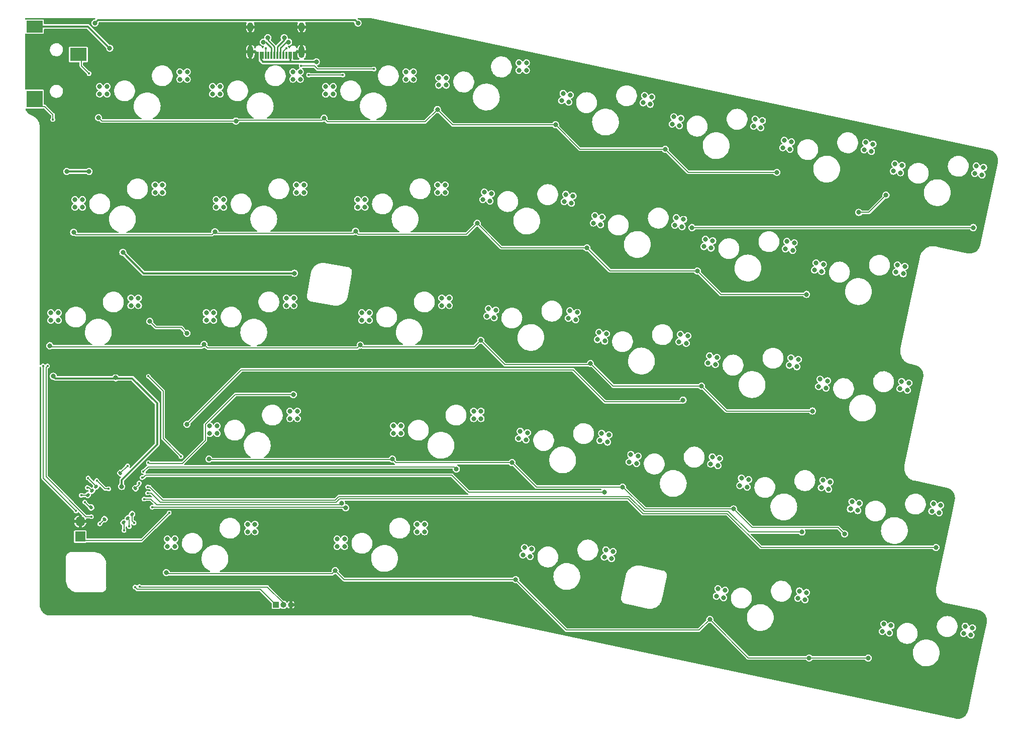
<source format=gtl>
G04 #@! TF.GenerationSoftware,KiCad,Pcbnew,(6.0.9)*
G04 #@! TF.CreationDate,2022-11-13T14:09:37+01:00*
G04 #@! TF.ProjectId,arisu,61726973-752e-46b6-9963-61645f706362,1.1*
G04 #@! TF.SameCoordinates,Original*
G04 #@! TF.FileFunction,Copper,L1,Top*
G04 #@! TF.FilePolarity,Positive*
%FSLAX46Y46*%
G04 Gerber Fmt 4.6, Leading zero omitted, Abs format (unit mm)*
G04 Created by KiCad (PCBNEW (6.0.9)) date 2022-11-13 14:09:37*
%MOMM*%
%LPD*%
G01*
G04 APERTURE LIST*
G04 Aperture macros list*
%AMRoundRect*
0 Rectangle with rounded corners*
0 $1 Rounding radius*
0 $2 $3 $4 $5 $6 $7 $8 $9 X,Y pos of 4 corners*
0 Add a 4 corners polygon primitive as box body*
4,1,4,$2,$3,$4,$5,$6,$7,$8,$9,$2,$3,0*
0 Add four circle primitives for the rounded corners*
1,1,$1+$1,$2,$3*
1,1,$1+$1,$4,$5*
1,1,$1+$1,$6,$7*
1,1,$1+$1,$8,$9*
0 Add four rect primitives between the rounded corners*
20,1,$1+$1,$2,$3,$4,$5,0*
20,1,$1+$1,$4,$5,$6,$7,0*
20,1,$1+$1,$6,$7,$8,$9,0*
20,1,$1+$1,$8,$9,$2,$3,0*%
G04 Aperture macros list end*
G04 #@! TA.AperFunction,ComponentPad*
%ADD10C,0.800000*%
G04 #@! TD*
G04 #@! TA.AperFunction,SMDPad,CuDef*
%ADD11RoundRect,0.140000X-0.219203X-0.021213X-0.021213X-0.219203X0.219203X0.021213X0.021213X0.219203X0*%
G04 #@! TD*
G04 #@! TA.AperFunction,SMDPad,CuDef*
%ADD12RoundRect,0.140000X0.021213X-0.219203X0.219203X-0.021213X-0.021213X0.219203X-0.219203X0.021213X0*%
G04 #@! TD*
G04 #@! TA.AperFunction,SMDPad,CuDef*
%ADD13RoundRect,0.140000X0.219203X0.021213X0.021213X0.219203X-0.219203X-0.021213X-0.021213X-0.219203X0*%
G04 #@! TD*
G04 #@! TA.AperFunction,SMDPad,CuDef*
%ADD14RoundRect,0.140000X-0.021213X0.219203X-0.219203X0.021213X0.021213X-0.219203X0.219203X-0.021213X0*%
G04 #@! TD*
G04 #@! TA.AperFunction,SMDPad,CuDef*
%ADD15R,2.800000X2.000000*%
G04 #@! TD*
G04 #@! TA.AperFunction,SMDPad,CuDef*
%ADD16R,2.800000X2.800000*%
G04 #@! TD*
G04 #@! TA.AperFunction,SMDPad,CuDef*
%ADD17R,2.800000X2.200000*%
G04 #@! TD*
G04 #@! TA.AperFunction,ComponentPad*
%ADD18R,1.700000X1.700000*%
G04 #@! TD*
G04 #@! TA.AperFunction,ComponentPad*
%ADD19O,1.700000X1.700000*%
G04 #@! TD*
G04 #@! TA.AperFunction,SMDPad,CuDef*
%ADD20R,0.300000X1.150000*%
G04 #@! TD*
G04 #@! TA.AperFunction,ComponentPad*
%ADD21O,1.000000X2.100000*%
G04 #@! TD*
G04 #@! TA.AperFunction,ComponentPad*
%ADD22O,1.000000X1.600000*%
G04 #@! TD*
G04 #@! TA.AperFunction,ComponentPad*
%ADD23R,1.000000X1.000000*%
G04 #@! TD*
G04 #@! TA.AperFunction,ComponentPad*
%ADD24O,1.000000X1.000000*%
G04 #@! TD*
G04 #@! TA.AperFunction,ComponentPad*
%ADD25C,0.600000*%
G04 #@! TD*
G04 #@! TA.AperFunction,CastellatedPad*
%ADD26C,0.600000*%
G04 #@! TD*
G04 #@! TA.AperFunction,ViaPad*
%ADD27C,0.800000*%
G04 #@! TD*
G04 #@! TA.AperFunction,ViaPad*
%ADD28C,0.400000*%
G04 #@! TD*
G04 #@! TA.AperFunction,Conductor*
%ADD29C,0.200000*%
G04 #@! TD*
G04 #@! TA.AperFunction,Conductor*
%ADD30C,0.375000*%
G04 #@! TD*
G04 #@! TA.AperFunction,Conductor*
%ADD31C,0.250000*%
G04 #@! TD*
G04 APERTURE END LIST*
D10*
X141792739Y-72408351D03*
X142755534Y-73890925D03*
X143015424Y-72668240D03*
X141532849Y-73631035D03*
X129290652Y-72306801D03*
X129030762Y-73529486D03*
X128067967Y-72046912D03*
X127808078Y-73269596D03*
X129477908Y-90544268D03*
X129737798Y-89321583D03*
X128515113Y-89061694D03*
X128255223Y-90284378D03*
X114790341Y-88700255D03*
X116013026Y-88960144D03*
X115753136Y-90182829D03*
X114530452Y-89922939D03*
X144410781Y-111915995D03*
X142928206Y-112878790D03*
X144150891Y-113138680D03*
X143188096Y-111656106D03*
X129203435Y-112517351D03*
X130686009Y-111554556D03*
X130426119Y-112777241D03*
X129463324Y-111294667D03*
X160951469Y-57005076D03*
X159728784Y-56745187D03*
X160691579Y-58227761D03*
X159468894Y-57967871D03*
X146004012Y-56383748D03*
X146966807Y-57866322D03*
X145744123Y-57606432D03*
X147226697Y-56643637D03*
X171138668Y-117597177D03*
X172361353Y-117857066D03*
X170878778Y-118819861D03*
X172101463Y-119079751D03*
X157413896Y-117235738D03*
X158376691Y-118718312D03*
X158636581Y-117495627D03*
X157154007Y-118458422D03*
X142317759Y-53044348D03*
X140835184Y-54007143D03*
X142057869Y-54267033D03*
X141095074Y-52784459D03*
X128592987Y-52682909D03*
X128333097Y-53905594D03*
X127370302Y-52423020D03*
X127110413Y-53645704D03*
X136701816Y-33652954D03*
X135739021Y-32170380D03*
X135479131Y-33393064D03*
X136961706Y-32430269D03*
X123236934Y-32068830D03*
X122014249Y-31808941D03*
X122977044Y-33291515D03*
X121754360Y-33031625D03*
X154112844Y-37353783D03*
X154372734Y-36131099D03*
X155595419Y-36390988D03*
X155335529Y-37613673D03*
X140647962Y-35769660D03*
X141610757Y-37252234D03*
X140388073Y-36992344D03*
X141870647Y-36029549D03*
X148371506Y-93282311D03*
X146888931Y-94245106D03*
X147148821Y-93022422D03*
X148111616Y-94504996D03*
X134386844Y-94143557D03*
X133164160Y-93883667D03*
X134646734Y-92920872D03*
X133424049Y-92660983D03*
X167005216Y-97243037D03*
X165522641Y-98205832D03*
X166745326Y-98465722D03*
X165782531Y-96983148D03*
X153020554Y-98104283D03*
X151797870Y-97844393D03*
X153280444Y-96881598D03*
X152057759Y-96621709D03*
X174229131Y-40351704D03*
X173969241Y-41574389D03*
X172746556Y-41314499D03*
X173006446Y-40091815D03*
X160244469Y-41212950D03*
X159021785Y-40953060D03*
X159281674Y-39730376D03*
X160504359Y-39990265D03*
X104525321Y-64486900D03*
X104265431Y-65709584D03*
X105488116Y-65969474D03*
X105748006Y-64746789D03*
X91763344Y-65608035D03*
X90800549Y-64125461D03*
X90540660Y-65348145D03*
X92023234Y-64385350D03*
X103827654Y-44863006D03*
X103567764Y-46085690D03*
X104790449Y-46345580D03*
X105050339Y-45122895D03*
X90102882Y-44501567D03*
X91065677Y-45984141D03*
X91325567Y-44761456D03*
X89842993Y-45724251D03*
X95940002Y-23969612D03*
X97190002Y-22719612D03*
X97190002Y-23969612D03*
X95940002Y-22719612D03*
X83690002Y-25219612D03*
X82440002Y-25219612D03*
X82440002Y-26469612D03*
X83690002Y-26469612D03*
X82250001Y-44519999D03*
X83500001Y-43269999D03*
X83500001Y-44519999D03*
X82250001Y-43269999D03*
X68750001Y-45769999D03*
X70000001Y-47019999D03*
X68750001Y-47019999D03*
X70000001Y-45769999D03*
X80037501Y-101670003D03*
X80037501Y-100420003D03*
X78787501Y-100420003D03*
X78787501Y-101670003D03*
X65287501Y-102920003D03*
X65287501Y-104170003D03*
X66537501Y-104170003D03*
X66537501Y-102920003D03*
X59090000Y-24220001D03*
X59090000Y-25470001D03*
X57840000Y-24220001D03*
X57840000Y-25470001D03*
X45590000Y-26720001D03*
X44340000Y-26720001D03*
X44340000Y-27970001D03*
X45590000Y-27970001D03*
X82950001Y-63570001D03*
X84200001Y-63570001D03*
X82950001Y-62320001D03*
X84200001Y-62320001D03*
X70700001Y-64820001D03*
X69450001Y-66070001D03*
X69450001Y-64820001D03*
X70700001Y-66070001D03*
X58006250Y-63570001D03*
X58006250Y-62320001D03*
X56756250Y-63570001D03*
X56756250Y-62320001D03*
X44506250Y-66070001D03*
X43256250Y-66070001D03*
X43256250Y-64820001D03*
X44506250Y-64820001D03*
X78140001Y-24220000D03*
X78140001Y-25470000D03*
X76890001Y-25470000D03*
X76890001Y-24220000D03*
X63390001Y-27970000D03*
X63390001Y-26720000D03*
X64640001Y-27970000D03*
X64640001Y-26720000D03*
X124381714Y-68707515D03*
X123159029Y-68447626D03*
X122899139Y-69670310D03*
X124121824Y-69930200D03*
X109174368Y-69308871D03*
X110397052Y-69568761D03*
X110656942Y-68346076D03*
X109434257Y-68086187D03*
X122461363Y-48823730D03*
X123424158Y-50306304D03*
X123684048Y-49083619D03*
X122201473Y-50046414D03*
X108736591Y-48462291D03*
X109959276Y-48722180D03*
X109699386Y-49944865D03*
X108476702Y-49684975D03*
X111541897Y-106207428D03*
X110579102Y-104724854D03*
X110319212Y-105947538D03*
X111801787Y-104984743D03*
X97817125Y-105845989D03*
X96594441Y-105586099D03*
X98077015Y-104623304D03*
X96854330Y-104363415D03*
X88300002Y-81370001D03*
X89550002Y-81370001D03*
X88300002Y-82620001D03*
X89550002Y-82620001D03*
X74800002Y-85120001D03*
X76050002Y-83870001D03*
X76050002Y-85120001D03*
X74800002Y-83870001D03*
X58440001Y-43270002D03*
X59690001Y-44520002D03*
X58440001Y-44520002D03*
X59690001Y-43270002D03*
X44940001Y-47020002D03*
X46190001Y-47020002D03*
X46190001Y-45770002D03*
X44940001Y-45770002D03*
X109881401Y-85100968D03*
X110844196Y-86583542D03*
X111104086Y-85360857D03*
X109621511Y-86323652D03*
X97119424Y-86222103D03*
X96156629Y-84739529D03*
X97379314Y-84999418D03*
X95896740Y-85962213D03*
X57343752Y-82620001D03*
X58593752Y-81370001D03*
X57343752Y-81370001D03*
X58593752Y-82620001D03*
X43843752Y-85120001D03*
X45093752Y-83870001D03*
X43843752Y-83870001D03*
X45093752Y-85120001D03*
X117105311Y-28209663D03*
X118068106Y-29692237D03*
X116845421Y-29432347D03*
X118327996Y-28469552D03*
X104343334Y-29330798D03*
X103120650Y-29070908D03*
X104603224Y-28108113D03*
X103380539Y-27848224D03*
X40040001Y-24220003D03*
X38790001Y-25470003D03*
X38790001Y-24220003D03*
X40040001Y-25470003D03*
X25290001Y-26720003D03*
X25290001Y-27970003D03*
X26540001Y-27970003D03*
X26540001Y-26720003D03*
D11*
X24690739Y-94072110D03*
X25369561Y-94750932D03*
D12*
X23842213Y-97579363D03*
X24521035Y-96900541D03*
D13*
X30036467Y-99417839D03*
X29357645Y-98739017D03*
D11*
X23276528Y-95486324D03*
X23955350Y-96165146D03*
D12*
X26104956Y-99559260D03*
X26783778Y-98880438D03*
D10*
X50212503Y-100419999D03*
X51462503Y-101669999D03*
X51462503Y-100419999D03*
X50212503Y-101669999D03*
X36712503Y-104169999D03*
X36712503Y-102919999D03*
X37962503Y-104169999D03*
X37962503Y-102919999D03*
X31812501Y-63570000D03*
X30562501Y-63570000D03*
X31812501Y-62320000D03*
X30562501Y-62320000D03*
X18312501Y-66070000D03*
X18312501Y-64820000D03*
X17062501Y-64820000D03*
X17062501Y-66070000D03*
D14*
X28763676Y-91809372D03*
X28084854Y-92488194D03*
D15*
X14300000Y-16600000D03*
D16*
X14300000Y-28800000D03*
D17*
X21700000Y-21300000D03*
X14300000Y-19400000D03*
D18*
X22014923Y-102500000D03*
D19*
X22014923Y-99960000D03*
D11*
X23983634Y-94779221D03*
X24662456Y-95458043D03*
D13*
X30743577Y-98710734D03*
X30064755Y-98031912D03*
D20*
X58350000Y-21425021D03*
X57550000Y-21425021D03*
X56250000Y-21425021D03*
X55250000Y-21425021D03*
X54750000Y-21425021D03*
X53750000Y-21425021D03*
X52450000Y-21425021D03*
X51650000Y-21425021D03*
X51950000Y-21425021D03*
X52750000Y-21425021D03*
X53250000Y-21425021D03*
X54250000Y-21425021D03*
X55750000Y-21425021D03*
X56750000Y-21425021D03*
X57250000Y-21425021D03*
X58050000Y-21425021D03*
D21*
X50680000Y-20860021D03*
D22*
X50680000Y-16680021D03*
X59320000Y-16680021D03*
D21*
X59320000Y-20860021D03*
D23*
X54960000Y-114000000D03*
D24*
X56230000Y-114000000D03*
X57500000Y-114000000D03*
D14*
X31309260Y-94354956D03*
X30630438Y-95033778D03*
D10*
X34627498Y-43270002D03*
X35877498Y-43270002D03*
X35877498Y-44520002D03*
X34627498Y-44520002D03*
X21127498Y-45770002D03*
X22377498Y-47020002D03*
X21127498Y-47020002D03*
X22377498Y-45770002D03*
D13*
X29329361Y-100124946D03*
X28650539Y-99446124D03*
D25*
X29803123Y-96250000D03*
X27098440Y-95348439D03*
X28901562Y-97151561D03*
X28901562Y-95348439D03*
X27098440Y-97151561D03*
X28000001Y-96250000D03*
D26*
X26196879Y-96250000D03*
D25*
X28000001Y-98053122D03*
X28000001Y-94446878D03*
D10*
X161389244Y-77851654D03*
X160166559Y-77591764D03*
X161649134Y-76628969D03*
X160426449Y-76369080D03*
X146441788Y-77230325D03*
X147664472Y-77490215D03*
X146701677Y-76007641D03*
X147924362Y-76267530D03*
D27*
X68822141Y-16000000D03*
D28*
X31250000Y-111000000D03*
X32000000Y-110900500D03*
D27*
X89500000Y-69450001D03*
X42900001Y-70150003D03*
X108000000Y-73349999D03*
X145400001Y-81350001D03*
X126700002Y-77150002D03*
X16900002Y-70350001D03*
X69200002Y-70250000D03*
D28*
X22201724Y-95542895D03*
D27*
X17500001Y-75499999D03*
D28*
X23344623Y-92629533D03*
X25312995Y-100351220D03*
X22767411Y-96674265D03*
X31952616Y-93480243D03*
D27*
X23500000Y-41000000D03*
D28*
X29984364Y-90597609D03*
D27*
X28000002Y-75749999D03*
D28*
X29385153Y-101435151D03*
D27*
X24500000Y-16000000D03*
X19750000Y-41000002D03*
D28*
X31092980Y-100189057D03*
D27*
X29000001Y-94050003D03*
X139400002Y-41150001D03*
X63100001Y-32050001D03*
X66047902Y-96847499D03*
X25100000Y-31950001D03*
X120600001Y-37249999D03*
X102100002Y-33150002D03*
X82200001Y-30550000D03*
X48250001Y-32500000D03*
D28*
X32787600Y-96177401D03*
D27*
X66747402Y-97650599D03*
X144400001Y-61708371D03*
X107400001Y-53850003D03*
X68400002Y-51050003D03*
X88900000Y-49750000D03*
X44700000Y-51149999D03*
X126000001Y-57750000D03*
X20900003Y-51250001D03*
D28*
X34133801Y-97547000D03*
D27*
X113400001Y-94150001D03*
X150800000Y-102050000D03*
X94800001Y-90049999D03*
X132100001Y-97850001D03*
X43700000Y-89450000D03*
X74600001Y-89450003D03*
X36500000Y-108550001D03*
X157800000Y-45000000D03*
X65000001Y-108250003D03*
X144850001Y-122950001D03*
X153200000Y-47900000D03*
X128100002Y-116450000D03*
X154800002Y-122950002D03*
X95399999Y-109750000D03*
X58100000Y-58150001D03*
X29199999Y-54650000D03*
X61800001Y-22550001D03*
D28*
X26800001Y-94450000D03*
X23200001Y-94249999D03*
X24800000Y-93050001D03*
X30270889Y-100785341D03*
X39000000Y-89000000D03*
X33500000Y-75500000D03*
X37000000Y-98500000D03*
D27*
X52878769Y-19213008D03*
X56378769Y-18470546D03*
X57121230Y-19213010D03*
X53621233Y-18470545D03*
D28*
X16500001Y-73750000D03*
X23884932Y-99132432D03*
X15750001Y-73750001D03*
X21302184Y-98166716D03*
X33346401Y-95161400D03*
D27*
X166220338Y-104311938D03*
D28*
X33389318Y-94140518D03*
D27*
X143600001Y-101732201D03*
X172499999Y-50450001D03*
X125100001Y-50450000D03*
X123596836Y-79493837D03*
X40001202Y-83579001D03*
D28*
X32457402Y-92545201D03*
D27*
X110319209Y-94998193D03*
D28*
X32659924Y-91528525D03*
D27*
X85400003Y-91106400D03*
X57933750Y-78575051D03*
D28*
X33503240Y-90050205D03*
D27*
X33750001Y-66250001D03*
X40000000Y-68250000D03*
X38629601Y-68491399D03*
X38000002Y-59050001D03*
X30730202Y-71361601D03*
X13500000Y-21500000D03*
X37232603Y-69761401D03*
X41500001Y-59050002D03*
X62000002Y-21250001D03*
X65000000Y-21250001D03*
D28*
X23200002Y-91050001D03*
D27*
X25750002Y-81250003D03*
X38045403Y-52387801D03*
X29979899Y-87199033D03*
X27250000Y-80250003D03*
X20200003Y-74650000D03*
X29131371Y-85784819D03*
X41500002Y-57249999D03*
X33676601Y-68262801D03*
X40407601Y-31700000D03*
X38045400Y-50914602D03*
D28*
X70750000Y-16500000D03*
D27*
X40128202Y-66840402D03*
X43800000Y-33300000D03*
X17000000Y-19000000D03*
X18046700Y-76923900D03*
X26000002Y-77250000D03*
X25200000Y-75050003D03*
X15500000Y-21500000D03*
X38000001Y-57250000D03*
X35734000Y-66256201D03*
X35632403Y-71336198D03*
X41449001Y-50914598D03*
X32203401Y-69659799D03*
X23225919Y-76875921D03*
X41474402Y-52362400D03*
X63500000Y-20500002D03*
D28*
X66750000Y-16500000D03*
D27*
X43800000Y-31700000D03*
X40437000Y-33300000D03*
X26993700Y-20250000D03*
D28*
X66250000Y-24750000D03*
X60500000Y-24750000D03*
X56750000Y-20250000D03*
X59250000Y-23240499D03*
X71500000Y-23750000D03*
X53250000Y-20250000D03*
X17400000Y-32250001D03*
X23500001Y-24500003D03*
D29*
X52360000Y-111400000D02*
X54960000Y-114000000D01*
X31650000Y-111400000D02*
X52360000Y-111400000D01*
X31250000Y-111000000D02*
X31650000Y-111400000D01*
X32099500Y-111000000D02*
X53560000Y-111000000D01*
X56230000Y-113670000D02*
X56230000Y-114000000D01*
X53560000Y-111000000D02*
X56230000Y-113670000D01*
X32000000Y-110900500D02*
X32099500Y-111000000D01*
X24690741Y-93975649D02*
X24690741Y-94072112D01*
D30*
X35000000Y-86950004D02*
X29000000Y-92950002D01*
X20500001Y-41000001D02*
X19750000Y-41000002D01*
X29000000Y-92950002D02*
X29000001Y-94050003D01*
X68314662Y-15492521D02*
X25007479Y-15492521D01*
D29*
X23672508Y-97579363D02*
X23842214Y-97579360D01*
X22767411Y-96674265D02*
X23672508Y-97579363D01*
X23344623Y-92629533D02*
X24690741Y-93975649D01*
X28763676Y-91809371D02*
X29975439Y-90597608D01*
X29385153Y-101435151D02*
X29385151Y-100180737D01*
D30*
X30800002Y-75850001D02*
X35000000Y-80049999D01*
X17850002Y-75850001D02*
X27900000Y-75850001D01*
D29*
X31309261Y-94354955D02*
X31952616Y-93711600D01*
X23219961Y-95542895D02*
X22201724Y-95542895D01*
D30*
X17500001Y-75499999D02*
X17850002Y-75850001D01*
X27900000Y-75850001D02*
X28000002Y-75749999D01*
X23500000Y-41000000D02*
X22500001Y-41000000D01*
X35000000Y-80049999D02*
X35000000Y-86950004D01*
D29*
X23276527Y-95486325D02*
X23219961Y-95542895D01*
D30*
X22500001Y-41000000D02*
X20500001Y-41000001D01*
D29*
X29385151Y-100180737D02*
X29329360Y-100124948D01*
D30*
X25007479Y-15492521D02*
X24500000Y-16000000D01*
X27900000Y-75850001D02*
X30800002Y-75850001D01*
D29*
X30743575Y-99839655D02*
X30743574Y-98710731D01*
D30*
X68822141Y-16000000D02*
X68314662Y-15492521D01*
D29*
X31952616Y-93711600D02*
X31952616Y-93480243D01*
X26104956Y-99559260D02*
X25312995Y-100351220D01*
X29975439Y-90597608D02*
X29984364Y-90597609D01*
X31092980Y-100189057D02*
X30743575Y-99839655D01*
X106200002Y-37250003D02*
X102100002Y-33150002D01*
X65748402Y-97147000D02*
X66047902Y-96847499D01*
X102100002Y-33150002D02*
X84800000Y-33150002D01*
X63100001Y-32050001D02*
X62750002Y-32400001D01*
X25425000Y-32275000D02*
X25100000Y-31950001D01*
X63700001Y-32650002D02*
X63100001Y-32050001D01*
X25649999Y-32500000D02*
X25425000Y-32275000D01*
X82200001Y-30550000D02*
X80100003Y-32650001D01*
X34895800Y-97147000D02*
X65748402Y-97147000D01*
X62750002Y-32400001D02*
X48349999Y-32400001D01*
X124500002Y-41149999D02*
X120600001Y-37249999D01*
X120600001Y-37249999D02*
X106200002Y-37250003D01*
X33926201Y-96177401D02*
X34895800Y-97147000D01*
X84800000Y-33150002D02*
X82200001Y-30550000D01*
X48349999Y-32400001D02*
X48250001Y-32500000D01*
X32787600Y-96177401D02*
X33926201Y-96177401D01*
X80100003Y-32650001D02*
X63700001Y-32650002D01*
X139400002Y-41150001D02*
X124500002Y-41149999D01*
X48250001Y-32500000D02*
X25650000Y-32500000D01*
X25650000Y-32500000D02*
X25425000Y-32275000D01*
X45000002Y-51450001D02*
X68000001Y-51449998D01*
X66643803Y-97547000D02*
X66747402Y-97650599D01*
X20900003Y-51250001D02*
X21300000Y-51650000D01*
X144400001Y-61708371D02*
X129958373Y-61708373D01*
X21300000Y-51650000D02*
X44200002Y-51649999D01*
X34133801Y-97547000D02*
X66643803Y-97547000D01*
X88900000Y-49750000D02*
X93000002Y-53850002D01*
X44700000Y-51149999D02*
X45000002Y-51450001D01*
X107400001Y-53850003D02*
X111300001Y-57750001D01*
X44200002Y-51649999D02*
X44700000Y-51149999D01*
X111300001Y-57750001D02*
X126000001Y-57750000D01*
X129958373Y-61708373D02*
X126000001Y-57750000D01*
X87100001Y-51550001D02*
X88900000Y-49750000D01*
X68899999Y-51550002D02*
X87100001Y-51550001D01*
X68000001Y-51449998D02*
X68400002Y-51050003D01*
X68400002Y-51050003D02*
X68899999Y-51550002D01*
X93000002Y-53850002D02*
X107400001Y-53850003D01*
X93600001Y-73550002D02*
X107800000Y-73550001D01*
X108000000Y-73349999D02*
X111800000Y-77150000D01*
X68700000Y-70750001D02*
X69200002Y-70250000D01*
X130900001Y-81350001D02*
X145400001Y-81350001D01*
X43500003Y-70749999D02*
X68700000Y-70750001D01*
X111800000Y-77150000D02*
X126700002Y-77150002D01*
X126700002Y-77150002D02*
X130900001Y-81350001D01*
X89500000Y-69450001D02*
X93600001Y-73550002D01*
X42900001Y-70150003D02*
X43500003Y-70749999D01*
X107800000Y-73550001D02*
X108000000Y-73349999D01*
X42500001Y-70550000D02*
X17100001Y-70550000D01*
X17100001Y-70550000D02*
X16900002Y-70350001D01*
X88400002Y-70550003D02*
X89500000Y-69450001D01*
X69499999Y-70550003D02*
X88400002Y-70550003D01*
X69200002Y-70250000D02*
X69499999Y-70550003D01*
X42900001Y-70150003D02*
X42500001Y-70550000D01*
X74500001Y-89550000D02*
X43800001Y-89550002D01*
X74600001Y-89450003D02*
X74500001Y-89550000D01*
X117167158Y-97816799D02*
X113500361Y-94149999D01*
X94800001Y-90049999D02*
X75400001Y-90050000D01*
X132066800Y-97816798D02*
X117167158Y-97816799D01*
X113400001Y-94150001D02*
X98899999Y-94150002D01*
X150800000Y-102050000D02*
X149714302Y-100964302D01*
X75400001Y-90050000D02*
X75200000Y-90049998D01*
X75200000Y-90049998D02*
X74600001Y-89450003D01*
X113500361Y-94149999D02*
X113400001Y-94150001D01*
X132100001Y-97850001D02*
X132066800Y-97816798D01*
X98899999Y-94150002D02*
X94800001Y-90049999D01*
X149714302Y-100964302D02*
X135214299Y-100964300D01*
X135214299Y-100964300D02*
X132100001Y-97850001D01*
X43800001Y-89550002D02*
X43700000Y-89450000D01*
X154800002Y-122950002D02*
X144850001Y-122950001D01*
X126300002Y-118250000D02*
X128100002Y-116450000D01*
X64500003Y-108750001D02*
X65000001Y-108250003D01*
X66500002Y-109750003D02*
X65000001Y-108250003D01*
X128100002Y-116450000D02*
X134600002Y-122950000D01*
X36500000Y-108550001D02*
X36700000Y-108750001D01*
X153200000Y-47900000D02*
X154900000Y-47900000D01*
X95399999Y-109750000D02*
X103899998Y-118250000D01*
X154900000Y-47900000D02*
X157800000Y-45000000D01*
X103899998Y-118250000D02*
X126300002Y-118250000D01*
X95399999Y-109750000D02*
X66500002Y-109750003D01*
X36700000Y-108750001D02*
X64500003Y-108750001D01*
X134600002Y-122950000D02*
X144850001Y-122950001D01*
D30*
X52800001Y-22550001D02*
X52750000Y-22500000D01*
X61800001Y-22550001D02*
X52800001Y-22550001D01*
X52487500Y-22232801D02*
X52487500Y-21262500D01*
X32700000Y-58150000D02*
X29199999Y-54650000D01*
X52754700Y-22500001D02*
X52487500Y-22232801D01*
X58100000Y-58150001D02*
X32700000Y-58150000D01*
X57400000Y-22500021D02*
X57400000Y-21500021D01*
X57450001Y-22550022D02*
X57400000Y-22500021D01*
X52487500Y-21262500D02*
X52500000Y-21250000D01*
D29*
X26200000Y-94450002D02*
X26800001Y-94450000D01*
X30270889Y-99652260D02*
X30036468Y-99417839D01*
X23454416Y-94249998D02*
X23983636Y-94779218D01*
X24800000Y-93050001D02*
X26200000Y-94450002D01*
X23200001Y-94249999D02*
X23454416Y-94249998D01*
X30270889Y-100785341D02*
X30270889Y-99652260D01*
X22664323Y-103149400D02*
X22014923Y-102500000D01*
X39000000Y-89000000D02*
X36000000Y-86000000D01*
X37000000Y-98500000D02*
X32350600Y-103149400D01*
X32350600Y-103149400D02*
X22664323Y-103149400D01*
X36000000Y-86000000D02*
X36000000Y-78000000D01*
X36000000Y-78000000D02*
X33500000Y-75500000D01*
D31*
X55250000Y-21011777D02*
X55250000Y-19988222D01*
X56378768Y-18859456D02*
X56378769Y-18470546D01*
X54250001Y-21011779D02*
X54250000Y-20195333D01*
X55250000Y-19988222D02*
X56378768Y-18859456D01*
X54250000Y-20195333D02*
X53267680Y-19213009D01*
X55750000Y-21011777D02*
X55750000Y-20195333D01*
X56732323Y-19213010D02*
X57121230Y-19213010D01*
X53621234Y-18859455D02*
X53621233Y-18470545D01*
X54749999Y-21011777D02*
X54750003Y-19988225D01*
X54750003Y-19988225D02*
X53621234Y-18859455D01*
X55750000Y-20195333D02*
X56732323Y-19213010D01*
D29*
X22974300Y-99132432D02*
X16250001Y-92408133D01*
X16250001Y-92408133D02*
X16250001Y-74000000D01*
X23884932Y-99132432D02*
X22974300Y-99132432D01*
X16250001Y-74000000D02*
X16500001Y-73750000D01*
X15750001Y-92614533D02*
X15750001Y-73750001D01*
X21302184Y-98166716D02*
X15750001Y-92614533D01*
X114367192Y-96147501D02*
X116835994Y-98616301D01*
X33346401Y-95161400D02*
X33956000Y-95161402D01*
X116835994Y-98616301D02*
X131035299Y-98616299D01*
X131035299Y-98616299D02*
X136730937Y-104311937D01*
X33956000Y-95161402D02*
X35541600Y-96747001D01*
X136730937Y-104311937D02*
X166220338Y-104311938D01*
X65757952Y-96147501D02*
X114367192Y-96147501D01*
X35541600Y-96747001D02*
X65158450Y-96747001D01*
X65158450Y-96747001D02*
X65757952Y-96147501D01*
X64992765Y-96347000D02*
X35954400Y-96347003D01*
X72841502Y-95747501D02*
X114532879Y-95747502D01*
X131200280Y-98216299D02*
X134716182Y-101732202D01*
X114532879Y-95747502D02*
X117001679Y-98216301D01*
X65592266Y-95747501D02*
X64992765Y-96347000D01*
X35954400Y-96347003D02*
X33747918Y-94140517D01*
X72841502Y-95747501D02*
X65592266Y-95747501D01*
X117001679Y-98216301D02*
X131200280Y-98216299D01*
X134716182Y-101732202D02*
X143600001Y-101732201D01*
X33747918Y-94140517D02*
X33389318Y-94140518D01*
X49143280Y-74436921D02*
X105103321Y-74436923D01*
X105103321Y-74436923D02*
X110460799Y-79794400D01*
X123296271Y-79794402D02*
X123596836Y-79493837D01*
X110460799Y-79794400D02*
X123296271Y-79794402D01*
X40001202Y-83579001D02*
X49143280Y-74436921D01*
X172499999Y-50450001D02*
X125100001Y-50450000D01*
X87488395Y-94998194D02*
X110319209Y-94998193D01*
X32457402Y-92545201D02*
X32632490Y-92545202D01*
X32632490Y-92545202D02*
X33025868Y-92151821D01*
X84642023Y-92151823D02*
X87488395Y-94998194D01*
X33025868Y-92151821D02*
X84642023Y-92151823D01*
X85043304Y-90749705D02*
X33438741Y-90749705D01*
X33438741Y-90749705D02*
X32659924Y-91528525D01*
X85400003Y-91106400D02*
X85043304Y-90749705D01*
X33503240Y-90050205D02*
X33603037Y-90150001D01*
X48148753Y-78575050D02*
X57933750Y-78575051D01*
X33603037Y-90150001D02*
X39246801Y-90150003D01*
X43103800Y-83620003D02*
X48148753Y-78575050D01*
X39246801Y-90150003D02*
X43103800Y-86293004D01*
X43103800Y-86293004D02*
X43103800Y-83620003D01*
X39022201Y-67272199D02*
X34772200Y-67272202D01*
X34772200Y-67272202D02*
X33750001Y-66250001D01*
X40000000Y-68250000D02*
X39022201Y-67272199D01*
D30*
X26993700Y-20250000D02*
X23343700Y-16600000D01*
X23343700Y-16600000D02*
X14800002Y-16600000D01*
D29*
X56250000Y-20750000D02*
X56750000Y-20250000D01*
X56250000Y-21425021D02*
X56250000Y-20750000D01*
X60500000Y-24750000D02*
X66250000Y-24750000D01*
X61750000Y-23500000D02*
X62000000Y-23750000D01*
X59250000Y-23240499D02*
X61240499Y-23240499D01*
X53250000Y-21425021D02*
X53250000Y-20250000D01*
X61240499Y-23240499D02*
X61490499Y-23240499D01*
X62000000Y-23750000D02*
X71500000Y-23750000D01*
X61490499Y-23240499D02*
X61750000Y-23500000D01*
X17400000Y-31399998D02*
X16070005Y-30070003D01*
X16070005Y-30070003D02*
X14800002Y-30070003D01*
X17400000Y-32250001D02*
X17400000Y-31399998D01*
X23500001Y-24500003D02*
X22200002Y-23200004D01*
X22200002Y-23200004D02*
X22200002Y-21300000D01*
G04 #@! TA.AperFunction,Conductor*
G36*
X28412431Y-93912431D02*
G01*
X28394319Y-94050003D01*
X28414957Y-94206765D01*
X28475465Y-94352844D01*
X28571719Y-94478285D01*
X28697160Y-94574539D01*
X28843239Y-94635047D01*
X29000001Y-94655685D01*
X29137573Y-94637573D01*
X30800000Y-96300000D01*
X28000000Y-99100000D01*
X25200000Y-96300000D01*
X26667845Y-94832155D01*
X26674697Y-94835646D01*
X26684486Y-94837196D01*
X26684488Y-94837197D01*
X26790208Y-94853941D01*
X26800001Y-94855492D01*
X26809794Y-94853941D01*
X26915514Y-94837197D01*
X26915516Y-94837196D01*
X26925305Y-94835646D01*
X27038343Y-94778050D01*
X27128051Y-94688342D01*
X27185647Y-94575304D01*
X27196526Y-94506620D01*
X27203942Y-94459793D01*
X27205493Y-94450000D01*
X27185647Y-94324696D01*
X27182156Y-94317844D01*
X28000000Y-93500000D01*
X28412431Y-93912431D01*
G37*
G04 #@! TD.AperFunction*
G04 #@! TA.AperFunction,Conductor*
G36*
X24519937Y-15219407D02*
G01*
X24555901Y-15268907D01*
X24555901Y-15330093D01*
X24519937Y-15379593D01*
X24474668Y-15397653D01*
X24343238Y-15414956D01*
X24197159Y-15475464D01*
X24071718Y-15571718D01*
X23975464Y-15697159D01*
X23914956Y-15843238D01*
X23894318Y-16000000D01*
X23895165Y-16006434D01*
X23897684Y-16025569D01*
X23914956Y-16156762D01*
X23975464Y-16302841D01*
X24071718Y-16428282D01*
X24197159Y-16524536D01*
X24343238Y-16585044D01*
X24500000Y-16605682D01*
X24656762Y-16585044D01*
X24802841Y-16524536D01*
X24928282Y-16428282D01*
X25024536Y-16302841D01*
X25085044Y-16156762D01*
X25102316Y-16025569D01*
X25104835Y-16006434D01*
X25105682Y-16000000D01*
X25104835Y-15993566D01*
X25104835Y-15987079D01*
X25107464Y-15987079D01*
X25116574Y-15937910D01*
X25133576Y-15915139D01*
X25139198Y-15909517D01*
X25193715Y-15881740D01*
X25209202Y-15880521D01*
X49984840Y-15880521D01*
X50043031Y-15899428D01*
X50078995Y-15948928D01*
X50078995Y-16010114D01*
X50065838Y-16036444D01*
X50061990Y-16041919D01*
X50056390Y-16052365D01*
X49999180Y-16199099D01*
X49996233Y-16210576D01*
X49980423Y-16330669D01*
X49980000Y-16337123D01*
X49980000Y-16410341D01*
X49984122Y-16423026D01*
X49988243Y-16426021D01*
X51364320Y-16426021D01*
X51377005Y-16421899D01*
X51380000Y-16417778D01*
X51380000Y-16340526D01*
X51379641Y-16334570D01*
X51365504Y-16217748D01*
X51362677Y-16206238D01*
X51307007Y-16058913D01*
X51301516Y-16048410D01*
X51292708Y-16035594D01*
X51275331Y-15976928D01*
X51295756Y-15919253D01*
X51346181Y-15884598D01*
X51374297Y-15880521D01*
X58624840Y-15880521D01*
X58683031Y-15899428D01*
X58718995Y-15948928D01*
X58718995Y-16010114D01*
X58705838Y-16036444D01*
X58701990Y-16041919D01*
X58696390Y-16052365D01*
X58639180Y-16199099D01*
X58636233Y-16210576D01*
X58620423Y-16330669D01*
X58620000Y-16337123D01*
X58620000Y-16410341D01*
X58624122Y-16423026D01*
X58628243Y-16426021D01*
X60004320Y-16426021D01*
X60017005Y-16421899D01*
X60020000Y-16417778D01*
X60020000Y-16340526D01*
X60019641Y-16334570D01*
X60005504Y-16217748D01*
X60002677Y-16206238D01*
X59947007Y-16058913D01*
X59941516Y-16048410D01*
X59932708Y-16035594D01*
X59915331Y-15976928D01*
X59935756Y-15919253D01*
X59986181Y-15884598D01*
X60014297Y-15880521D01*
X68112939Y-15880521D01*
X68171130Y-15899428D01*
X68182943Y-15909517D01*
X68188565Y-15915139D01*
X68216342Y-15969656D01*
X68216569Y-15987079D01*
X68217306Y-15987079D01*
X68217306Y-15993566D01*
X68216459Y-16000000D01*
X68217306Y-16006434D01*
X68219825Y-16025569D01*
X68237097Y-16156762D01*
X68297605Y-16302841D01*
X68393859Y-16428282D01*
X68519300Y-16524536D01*
X68665379Y-16585044D01*
X68822141Y-16605682D01*
X68978903Y-16585044D01*
X69124982Y-16524536D01*
X69250423Y-16428282D01*
X69346677Y-16302841D01*
X69407185Y-16156762D01*
X69424457Y-16025569D01*
X69426976Y-16006434D01*
X69427823Y-16000000D01*
X69407185Y-15843238D01*
X69346677Y-15697159D01*
X69250423Y-15571718D01*
X69124982Y-15475464D01*
X68978903Y-15414956D01*
X68847488Y-15397655D01*
X68792263Y-15371314D01*
X68763068Y-15317543D01*
X68771054Y-15256881D01*
X68813171Y-15212499D01*
X68860410Y-15200502D01*
X70968523Y-15200502D01*
X70989106Y-15202665D01*
X153090592Y-32653874D01*
X174016948Y-37101908D01*
X175195575Y-37352433D01*
X175216752Y-37359509D01*
X175217316Y-37359772D01*
X175217321Y-37359773D01*
X175227425Y-37364474D01*
X175238569Y-37364328D01*
X175249474Y-37366666D01*
X175249442Y-37366817D01*
X175259436Y-37368133D01*
X175449152Y-37421639D01*
X175461359Y-37425962D01*
X175665706Y-37513757D01*
X175677244Y-37519636D01*
X175685126Y-37524325D01*
X175865248Y-37631486D01*
X175868384Y-37633352D01*
X175879055Y-37640686D01*
X176004326Y-37739442D01*
X176053714Y-37778376D01*
X176063338Y-37787041D01*
X176218532Y-37946353D01*
X176226942Y-37956199D01*
X176360023Y-38134414D01*
X176367068Y-38145263D01*
X176397479Y-38199564D01*
X176475745Y-38339317D01*
X176481320Y-38351005D01*
X176563736Y-38557580D01*
X176567738Y-38569896D01*
X176622011Y-38783590D01*
X176622486Y-38785462D01*
X176624845Y-38798191D01*
X176639657Y-38923322D01*
X176650989Y-39019060D01*
X176651667Y-39031992D01*
X176651292Y-39060688D01*
X176649002Y-39235761D01*
X176648758Y-39254383D01*
X176647742Y-39267292D01*
X176624836Y-39425288D01*
X176619540Y-39461814D01*
X176616702Y-39471333D01*
X176616956Y-39471388D01*
X176614619Y-39482290D01*
X176609917Y-39492396D01*
X176610063Y-39503541D01*
X176610078Y-39504697D01*
X176607923Y-39526576D01*
X173669615Y-53350240D01*
X173662539Y-53371418D01*
X173657573Y-53382092D01*
X173657719Y-53393237D01*
X173655381Y-53404141D01*
X173655230Y-53404109D01*
X173653914Y-53414101D01*
X173600411Y-53603819D01*
X173596095Y-53616010D01*
X173508287Y-53820390D01*
X173502423Y-53831899D01*
X173426780Y-53959043D01*
X173388700Y-54023050D01*
X173381372Y-54033713D01*
X173243670Y-54208388D01*
X173235014Y-54218001D01*
X173075693Y-54373204D01*
X173065869Y-54381595D01*
X172887642Y-54514683D01*
X172876791Y-54521728D01*
X172682729Y-54630406D01*
X172671057Y-54635974D01*
X172464467Y-54718393D01*
X172452160Y-54722391D01*
X172236594Y-54777135D01*
X172223861Y-54779495D01*
X172059673Y-54798926D01*
X172002987Y-54805634D01*
X171990058Y-54806311D01*
X171842363Y-54804375D01*
X171767674Y-54803396D01*
X171754766Y-54802380D01*
X171616809Y-54782375D01*
X171560110Y-54774153D01*
X171550718Y-54771353D01*
X171550659Y-54771628D01*
X171539764Y-54769292D01*
X171529654Y-54764588D01*
X171517350Y-54764749D01*
X171495480Y-54762594D01*
X166714897Y-53746448D01*
X166181948Y-53633166D01*
X166160616Y-53626018D01*
X166150190Y-53621145D01*
X166149488Y-53620995D01*
X166143904Y-53621078D01*
X166141266Y-53620819D01*
X166136235Y-53620195D01*
X165888946Y-53583068D01*
X165888940Y-53583067D01*
X165885986Y-53582624D01*
X165742657Y-53578582D01*
X165622875Y-53575203D01*
X165622870Y-53575203D01*
X165619885Y-53575119D01*
X165354819Y-53599744D01*
X165307214Y-53610063D01*
X165097571Y-53655505D01*
X165097563Y-53655507D01*
X165094653Y-53656138D01*
X165091842Y-53657114D01*
X165091836Y-53657116D01*
X164846011Y-53742497D01*
X164846005Y-53742500D01*
X164843182Y-53743480D01*
X164735803Y-53796030D01*
X164606753Y-53859185D01*
X164606747Y-53859188D01*
X164604073Y-53860497D01*
X164601573Y-53862120D01*
X164601565Y-53862125D01*
X164383317Y-54003853D01*
X164383310Y-54003858D01*
X164380811Y-54005481D01*
X164289485Y-54081902D01*
X164178948Y-54174397D01*
X164178941Y-54174403D01*
X164176652Y-54176319D01*
X163994574Y-54370520D01*
X163932170Y-54455685D01*
X163839003Y-54582832D01*
X163838999Y-54582838D01*
X163837231Y-54585251D01*
X163706918Y-54817382D01*
X163681816Y-54878326D01*
X163607103Y-55059722D01*
X163605535Y-55063528D01*
X163604740Y-55066404D01*
X163604737Y-55066411D01*
X163538105Y-55307290D01*
X163536540Y-55312406D01*
X163535982Y-55314069D01*
X163533601Y-55319162D01*
X163533451Y-55319864D01*
X163533583Y-55328780D01*
X163533629Y-55331901D01*
X163531477Y-55353948D01*
X162036407Y-62387702D01*
X160250981Y-70787471D01*
X160250219Y-70791054D01*
X160243070Y-70812387D01*
X160238200Y-70822808D01*
X160238049Y-70823510D01*
X160238132Y-70829129D01*
X160237947Y-70831001D01*
X160237330Y-70835958D01*
X160200414Y-71081841D01*
X160199638Y-71087007D01*
X160196260Y-71206781D01*
X160192548Y-71338380D01*
X160192132Y-71353113D01*
X160202466Y-71464352D01*
X160214347Y-71592236D01*
X160216757Y-71618183D01*
X160217390Y-71621102D01*
X160272050Y-71873262D01*
X160273153Y-71878352D01*
X160279486Y-71896586D01*
X160354135Y-72111505D01*
X160360498Y-72129826D01*
X160361818Y-72132523D01*
X160475786Y-72365399D01*
X160477518Y-72368939D01*
X160479152Y-72371455D01*
X160479153Y-72371457D01*
X160498934Y-72401917D01*
X160622507Y-72592203D01*
X160624423Y-72594493D01*
X160624424Y-72594494D01*
X160637100Y-72609642D01*
X160793350Y-72796362D01*
X160987557Y-72978440D01*
X161202294Y-73135781D01*
X161204905Y-73137246D01*
X161204907Y-73137248D01*
X161304509Y-73193159D01*
X161434432Y-73266091D01*
X161437193Y-73267228D01*
X161437201Y-73267232D01*
X161572718Y-73323045D01*
X161680584Y-73367470D01*
X161924346Y-73434895D01*
X161929453Y-73436457D01*
X161931137Y-73437022D01*
X161936223Y-73439399D01*
X161936925Y-73439549D01*
X161948958Y-73439370D01*
X161971006Y-73441522D01*
X162611139Y-73577586D01*
X162638336Y-73583367D01*
X162659514Y-73590443D01*
X162670188Y-73595409D01*
X162681337Y-73595263D01*
X162692237Y-73597599D01*
X162692205Y-73597750D01*
X162702202Y-73599067D01*
X162891912Y-73652569D01*
X162904119Y-73656891D01*
X163108472Y-73744686D01*
X163120011Y-73750565D01*
X163311153Y-73864282D01*
X163321816Y-73871609D01*
X163461684Y-73981871D01*
X163496482Y-74009303D01*
X163506106Y-74017968D01*
X163661307Y-74177285D01*
X163669717Y-74187133D01*
X163802787Y-74365335D01*
X163809840Y-74376196D01*
X163918512Y-74570245D01*
X163924087Y-74581933D01*
X163999284Y-74770414D01*
X164006502Y-74788507D01*
X164010502Y-74800818D01*
X164063996Y-75011452D01*
X164065250Y-75016391D01*
X164067609Y-75029117D01*
X164088059Y-75201904D01*
X164093750Y-75249990D01*
X164094428Y-75262923D01*
X164091577Y-75480622D01*
X164091515Y-75485320D01*
X164090498Y-75498228D01*
X164085431Y-75533170D01*
X164062287Y-75692777D01*
X164059459Y-75702265D01*
X164059718Y-75702320D01*
X164057381Y-75713222D01*
X164052679Y-75723328D01*
X164052825Y-75734473D01*
X164052840Y-75735633D01*
X164050685Y-75757511D01*
X160925308Y-90461249D01*
X160918160Y-90482581D01*
X160913287Y-90493007D01*
X160913137Y-90493709D01*
X160913219Y-90499283D01*
X160913014Y-90501377D01*
X160912391Y-90506405D01*
X160880830Y-90716614D01*
X160874735Y-90757208D01*
X160871214Y-90882052D01*
X160867684Y-91007226D01*
X160867230Y-91023312D01*
X160891855Y-91288381D01*
X160915028Y-91395284D01*
X160944699Y-91532165D01*
X160948250Y-91548549D01*
X161035594Y-91800023D01*
X161152614Y-92039135D01*
X161154239Y-92041638D01*
X161154240Y-92041639D01*
X161178128Y-92078423D01*
X161297601Y-92262398D01*
X161468443Y-92466558D01*
X161662648Y-92648635D01*
X161665055Y-92650399D01*
X161665059Y-92650402D01*
X161751297Y-92713590D01*
X161877384Y-92805977D01*
X161973020Y-92859663D01*
X162106913Y-92934825D01*
X162106919Y-92934828D01*
X162109520Y-92936288D01*
X162355671Y-93037668D01*
X162358557Y-93038466D01*
X162358559Y-93038467D01*
X162599411Y-93105088D01*
X162604585Y-93106673D01*
X162606253Y-93107234D01*
X162611309Y-93109597D01*
X162612011Y-93109748D01*
X162624046Y-93109569D01*
X162646093Y-93111721D01*
X167959630Y-94241149D01*
X167980805Y-94248224D01*
X167991478Y-94253189D01*
X168002626Y-94253043D01*
X168013526Y-94255379D01*
X168013494Y-94255530D01*
X168023485Y-94256846D01*
X168213211Y-94310350D01*
X168225418Y-94314673D01*
X168348634Y-94367608D01*
X168428499Y-94401919D01*
X168429765Y-94402463D01*
X168441301Y-94408341D01*
X168632457Y-94522062D01*
X168643110Y-94529383D01*
X168817792Y-94667088D01*
X168827408Y-94675747D01*
X168982603Y-94835056D01*
X168991014Y-94844903D01*
X169124094Y-95023115D01*
X169131147Y-95033976D01*
X169239822Y-95228026D01*
X169245397Y-95239714D01*
X169276395Y-95317409D01*
X169327818Y-95446298D01*
X169331815Y-95458599D01*
X169352218Y-95538938D01*
X169386563Y-95674173D01*
X169388923Y-95686905D01*
X169415066Y-95907774D01*
X169415744Y-95920707D01*
X169415626Y-95929760D01*
X169413043Y-96127094D01*
X169412833Y-96143108D01*
X169411816Y-96156015D01*
X169384238Y-96346215D01*
X169383622Y-96350462D01*
X169380763Y-96360053D01*
X169381007Y-96360105D01*
X169378671Y-96371001D01*
X169373968Y-96381111D01*
X169374114Y-96392259D01*
X169374129Y-96393411D01*
X169371974Y-96415290D01*
X168743745Y-99370876D01*
X166256993Y-111070123D01*
X166249844Y-111091454D01*
X166244973Y-111101876D01*
X166244823Y-111102579D01*
X166244906Y-111108154D01*
X166244624Y-111111028D01*
X166244000Y-111116062D01*
X166225639Y-111238342D01*
X166207483Y-111359260D01*
X166206458Y-111366083D01*
X166203806Y-111460079D01*
X166199928Y-111597508D01*
X166198949Y-111632186D01*
X166223571Y-111897253D01*
X166224203Y-111900169D01*
X166224204Y-111900175D01*
X166279328Y-112154492D01*
X166279963Y-112157420D01*
X166280942Y-112160238D01*
X166280945Y-112160249D01*
X166313057Y-112252705D01*
X166367303Y-112408892D01*
X166484319Y-112648004D01*
X166485951Y-112650517D01*
X166627675Y-112868761D01*
X166627680Y-112868768D01*
X166629303Y-112871267D01*
X166681800Y-112934003D01*
X166798220Y-113073131D01*
X166798226Y-113073138D01*
X166800142Y-113075427D01*
X166994343Y-113257505D01*
X166996747Y-113259266D01*
X166996750Y-113259269D01*
X167206661Y-113413079D01*
X167206667Y-113413083D01*
X167209076Y-113414848D01*
X167441209Y-113545160D01*
X167687357Y-113646542D01*
X167928645Y-113713286D01*
X167931143Y-113713977D01*
X167936258Y-113715542D01*
X167937900Y-113716093D01*
X167942992Y-113718473D01*
X167943694Y-113718623D01*
X167954620Y-113718461D01*
X167955730Y-113718445D01*
X167977777Y-113720597D01*
X173340213Y-114860415D01*
X173361388Y-114867490D01*
X173361956Y-114867754D01*
X173361959Y-114867755D01*
X173372069Y-114872458D01*
X173383220Y-114872312D01*
X173394116Y-114874647D01*
X173394083Y-114874799D01*
X173404079Y-114876115D01*
X173593807Y-114929618D01*
X173606014Y-114933941D01*
X173810358Y-115021727D01*
X173821895Y-115027604D01*
X173935968Y-115095466D01*
X174013049Y-115141322D01*
X174023722Y-115148657D01*
X174198394Y-115286352D01*
X174208017Y-115295017D01*
X174363214Y-115454323D01*
X174371625Y-115464170D01*
X174504707Y-115642382D01*
X174511760Y-115653243D01*
X174620439Y-115847295D01*
X174626009Y-115858971D01*
X174708438Y-116065569D01*
X174712436Y-116077876D01*
X174767187Y-116293440D01*
X174769548Y-116306174D01*
X174795693Y-116527050D01*
X174796371Y-116539981D01*
X174793464Y-116762377D01*
X174792448Y-116775284D01*
X174764420Y-116968608D01*
X174764276Y-116969598D01*
X174761375Y-116979326D01*
X174761598Y-116979374D01*
X174759261Y-116990274D01*
X174754559Y-117000382D01*
X174754705Y-117011529D01*
X174754720Y-117012683D01*
X174752565Y-117034562D01*
X174193311Y-119665642D01*
X173201361Y-124332402D01*
X171627132Y-131738562D01*
X171620058Y-131759734D01*
X171615091Y-131770409D01*
X171615237Y-131781556D01*
X171612899Y-131792459D01*
X171612748Y-131792427D01*
X171611432Y-131802418D01*
X171557926Y-131992138D01*
X171553603Y-132004345D01*
X171465813Y-132208684D01*
X171459934Y-132220223D01*
X171346216Y-132411365D01*
X171338881Y-132422037D01*
X171201192Y-132596694D01*
X171192527Y-132606318D01*
X171033218Y-132761509D01*
X171023371Y-132769920D01*
X170845155Y-132902998D01*
X170834294Y-132910050D01*
X170640251Y-133018719D01*
X170628563Y-133024294D01*
X170421986Y-133106708D01*
X170409679Y-133110707D01*
X170194102Y-133165456D01*
X170181379Y-133167814D01*
X170012876Y-133187757D01*
X169960511Y-133193954D01*
X169947579Y-133194632D01*
X169879631Y-133193742D01*
X169725181Y-133191719D01*
X169712273Y-133190702D01*
X169670825Y-133184692D01*
X169517664Y-133162483D01*
X169508236Y-133159673D01*
X169508178Y-133159941D01*
X169497278Y-133157604D01*
X169487171Y-133152902D01*
X169475343Y-133153057D01*
X169474928Y-133153062D01*
X169453011Y-133150898D01*
X88008860Y-115804479D01*
X88007298Y-115804133D01*
X87991858Y-115800583D01*
X87991855Y-115800583D01*
X87987147Y-115799500D01*
X87985481Y-115799500D01*
X87984026Y-115799190D01*
X87963409Y-115799487D01*
X87963228Y-115799490D01*
X87961800Y-115799500D01*
X17034017Y-115799500D01*
X17011831Y-115796982D01*
X17011813Y-115796978D01*
X17000359Y-115794344D01*
X16989484Y-115796805D01*
X16978338Y-115796785D01*
X16978338Y-115796631D01*
X16968288Y-115797421D01*
X16886006Y-115792028D01*
X16771590Y-115784529D01*
X16758763Y-115782841D01*
X16540613Y-115739449D01*
X16528113Y-115736099D01*
X16317499Y-115664605D01*
X16305551Y-115659656D01*
X16106056Y-115561276D01*
X16094863Y-115554813D01*
X15909928Y-115431243D01*
X15899655Y-115423360D01*
X15732440Y-115276717D01*
X15723283Y-115267560D01*
X15576640Y-115100345D01*
X15568757Y-115090072D01*
X15479091Y-114955879D01*
X15445187Y-114905137D01*
X15438724Y-114893944D01*
X15340344Y-114694449D01*
X15335395Y-114682500D01*
X15263901Y-114471887D01*
X15260550Y-114459382D01*
X15258616Y-114449659D01*
X15217159Y-114241237D01*
X15215470Y-114228405D01*
X15212947Y-114189901D01*
X15202629Y-114032484D01*
X15204311Y-114011819D01*
X15203747Y-114011754D01*
X15204388Y-114006182D01*
X15205655Y-114000718D01*
X15205656Y-114000000D01*
X15204412Y-113994545D01*
X15202980Y-113988266D01*
X15200500Y-113966248D01*
X15200500Y-105999641D01*
X19594344Y-105999641D01*
X19596818Y-106010574D01*
X19597059Y-106011638D01*
X19599500Y-106033488D01*
X19599500Y-109984518D01*
X19598976Y-109994690D01*
X19597210Y-110011791D01*
X19595856Y-110024895D01*
X19595944Y-110025607D01*
X19597863Y-110030877D01*
X19598597Y-110033930D01*
X19599655Y-110038883D01*
X19616752Y-110130299D01*
X19644887Y-110280732D01*
X19645781Y-110283571D01*
X19645781Y-110283572D01*
X19719706Y-110518390D01*
X19722872Y-110528447D01*
X19752777Y-110594508D01*
X19825953Y-110756152D01*
X19829974Y-110765035D01*
X19831508Y-110767564D01*
X19831510Y-110767568D01*
X19866555Y-110825349D01*
X19964651Y-110987086D01*
X20124962Y-111191401D01*
X20308599Y-111375038D01*
X20512914Y-111535349D01*
X20590274Y-111582269D01*
X20722832Y-111662667D01*
X20734965Y-111670026D01*
X20737663Y-111671247D01*
X20737668Y-111671250D01*
X20839426Y-111717315D01*
X20971553Y-111777128D01*
X20974381Y-111778018D01*
X20974388Y-111778021D01*
X21201089Y-111849390D01*
X21219268Y-111855113D01*
X21460193Y-111900172D01*
X21465496Y-111901316D01*
X21468431Y-111902034D01*
X21473680Y-111903965D01*
X21474393Y-111904056D01*
X21479976Y-111903499D01*
X21479978Y-111903499D01*
X21505135Y-111900989D01*
X21514963Y-111900500D01*
X25465719Y-111900500D01*
X25488074Y-111903057D01*
X25499282Y-111905655D01*
X25500000Y-111905656D01*
X25505449Y-111904413D01*
X25511007Y-111903791D01*
X25511015Y-111903861D01*
X25512383Y-111903637D01*
X25676529Y-111887470D01*
X25681181Y-111886059D01*
X25681185Y-111886058D01*
X25841618Y-111837392D01*
X25841624Y-111837390D01*
X25846274Y-111835979D01*
X25885052Y-111815252D01*
X25998424Y-111754653D01*
X26002712Y-111752361D01*
X26030574Y-111729496D01*
X26136067Y-111642920D01*
X26139831Y-111639831D01*
X26174638Y-111597418D01*
X26249278Y-111506469D01*
X26249279Y-111506467D01*
X26252361Y-111502712D01*
X26280518Y-111450034D01*
X26333685Y-111350566D01*
X26333685Y-111350565D01*
X26335979Y-111346274D01*
X26337390Y-111341624D01*
X26337392Y-111341618D01*
X26386058Y-111181185D01*
X26386059Y-111181181D01*
X26387470Y-111176529D01*
X26391832Y-111132244D01*
X26403514Y-111013635D01*
X26403820Y-111011767D01*
X26403746Y-111011758D01*
X26404388Y-111006183D01*
X26405655Y-111000718D01*
X26405656Y-111000000D01*
X30844508Y-111000000D01*
X30845727Y-111007697D01*
X30856632Y-111076546D01*
X30864354Y-111125304D01*
X30867890Y-111132243D01*
X30867890Y-111132244D01*
X30916591Y-111227824D01*
X30921950Y-111238342D01*
X31011658Y-111328050D01*
X31018595Y-111331585D01*
X31018597Y-111331586D01*
X31107462Y-111376865D01*
X31124696Y-111385646D01*
X31132389Y-111386864D01*
X31132391Y-111386865D01*
X31178887Y-111394229D01*
X31195084Y-111396794D01*
X31249601Y-111424572D01*
X31324915Y-111499887D01*
X31399681Y-111574653D01*
X31402381Y-111577781D01*
X31404575Y-111582269D01*
X31415424Y-111592333D01*
X31440809Y-111615881D01*
X31443485Y-111618457D01*
X31457276Y-111632248D01*
X31460987Y-111634793D01*
X31464906Y-111638234D01*
X31469958Y-111642920D01*
X31486646Y-111658401D01*
X31495134Y-111661787D01*
X31495137Y-111661789D01*
X31497338Y-111662667D01*
X31516654Y-111672981D01*
X31518609Y-111674322D01*
X31518611Y-111674323D01*
X31526146Y-111679492D01*
X31535034Y-111681601D01*
X31535036Y-111681602D01*
X31552058Y-111685641D01*
X31565884Y-111690014D01*
X31584132Y-111697294D01*
X31584134Y-111697294D01*
X31590622Y-111699883D01*
X31596915Y-111700500D01*
X31603084Y-111700500D01*
X31625943Y-111703175D01*
X31626173Y-111703230D01*
X31626175Y-111703230D01*
X31635066Y-111705340D01*
X31663988Y-111701404D01*
X31677337Y-111700500D01*
X52194521Y-111700500D01*
X52252712Y-111719407D01*
X52264525Y-111729496D01*
X54230504Y-113695476D01*
X54258281Y-113749993D01*
X54259500Y-113765480D01*
X54259500Y-114519748D01*
X54261301Y-114528802D01*
X54266715Y-114556018D01*
X54271133Y-114578231D01*
X54315448Y-114644552D01*
X54381769Y-114688867D01*
X54391332Y-114690769D01*
X54391334Y-114690770D01*
X54409902Y-114694463D01*
X54440252Y-114700500D01*
X55479748Y-114700500D01*
X55510098Y-114694463D01*
X55528666Y-114690770D01*
X55528668Y-114690769D01*
X55538231Y-114688867D01*
X55604552Y-114644552D01*
X55648867Y-114578231D01*
X55651102Y-114579725D01*
X55681301Y-114544367D01*
X55740796Y-114530084D01*
X55799653Y-114555555D01*
X55821233Y-114575191D01*
X55970235Y-114656092D01*
X56005189Y-114665262D01*
X56128464Y-114697603D01*
X56128468Y-114697604D01*
X56134233Y-114699116D01*
X56140194Y-114699210D01*
X56140197Y-114699210D01*
X56218996Y-114700447D01*
X56303760Y-114701779D01*
X56309575Y-114700447D01*
X56309577Y-114700447D01*
X56463206Y-114665262D01*
X56463209Y-114665261D01*
X56469029Y-114663928D01*
X56484610Y-114656092D01*
X56566705Y-114614802D01*
X56620498Y-114587747D01*
X56625035Y-114583872D01*
X56625038Y-114583870D01*
X56744888Y-114481508D01*
X56744891Y-114481505D01*
X56749423Y-114477634D01*
X56753550Y-114471891D01*
X56784191Y-114429250D01*
X56833502Y-114393027D01*
X56894686Y-114392706D01*
X56946759Y-114431804D01*
X56962885Y-114455803D01*
X56970627Y-114464771D01*
X57087109Y-114570762D01*
X57096769Y-114577627D01*
X57235174Y-114652776D01*
X57235357Y-114652848D01*
X57243205Y-114652396D01*
X57246000Y-114642867D01*
X57246000Y-114640158D01*
X57754000Y-114640158D01*
X57757521Y-114650993D01*
X57763633Y-114650993D01*
X57884893Y-114590006D01*
X57894755Y-114583453D01*
X58014514Y-114481169D01*
X58022533Y-114472448D01*
X58114436Y-114344553D01*
X58120147Y-114334165D01*
X58146524Y-114268549D01*
X58147299Y-114257182D01*
X58139384Y-114254000D01*
X57769680Y-114254000D01*
X57756995Y-114258122D01*
X57754000Y-114262243D01*
X57754000Y-114640158D01*
X57246000Y-114640158D01*
X57246000Y-113730320D01*
X57754000Y-113730320D01*
X57758122Y-113743005D01*
X57762243Y-113746000D01*
X58136685Y-113746000D01*
X58146694Y-113742748D01*
X58146399Y-113730211D01*
X58127008Y-113678894D01*
X58121518Y-113668393D01*
X58032314Y-113538599D01*
X58024478Y-113529712D01*
X57906887Y-113424942D01*
X57897163Y-113418183D01*
X57767857Y-113349719D01*
X57756635Y-113347761D01*
X57754000Y-113352737D01*
X57754000Y-113730320D01*
X57246000Y-113730320D01*
X57246000Y-113359000D01*
X57242479Y-113348165D01*
X57236613Y-113348165D01*
X57108957Y-113414054D01*
X57099153Y-113420717D01*
X56980473Y-113524248D01*
X56972549Y-113533048D01*
X56946539Y-113570056D01*
X56897609Y-113606793D01*
X56836432Y-113607753D01*
X56783956Y-113569206D01*
X56759312Y-113533349D01*
X56632721Y-113420560D01*
X56482881Y-113341224D01*
X56335723Y-113304260D01*
X56324230Y-113301373D01*
X56324229Y-113301373D01*
X56318441Y-113299919D01*
X56313989Y-113299896D01*
X56256899Y-113271928D01*
X53810320Y-110825349D01*
X53807620Y-110822220D01*
X53805425Y-110817731D01*
X53769178Y-110784107D01*
X53766502Y-110781531D01*
X53752723Y-110767752D01*
X53749013Y-110765207D01*
X53745100Y-110761771D01*
X53730055Y-110747815D01*
X53723354Y-110741599D01*
X53712664Y-110737334D01*
X53693348Y-110727020D01*
X53691393Y-110725679D01*
X53691390Y-110725678D01*
X53683854Y-110720508D01*
X53657941Y-110714359D01*
X53644116Y-110709986D01*
X53625868Y-110702706D01*
X53625866Y-110702706D01*
X53619378Y-110700117D01*
X53613085Y-110699500D01*
X53606916Y-110699500D01*
X53584057Y-110696825D01*
X53583827Y-110696770D01*
X53583825Y-110696770D01*
X53574934Y-110694660D01*
X53546013Y-110698596D01*
X53532663Y-110699500D01*
X32404117Y-110699500D01*
X32345926Y-110680593D01*
X32328629Y-110663295D01*
X32328050Y-110662158D01*
X32238342Y-110572450D01*
X32231405Y-110568915D01*
X32231403Y-110568914D01*
X32132244Y-110518390D01*
X32132243Y-110518390D01*
X32125304Y-110514854D01*
X32117610Y-110513635D01*
X32117609Y-110513635D01*
X32007697Y-110496227D01*
X32000000Y-110495008D01*
X31992303Y-110496227D01*
X31882391Y-110513635D01*
X31882390Y-110513635D01*
X31874696Y-110514854D01*
X31867757Y-110518390D01*
X31867756Y-110518390D01*
X31768597Y-110568914D01*
X31768595Y-110568915D01*
X31761658Y-110572450D01*
X31671950Y-110662158D01*
X31668414Y-110669097D01*
X31663833Y-110675403D01*
X31662768Y-110674629D01*
X31625271Y-110712129D01*
X31564840Y-110721704D01*
X31510318Y-110693926D01*
X31488342Y-110671950D01*
X31481405Y-110668415D01*
X31481403Y-110668414D01*
X31382244Y-110617890D01*
X31382243Y-110617890D01*
X31375304Y-110614354D01*
X31367610Y-110613135D01*
X31367609Y-110613135D01*
X31257697Y-110595727D01*
X31250000Y-110594508D01*
X31242303Y-110595727D01*
X31132391Y-110613135D01*
X31132390Y-110613135D01*
X31124696Y-110614354D01*
X31117757Y-110617890D01*
X31117756Y-110617890D01*
X31018597Y-110668414D01*
X31018595Y-110668415D01*
X31011658Y-110671950D01*
X30921950Y-110761658D01*
X30918415Y-110768595D01*
X30918414Y-110768597D01*
X30870603Y-110862431D01*
X30864354Y-110874696D01*
X30863135Y-110882390D01*
X30863135Y-110882391D01*
X30846956Y-110984543D01*
X30844508Y-111000000D01*
X26405656Y-111000000D01*
X26404412Y-110994545D01*
X26402980Y-110988266D01*
X26400500Y-110966248D01*
X26400500Y-108550001D01*
X35894318Y-108550001D01*
X35914956Y-108706763D01*
X35975464Y-108852842D01*
X36071718Y-108978283D01*
X36197159Y-109074537D01*
X36343238Y-109135045D01*
X36500000Y-109155683D01*
X36656762Y-109135045D01*
X36802841Y-109074537D01*
X36807987Y-109070588D01*
X36813610Y-109067342D01*
X36814356Y-109068634D01*
X36867772Y-109050501D01*
X64446495Y-109050501D01*
X64450620Y-109050804D01*
X64455345Y-109052426D01*
X64504764Y-109050571D01*
X64508477Y-109050501D01*
X64527951Y-109050501D01*
X64532381Y-109049676D01*
X64537574Y-109049340D01*
X64553605Y-109048738D01*
X64558078Y-109048570D01*
X64567211Y-109048227D01*
X64575605Y-109044621D01*
X64575608Y-109044620D01*
X64577786Y-109043684D01*
X64598737Y-109037318D01*
X64610056Y-109035210D01*
X64632732Y-109021233D01*
X64645599Y-109014549D01*
X64663645Y-109006796D01*
X64663646Y-109006795D01*
X64670066Y-109004037D01*
X64674952Y-109000023D01*
X64679316Y-108995659D01*
X64697371Y-108981388D01*
X64705351Y-108976469D01*
X64723021Y-108953232D01*
X64731813Y-108943162D01*
X64805792Y-108869183D01*
X64860309Y-108841406D01*
X64888715Y-108841034D01*
X65000001Y-108855685D01*
X65111285Y-108841034D01*
X65171444Y-108852184D01*
X65194210Y-108869183D01*
X66249682Y-109924654D01*
X66252382Y-109927783D01*
X66254577Y-109932272D01*
X66261280Y-109938490D01*
X66290824Y-109965896D01*
X66293500Y-109968472D01*
X66307279Y-109982251D01*
X66310989Y-109984796D01*
X66314902Y-109988232D01*
X66336648Y-110008404D01*
X66345136Y-110011791D01*
X66345137Y-110011791D01*
X66347338Y-110012669D01*
X66366654Y-110022983D01*
X66368609Y-110024324D01*
X66368612Y-110024325D01*
X66376148Y-110029495D01*
X66389001Y-110032545D01*
X66402060Y-110035644D01*
X66415886Y-110040017D01*
X66434134Y-110047297D01*
X66434136Y-110047297D01*
X66440624Y-110049886D01*
X66446917Y-110050503D01*
X66453086Y-110050503D01*
X66475945Y-110053178D01*
X66476175Y-110053233D01*
X66476177Y-110053233D01*
X66485068Y-110055343D01*
X66513990Y-110051407D01*
X66527339Y-110050503D01*
X69895121Y-110050503D01*
X94824845Y-110050500D01*
X94883036Y-110069407D01*
X94903386Y-110089231D01*
X94971717Y-110178282D01*
X95097158Y-110274536D01*
X95243237Y-110335044D01*
X95399999Y-110355682D01*
X95511283Y-110341031D01*
X95571442Y-110352181D01*
X95594208Y-110369180D01*
X99633533Y-114408506D01*
X103649678Y-118424651D01*
X103652378Y-118427780D01*
X103654573Y-118432269D01*
X103661276Y-118438487D01*
X103690820Y-118465893D01*
X103693496Y-118468469D01*
X103707275Y-118482248D01*
X103710985Y-118484793D01*
X103714898Y-118488229D01*
X103727603Y-118500014D01*
X103736644Y-118508401D01*
X103745130Y-118511787D01*
X103745132Y-118511788D01*
X103747335Y-118512667D01*
X103766646Y-118522978D01*
X103768605Y-118524322D01*
X103768608Y-118524323D01*
X103776144Y-118529493D01*
X103785036Y-118531603D01*
X103785038Y-118531604D01*
X103802064Y-118535644D01*
X103815883Y-118540014D01*
X103840620Y-118549883D01*
X103846913Y-118550500D01*
X103853083Y-118550500D01*
X103875939Y-118553175D01*
X103885064Y-118555340D01*
X103913986Y-118551404D01*
X103927335Y-118550500D01*
X126246494Y-118550500D01*
X126250619Y-118550803D01*
X126255344Y-118552425D01*
X126304763Y-118550570D01*
X126308476Y-118550500D01*
X126327950Y-118550500D01*
X126332380Y-118549675D01*
X126337573Y-118549339D01*
X126353604Y-118548737D01*
X126358077Y-118548569D01*
X126367210Y-118548226D01*
X126375604Y-118544620D01*
X126375607Y-118544619D01*
X126377785Y-118543683D01*
X126398736Y-118537317D01*
X126410055Y-118535209D01*
X126432731Y-118521232D01*
X126445598Y-118514548D01*
X126463644Y-118506795D01*
X126463645Y-118506794D01*
X126470065Y-118504036D01*
X126474951Y-118500022D01*
X126479315Y-118495658D01*
X126497370Y-118481387D01*
X126505350Y-118476468D01*
X126523020Y-118453231D01*
X126531812Y-118443161D01*
X127905793Y-117069180D01*
X127960310Y-117041403D01*
X127988716Y-117041031D01*
X128100002Y-117055682D01*
X128211286Y-117041031D01*
X128271445Y-117052181D01*
X128294211Y-117069180D01*
X134349682Y-123124651D01*
X134352382Y-123127780D01*
X134354577Y-123132269D01*
X134361280Y-123138487D01*
X134390824Y-123165893D01*
X134393500Y-123168469D01*
X134407279Y-123182248D01*
X134410989Y-123184793D01*
X134414902Y-123188229D01*
X134436648Y-123208401D01*
X134445136Y-123211788D01*
X134445137Y-123211788D01*
X134447338Y-123212666D01*
X134466654Y-123222980D01*
X134468609Y-123224321D01*
X134468612Y-123224322D01*
X134476148Y-123229492D01*
X134502060Y-123235641D01*
X134515886Y-123240014D01*
X134534134Y-123247294D01*
X134534136Y-123247294D01*
X134540624Y-123249883D01*
X134546917Y-123250500D01*
X134553086Y-123250500D01*
X134575945Y-123253175D01*
X134576175Y-123253230D01*
X134576177Y-123253230D01*
X134585068Y-123255340D01*
X134613988Y-123251404D01*
X134627339Y-123250500D01*
X135775673Y-123250500D01*
X144274847Y-123250501D01*
X144333038Y-123269408D01*
X144353388Y-123289232D01*
X144421719Y-123378283D01*
X144547160Y-123474537D01*
X144693239Y-123535045D01*
X144850001Y-123555683D01*
X145006763Y-123535045D01*
X145152842Y-123474537D01*
X145278283Y-123378283D01*
X145346614Y-123289233D01*
X145397038Y-123254578D01*
X145425155Y-123250501D01*
X149825002Y-123250502D01*
X154224848Y-123250502D01*
X154283039Y-123269409D01*
X154303389Y-123289233D01*
X154371720Y-123378284D01*
X154497161Y-123474538D01*
X154643240Y-123535046D01*
X154774433Y-123552318D01*
X154793561Y-123554836D01*
X154800002Y-123555684D01*
X154806444Y-123554836D01*
X154825571Y-123552318D01*
X154956764Y-123535046D01*
X155102843Y-123474538D01*
X155228284Y-123378284D01*
X155324538Y-123252843D01*
X155385046Y-123106764D01*
X155405684Y-122950002D01*
X155385046Y-122793240D01*
X155324538Y-122647161D01*
X155228284Y-122521720D01*
X155102843Y-122425466D01*
X154956764Y-122364958D01*
X154800002Y-122344320D01*
X154643240Y-122364958D01*
X154497161Y-122425466D01*
X154371720Y-122521720D01*
X154303390Y-122610770D01*
X154252965Y-122645425D01*
X154224848Y-122649502D01*
X149825002Y-122649502D01*
X145425155Y-122649501D01*
X145366964Y-122630594D01*
X145346613Y-122610769D01*
X145278283Y-122521719D01*
X145152842Y-122425465D01*
X145006763Y-122364957D01*
X144875570Y-122347685D01*
X144856435Y-122345166D01*
X144850001Y-122344319D01*
X144843567Y-122345166D01*
X144824432Y-122347685D01*
X144693239Y-122364957D01*
X144547160Y-122425465D01*
X144421719Y-122521719D01*
X144353389Y-122610769D01*
X144302964Y-122645424D01*
X144274847Y-122649501D01*
X139067018Y-122649500D01*
X134765481Y-122649500D01*
X134707290Y-122630593D01*
X134695477Y-122620504D01*
X134200304Y-122125331D01*
X162304314Y-122125331D01*
X162330417Y-122423690D01*
X162331133Y-122426892D01*
X162380892Y-122649502D01*
X162395750Y-122715975D01*
X162499166Y-122997051D01*
X162500697Y-122999955D01*
X162500698Y-122999957D01*
X162635347Y-123255340D01*
X162638848Y-123261981D01*
X162812341Y-123506110D01*
X163016598Y-123725149D01*
X163019134Y-123727232D01*
X163019135Y-123727233D01*
X163245491Y-123913165D01*
X163245496Y-123913169D01*
X163248030Y-123915250D01*
X163502571Y-124073072D01*
X163505568Y-124074419D01*
X163505572Y-124074421D01*
X163666495Y-124146742D01*
X163775749Y-124195843D01*
X164062765Y-124281406D01*
X164066006Y-124281919D01*
X164066009Y-124281920D01*
X164154875Y-124295995D01*
X164358576Y-124328258D01*
X164427800Y-124331401D01*
X164451134Y-124332461D01*
X164451140Y-124332461D01*
X164452238Y-124332511D01*
X164639335Y-124332511D01*
X164862203Y-124317708D01*
X165039692Y-124281920D01*
X165152566Y-124259161D01*
X165152571Y-124259160D01*
X165155793Y-124258510D01*
X165337791Y-124195843D01*
X165435861Y-124162075D01*
X165435867Y-124162073D01*
X165438973Y-124161003D01*
X165706771Y-124026900D01*
X165954479Y-123858558D01*
X166177748Y-123658933D01*
X166266243Y-123555684D01*
X166370516Y-123434026D01*
X166370520Y-123434020D01*
X166372653Y-123431532D01*
X166407234Y-123378283D01*
X166465063Y-123289234D01*
X166535772Y-123180352D01*
X166664237Y-122909805D01*
X166755792Y-122624645D01*
X166802669Y-122364110D01*
X166808245Y-122333121D01*
X166808245Y-122333119D01*
X166808828Y-122329880D01*
X166822414Y-122030691D01*
X166796311Y-121732332D01*
X166751393Y-121531377D01*
X166731693Y-121443244D01*
X166731691Y-121443238D01*
X166730978Y-121440047D01*
X166627562Y-121158971D01*
X166487880Y-120894041D01*
X166314387Y-120649912D01*
X166110130Y-120430873D01*
X166032516Y-120367120D01*
X165881237Y-120242857D01*
X165881232Y-120242853D01*
X165878698Y-120240772D01*
X165624157Y-120082950D01*
X165621160Y-120081603D01*
X165621156Y-120081601D01*
X165431779Y-119996492D01*
X165350979Y-119960179D01*
X165063963Y-119874616D01*
X165060722Y-119874103D01*
X165060719Y-119874102D01*
X164971853Y-119860027D01*
X164768152Y-119827764D01*
X164698928Y-119824621D01*
X164675594Y-119823561D01*
X164675588Y-119823561D01*
X164674490Y-119823511D01*
X164487393Y-119823511D01*
X164264525Y-119838314D01*
X164115944Y-119868273D01*
X163974162Y-119896861D01*
X163974157Y-119896862D01*
X163970935Y-119897512D01*
X163967818Y-119898585D01*
X163967819Y-119898585D01*
X163690867Y-119993947D01*
X163690861Y-119993949D01*
X163687755Y-119995019D01*
X163419957Y-120129122D01*
X163172249Y-120297464D01*
X162948980Y-120497089D01*
X162946845Y-120499580D01*
X162946843Y-120499582D01*
X162756212Y-120721996D01*
X162756208Y-120722002D01*
X162754075Y-120724490D01*
X162590956Y-120975670D01*
X162462491Y-121246217D01*
X162370936Y-121531377D01*
X162317900Y-121826142D01*
X162304314Y-122125331D01*
X134200304Y-122125331D01*
X130533395Y-118458422D01*
X156548325Y-118458422D01*
X156568963Y-118615184D01*
X156629471Y-118761263D01*
X156725725Y-118886704D01*
X156851166Y-118982958D01*
X156997245Y-119043466D01*
X157154007Y-119064104D01*
X157310769Y-119043466D01*
X157456848Y-118982958D01*
X157582289Y-118886704D01*
X157618212Y-118839889D01*
X157668636Y-118805234D01*
X157729800Y-118806836D01*
X157778342Y-118844083D01*
X157791255Y-118872095D01*
X157791647Y-118875074D01*
X157852155Y-119021153D01*
X157948409Y-119146594D01*
X158073850Y-119242848D01*
X158219929Y-119303356D01*
X158376691Y-119323994D01*
X158533453Y-119303356D01*
X158679532Y-119242848D01*
X158804973Y-119146594D01*
X158901227Y-119021153D01*
X158947772Y-118908783D01*
X159608579Y-118908783D01*
X159609073Y-118912411D01*
X159609073Y-118912415D01*
X159616936Y-118970187D01*
X159643745Y-119167177D01*
X159716717Y-119417535D01*
X159718256Y-119420873D01*
X159824356Y-119651022D01*
X159824359Y-119651028D01*
X159825894Y-119654357D01*
X159968875Y-119872440D01*
X159971314Y-119875173D01*
X159971315Y-119875174D01*
X160140078Y-120064257D01*
X160142521Y-120066994D01*
X160145343Y-120069341D01*
X160145344Y-120069342D01*
X160340189Y-120231392D01*
X160343017Y-120233744D01*
X160565957Y-120369028D01*
X160806445Y-120469873D01*
X160810006Y-120470777D01*
X160810008Y-120470778D01*
X161055636Y-120533159D01*
X161055641Y-120533160D01*
X161059197Y-120534063D01*
X161275789Y-120555873D01*
X161430923Y-120555873D01*
X161517937Y-120549407D01*
X161621122Y-120541739D01*
X161621128Y-120541738D01*
X161624776Y-120541467D01*
X161879122Y-120483915D01*
X161882539Y-120482586D01*
X161882543Y-120482585D01*
X162118747Y-120390730D01*
X162122167Y-120389400D01*
X162348572Y-120259998D01*
X162553364Y-120098553D01*
X162555878Y-120095880D01*
X162555884Y-120095875D01*
X162682265Y-119961527D01*
X162732043Y-119908612D01*
X162880685Y-119694346D01*
X162996023Y-119460463D01*
X163075524Y-119212101D01*
X163094475Y-119095742D01*
X163116853Y-118958334D01*
X163116853Y-118958333D01*
X163117442Y-118954717D01*
X163120855Y-118693963D01*
X163117531Y-118669535D01*
X163101475Y-118551562D01*
X163085689Y-118435569D01*
X163012717Y-118185211D01*
X162978877Y-118111806D01*
X162905078Y-117951724D01*
X162905075Y-117951718D01*
X162903540Y-117948389D01*
X162779985Y-117759936D01*
X162769883Y-117744527D01*
X166347912Y-117744527D01*
X166348406Y-117748155D01*
X166348406Y-117748159D01*
X166355253Y-117798468D01*
X166383078Y-118002921D01*
X166456050Y-118253279D01*
X166472993Y-118290030D01*
X166563689Y-118486766D01*
X166563692Y-118486772D01*
X166565227Y-118490101D01*
X166643015Y-118608748D01*
X166701287Y-118697627D01*
X166708208Y-118708184D01*
X166710647Y-118710917D01*
X166710648Y-118710918D01*
X166867543Y-118886704D01*
X166881854Y-118902738D01*
X166884676Y-118905085D01*
X166884677Y-118905086D01*
X166981294Y-118985441D01*
X167082350Y-119069488D01*
X167305290Y-119204772D01*
X167545778Y-119305617D01*
X167549339Y-119306521D01*
X167549341Y-119306522D01*
X167794969Y-119368903D01*
X167794974Y-119368904D01*
X167798530Y-119369807D01*
X168015122Y-119391617D01*
X168170256Y-119391617D01*
X168257270Y-119385151D01*
X168360455Y-119377483D01*
X168360461Y-119377482D01*
X168364109Y-119377211D01*
X168618455Y-119319659D01*
X168621872Y-119318330D01*
X168621876Y-119318329D01*
X168858080Y-119226474D01*
X168861500Y-119225144D01*
X169087905Y-119095742D01*
X169292697Y-118934297D01*
X169295211Y-118931624D01*
X169295217Y-118931619D01*
X169400348Y-118819861D01*
X170273096Y-118819861D01*
X170293734Y-118976623D01*
X170354242Y-119122702D01*
X170450496Y-119248143D01*
X170575937Y-119344397D01*
X170722016Y-119404905D01*
X170878778Y-119425543D01*
X171035540Y-119404905D01*
X171181619Y-119344397D01*
X171307060Y-119248143D01*
X171342983Y-119201328D01*
X171393406Y-119166672D01*
X171454570Y-119168273D01*
X171503112Y-119205520D01*
X171516027Y-119233535D01*
X171516419Y-119236513D01*
X171576927Y-119382592D01*
X171673181Y-119508033D01*
X171798622Y-119604287D01*
X171911450Y-119651022D01*
X171926916Y-119657428D01*
X171944701Y-119664795D01*
X172101463Y-119685433D01*
X172258225Y-119664795D01*
X172276011Y-119657428D01*
X172291476Y-119651022D01*
X172404304Y-119604287D01*
X172529745Y-119508033D01*
X172625999Y-119382592D01*
X172686507Y-119236513D01*
X172707145Y-119079751D01*
X172686507Y-118922989D01*
X172625999Y-118776910D01*
X172529745Y-118651469D01*
X172482930Y-118615546D01*
X172448274Y-118565123D01*
X172449875Y-118503959D01*
X172487122Y-118455417D01*
X172515137Y-118442502D01*
X172518115Y-118442110D01*
X172664194Y-118381602D01*
X172789635Y-118285348D01*
X172885889Y-118159907D01*
X172946397Y-118013828D01*
X172964791Y-117874111D01*
X172966188Y-117863500D01*
X172967035Y-117857066D01*
X172946397Y-117700304D01*
X172885889Y-117554225D01*
X172789635Y-117428784D01*
X172664194Y-117332530D01*
X172518115Y-117272022D01*
X172361353Y-117251384D01*
X172204591Y-117272022D01*
X172058512Y-117332530D01*
X171933071Y-117428784D01*
X171900366Y-117471407D01*
X171897149Y-117475599D01*
X171846725Y-117510255D01*
X171785561Y-117508654D01*
X171737019Y-117471407D01*
X171724104Y-117443394D01*
X171723712Y-117440415D01*
X171663204Y-117294336D01*
X171566950Y-117168895D01*
X171441509Y-117072641D01*
X171295430Y-117012133D01*
X171138668Y-116991495D01*
X170981906Y-117012133D01*
X170835827Y-117072641D01*
X170710386Y-117168895D01*
X170614132Y-117294336D01*
X170553624Y-117440415D01*
X170532986Y-117597177D01*
X170553624Y-117753939D01*
X170614132Y-117900018D01*
X170710386Y-118025459D01*
X170744115Y-118051340D01*
X170757201Y-118061381D01*
X170791856Y-118111806D01*
X170790254Y-118172970D01*
X170753007Y-118221512D01*
X170724995Y-118234425D01*
X170722016Y-118234817D01*
X170575937Y-118295325D01*
X170450496Y-118391579D01*
X170354242Y-118517020D01*
X170340374Y-118550500D01*
X170298459Y-118651693D01*
X170293734Y-118663099D01*
X170273096Y-118819861D01*
X169400348Y-118819861D01*
X169414108Y-118805234D01*
X169471376Y-118744356D01*
X169620018Y-118530090D01*
X169735356Y-118296207D01*
X169814857Y-118047845D01*
X169817741Y-118030140D01*
X169856186Y-117794078D01*
X169856186Y-117794077D01*
X169856775Y-117790461D01*
X169860188Y-117529707D01*
X169853445Y-117480156D01*
X169838317Y-117369002D01*
X169825022Y-117271313D01*
X169752050Y-117020955D01*
X169714218Y-116938892D01*
X169644411Y-116787468D01*
X169644408Y-116787462D01*
X169642873Y-116784133D01*
X169499892Y-116566050D01*
X169465223Y-116527206D01*
X169328689Y-116374233D01*
X169328688Y-116374232D01*
X169326246Y-116371496D01*
X169247705Y-116306174D01*
X169128578Y-116207098D01*
X169125750Y-116204746D01*
X168902810Y-116069462D01*
X168662322Y-115968617D01*
X168607031Y-115954575D01*
X168413131Y-115905331D01*
X168413126Y-115905330D01*
X168409570Y-115904427D01*
X168192978Y-115882617D01*
X168037844Y-115882617D01*
X167960591Y-115888358D01*
X167847645Y-115896751D01*
X167847639Y-115896752D01*
X167843991Y-115897023D01*
X167589645Y-115954575D01*
X167586228Y-115955904D01*
X167586224Y-115955905D01*
X167416987Y-116021718D01*
X167346600Y-116049090D01*
X167120195Y-116178492D01*
X166915403Y-116339937D01*
X166912889Y-116342610D01*
X166912883Y-116342615D01*
X166817918Y-116443566D01*
X166736724Y-116529878D01*
X166588082Y-116744144D01*
X166472744Y-116978027D01*
X166393243Y-117226389D01*
X166392654Y-117230004D01*
X166392654Y-117230005D01*
X166358386Y-117440415D01*
X166351325Y-117483773D01*
X166351277Y-117487436D01*
X166351277Y-117487437D01*
X166351254Y-117489193D01*
X166347912Y-117744527D01*
X162769883Y-117744527D01*
X162762570Y-117733373D01*
X162762569Y-117733371D01*
X162760559Y-117730306D01*
X162751404Y-117720048D01*
X162589356Y-117538489D01*
X162589355Y-117538488D01*
X162586913Y-117535752D01*
X162529143Y-117487705D01*
X162389245Y-117371354D01*
X162386417Y-117369002D01*
X162163477Y-117233718D01*
X161922989Y-117132873D01*
X161867698Y-117118831D01*
X161673798Y-117069587D01*
X161673793Y-117069586D01*
X161670237Y-117068683D01*
X161453645Y-117046873D01*
X161298511Y-117046873D01*
X161217369Y-117052903D01*
X161108312Y-117061007D01*
X161108306Y-117061008D01*
X161104658Y-117061279D01*
X160850312Y-117118831D01*
X160846895Y-117120160D01*
X160846891Y-117120161D01*
X160660137Y-117192786D01*
X160607267Y-117213346D01*
X160380862Y-117342748D01*
X160176070Y-117504193D01*
X160173556Y-117506866D01*
X160173550Y-117506871D01*
X160088599Y-117597177D01*
X159997391Y-117694134D01*
X159848749Y-117908400D01*
X159733411Y-118142283D01*
X159653910Y-118390645D01*
X159653321Y-118394260D01*
X159653321Y-118394261D01*
X159612581Y-118644412D01*
X159611992Y-118648029D01*
X159611944Y-118651692D01*
X159611944Y-118651693D01*
X159611438Y-118690331D01*
X159608579Y-118908783D01*
X158947772Y-118908783D01*
X158961735Y-118875074D01*
X158982373Y-118718312D01*
X158961735Y-118561550D01*
X158901227Y-118415471D01*
X158804973Y-118290030D01*
X158758158Y-118254107D01*
X158723502Y-118203684D01*
X158725103Y-118142520D01*
X158762350Y-118093978D01*
X158790365Y-118081063D01*
X158793343Y-118080671D01*
X158939422Y-118020163D01*
X159064863Y-117923909D01*
X159161117Y-117798468D01*
X159221625Y-117652389D01*
X159242263Y-117495627D01*
X159221625Y-117338865D01*
X159161117Y-117192786D01*
X159064863Y-117067345D01*
X158939422Y-116971091D01*
X158793343Y-116910583D01*
X158636581Y-116889945D01*
X158479819Y-116910583D01*
X158333740Y-116971091D01*
X158208299Y-117067345D01*
X158175594Y-117109968D01*
X158172377Y-117114160D01*
X158121953Y-117148816D01*
X158060789Y-117147215D01*
X158012247Y-117109968D01*
X157999332Y-117081955D01*
X157998940Y-117078976D01*
X157938432Y-116932897D01*
X157842178Y-116807456D01*
X157716737Y-116711202D01*
X157570658Y-116650694D01*
X157413896Y-116630056D01*
X157257134Y-116650694D01*
X157111055Y-116711202D01*
X156985614Y-116807456D01*
X156889360Y-116932897D01*
X156870109Y-116979374D01*
X156833116Y-117068683D01*
X156828852Y-117078976D01*
X156808214Y-117235738D01*
X156828852Y-117392500D01*
X156889360Y-117538579D01*
X156985614Y-117664020D01*
X157025085Y-117694307D01*
X157032429Y-117699942D01*
X157067084Y-117750367D01*
X157065482Y-117811531D01*
X157028235Y-117860073D01*
X157000222Y-117872986D01*
X156997245Y-117873378D01*
X156851166Y-117933886D01*
X156725725Y-118030140D01*
X156629471Y-118155581D01*
X156568963Y-118301660D01*
X156553980Y-118415471D01*
X156549711Y-118447898D01*
X156548325Y-118458422D01*
X130533395Y-118458422D01*
X128719182Y-116644209D01*
X128691405Y-116589692D01*
X128691033Y-116561283D01*
X128691644Y-116556647D01*
X128705684Y-116450000D01*
X128685046Y-116293238D01*
X128639906Y-116184260D01*
X134353742Y-116184260D01*
X134354028Y-116187528D01*
X134354028Y-116187531D01*
X134355534Y-116204746D01*
X134379845Y-116482619D01*
X134406849Y-116603428D01*
X134425464Y-116686706D01*
X134445178Y-116774904D01*
X134548594Y-117055980D01*
X134550125Y-117058884D01*
X134550126Y-117058886D01*
X134662054Y-117271175D01*
X134688276Y-117320910D01*
X134861769Y-117565039D01*
X135066026Y-117784078D01*
X135068562Y-117786161D01*
X135068563Y-117786162D01*
X135294919Y-117972094D01*
X135294924Y-117972098D01*
X135297458Y-117974179D01*
X135551999Y-118132001D01*
X135554996Y-118133348D01*
X135555000Y-118133350D01*
X135683930Y-118191293D01*
X135825177Y-118254772D01*
X136112193Y-118340335D01*
X136115434Y-118340848D01*
X136115437Y-118340849D01*
X136204303Y-118354924D01*
X136408004Y-118387187D01*
X136477228Y-118390330D01*
X136500562Y-118391390D01*
X136500568Y-118391390D01*
X136501666Y-118391440D01*
X136688763Y-118391440D01*
X136911631Y-118376637D01*
X137089120Y-118340849D01*
X137201994Y-118318090D01*
X137201999Y-118318089D01*
X137205221Y-118317439D01*
X137284822Y-118290030D01*
X137485289Y-118221004D01*
X137485295Y-118221002D01*
X137488401Y-118219932D01*
X137499890Y-118214179D01*
X137656509Y-118135750D01*
X137756199Y-118085829D01*
X138003907Y-117917487D01*
X138227176Y-117717862D01*
X138247365Y-117694307D01*
X138419944Y-117492955D01*
X138419948Y-117492949D01*
X138422081Y-117490461D01*
X138454582Y-117440415D01*
X138485698Y-117392500D01*
X138585200Y-117239281D01*
X138713665Y-116968734D01*
X138805220Y-116683574D01*
X138858256Y-116388809D01*
X138871842Y-116089620D01*
X138870079Y-116069462D01*
X138855640Y-115904427D01*
X138845739Y-115791261D01*
X138814188Y-115650108D01*
X138781121Y-115502173D01*
X138781119Y-115502167D01*
X138780406Y-115498976D01*
X138676990Y-115217900D01*
X138640482Y-115148657D01*
X138538842Y-114955879D01*
X138538840Y-114955876D01*
X138537308Y-114952970D01*
X138363815Y-114708841D01*
X138159558Y-114489802D01*
X138155073Y-114486118D01*
X137930665Y-114301786D01*
X137930660Y-114301782D01*
X137928126Y-114299701D01*
X137673585Y-114141879D01*
X137670588Y-114140532D01*
X137670584Y-114140530D01*
X137481207Y-114055421D01*
X137400407Y-114019108D01*
X137113391Y-113933545D01*
X137110150Y-113933032D01*
X137110147Y-113933031D01*
X137021281Y-113918956D01*
X136817580Y-113886693D01*
X136748356Y-113883550D01*
X136725022Y-113882490D01*
X136725016Y-113882490D01*
X136723918Y-113882440D01*
X136536821Y-113882440D01*
X136313953Y-113897243D01*
X136165372Y-113927202D01*
X136023590Y-113955790D01*
X136023585Y-113955791D01*
X136020363Y-113956441D01*
X135988126Y-113967541D01*
X135740295Y-114052876D01*
X135740289Y-114052878D01*
X135737183Y-114053948D01*
X135734244Y-114055420D01*
X135734241Y-114055421D01*
X135689064Y-114078044D01*
X135469385Y-114188051D01*
X135221677Y-114356393D01*
X134998408Y-114556018D01*
X134996273Y-114558509D01*
X134996271Y-114558511D01*
X134805640Y-114780925D01*
X134805636Y-114780931D01*
X134803503Y-114783419D01*
X134640384Y-115034599D01*
X134511919Y-115305146D01*
X134420364Y-115590306D01*
X134419781Y-115593548D01*
X134373107Y-115852955D01*
X134367328Y-115885071D01*
X134353742Y-116184260D01*
X128639906Y-116184260D01*
X128624538Y-116147159D01*
X128528284Y-116021718D01*
X128402843Y-115925464D01*
X128256764Y-115864956D01*
X128100002Y-115844318D01*
X127943240Y-115864956D01*
X127797161Y-115925464D01*
X127671720Y-116021718D01*
X127575466Y-116147159D01*
X127514958Y-116293238D01*
X127494320Y-116450000D01*
X127508361Y-116556647D01*
X127508971Y-116561283D01*
X127497821Y-116621443D01*
X127480822Y-116644209D01*
X126204527Y-117920504D01*
X126150010Y-117948281D01*
X126134523Y-117949500D01*
X104065478Y-117949500D01*
X104007287Y-117930593D01*
X103995474Y-117920504D01*
X98988718Y-112913748D01*
X113130122Y-112913748D01*
X113145193Y-113090482D01*
X113146542Y-113095150D01*
X113146543Y-113095153D01*
X113192886Y-113255461D01*
X113194452Y-113260879D01*
X113276007Y-113418394D01*
X113279043Y-113422194D01*
X113383687Y-113553174D01*
X113383691Y-113553178D01*
X113386722Y-113556972D01*
X113522345Y-113671289D01*
X113526599Y-113673635D01*
X113526603Y-113673638D01*
X113673405Y-113754604D01*
X113673409Y-113754606D01*
X113677663Y-113756952D01*
X113704500Y-113765480D01*
X113833653Y-113806522D01*
X113835403Y-113807204D01*
X113835426Y-113807136D01*
X113840754Y-113808925D01*
X113845840Y-113811302D01*
X113846542Y-113811452D01*
X113856884Y-113811299D01*
X113858585Y-113811274D01*
X113880631Y-113813426D01*
X114758392Y-114000000D01*
X117745086Y-114634842D01*
X117754912Y-114637466D01*
X117783806Y-114646798D01*
X117784521Y-114646860D01*
X117790070Y-114646080D01*
X117793484Y-114645989D01*
X117798544Y-114645984D01*
X117933523Y-114649302D01*
X118041273Y-114651950D01*
X118041275Y-114651950D01*
X118044248Y-114652023D01*
X118047199Y-114651740D01*
X118047206Y-114651740D01*
X118196132Y-114637469D01*
X118302766Y-114627251D01*
X118556453Y-114571682D01*
X118559259Y-114570703D01*
X118559262Y-114570702D01*
X118676741Y-114529707D01*
X118801655Y-114486118D01*
X118833804Y-114470356D01*
X119032162Y-114373103D01*
X119034838Y-114371791D01*
X119113437Y-114320749D01*
X119250147Y-114231970D01*
X119250152Y-114231966D01*
X119252644Y-114230348D01*
X119451932Y-114063827D01*
X119481403Y-114032485D01*
X119627800Y-113876790D01*
X119629833Y-113874628D01*
X119783784Y-113665476D01*
X119842374Y-113561809D01*
X119910102Y-113441974D01*
X119910104Y-113441971D01*
X119911565Y-113439385D01*
X119920084Y-113418912D01*
X120005730Y-113213084D01*
X120007925Y-113208187D01*
X120009242Y-113205449D01*
X120012242Y-113200687D01*
X120012478Y-113200009D01*
X120015869Y-113169303D01*
X120017434Y-113159591D01*
X120035609Y-113074087D01*
X120153947Y-112517351D01*
X128597753Y-112517351D01*
X128618391Y-112674113D01*
X128678899Y-112820192D01*
X128775153Y-112945633D01*
X128900594Y-113041887D01*
X129046673Y-113102395D01*
X129203435Y-113123033D01*
X129360197Y-113102395D01*
X129506276Y-113041887D01*
X129631717Y-112945633D01*
X129667640Y-112898818D01*
X129718064Y-112864163D01*
X129779228Y-112865765D01*
X129827770Y-112903012D01*
X129840683Y-112931024D01*
X129841075Y-112934003D01*
X129901583Y-113080082D01*
X129997837Y-113205523D01*
X130123278Y-113301777D01*
X130269357Y-113362285D01*
X130426119Y-113382923D01*
X130582881Y-113362285D01*
X130728960Y-113301777D01*
X130854401Y-113205523D01*
X130950655Y-113080082D01*
X130997200Y-112967712D01*
X131658007Y-112967712D01*
X131658501Y-112971340D01*
X131658501Y-112971344D01*
X131666364Y-113029116D01*
X131693173Y-113226106D01*
X131766145Y-113476464D01*
X131767684Y-113479802D01*
X131873784Y-113709951D01*
X131873787Y-113709957D01*
X131875322Y-113713286D01*
X132018303Y-113931369D01*
X132020742Y-113934102D01*
X132020743Y-113934103D01*
X132149215Y-114078044D01*
X132191949Y-114125923D01*
X132194771Y-114128270D01*
X132194772Y-114128271D01*
X132350902Y-114258122D01*
X132392445Y-114292673D01*
X132615385Y-114427957D01*
X132855873Y-114528802D01*
X132859434Y-114529706D01*
X132859436Y-114529707D01*
X133105064Y-114592088D01*
X133105069Y-114592089D01*
X133108625Y-114592992D01*
X133325217Y-114614802D01*
X133480351Y-114614802D01*
X133567365Y-114608336D01*
X133670550Y-114600668D01*
X133670556Y-114600667D01*
X133674204Y-114600396D01*
X133928550Y-114542844D01*
X133931967Y-114541515D01*
X133931971Y-114541514D01*
X134168175Y-114449659D01*
X134171595Y-114448329D01*
X134398000Y-114318927D01*
X134602792Y-114157482D01*
X134605306Y-114154809D01*
X134605312Y-114154804D01*
X134731693Y-114020456D01*
X134781471Y-113967541D01*
X134930113Y-113753275D01*
X135045451Y-113519392D01*
X135124952Y-113271030D01*
X135126868Y-113259269D01*
X135166281Y-113017263D01*
X135166281Y-113017262D01*
X135166870Y-113013646D01*
X135170283Y-112752892D01*
X135166959Y-112728464D01*
X135145501Y-112570800D01*
X135135117Y-112494498D01*
X135062145Y-112244140D01*
X135023471Y-112160249D01*
X134954506Y-112010653D01*
X134954503Y-112010647D01*
X134952968Y-112007318D01*
X134829413Y-111818865D01*
X134819311Y-111803456D01*
X138397340Y-111803456D01*
X138397834Y-111807084D01*
X138397834Y-111807088D01*
X138411076Y-111904388D01*
X138432506Y-112061850D01*
X138505478Y-112312208D01*
X138522421Y-112348959D01*
X138613117Y-112545695D01*
X138613120Y-112545701D01*
X138614655Y-112549030D01*
X138677782Y-112645315D01*
X138750715Y-112756556D01*
X138757636Y-112767113D01*
X138760075Y-112769846D01*
X138760076Y-112769847D01*
X138916971Y-112945633D01*
X138931282Y-112961667D01*
X138934104Y-112964014D01*
X138934105Y-112964015D01*
X139066453Y-113074087D01*
X139131778Y-113128417D01*
X139354718Y-113263701D01*
X139595206Y-113364546D01*
X139598767Y-113365450D01*
X139598769Y-113365451D01*
X139844397Y-113427832D01*
X139844402Y-113427833D01*
X139847958Y-113428736D01*
X140064550Y-113450546D01*
X140219684Y-113450546D01*
X140306698Y-113444080D01*
X140409883Y-113436412D01*
X140409889Y-113436411D01*
X140413537Y-113436140D01*
X140667883Y-113378588D01*
X140671300Y-113377259D01*
X140671304Y-113377258D01*
X140907508Y-113285403D01*
X140910928Y-113284073D01*
X141137333Y-113154671D01*
X141342125Y-112993226D01*
X141344639Y-112990553D01*
X141344645Y-112990548D01*
X141449776Y-112878790D01*
X142322524Y-112878790D01*
X142343162Y-113035552D01*
X142403670Y-113181631D01*
X142499924Y-113307072D01*
X142625365Y-113403326D01*
X142771444Y-113463834D01*
X142928206Y-113484472D01*
X143084968Y-113463834D01*
X143231047Y-113403326D01*
X143356488Y-113307072D01*
X143392411Y-113260257D01*
X143442834Y-113225601D01*
X143503998Y-113227202D01*
X143552540Y-113264449D01*
X143565455Y-113292464D01*
X143565847Y-113295442D01*
X143626355Y-113441521D01*
X143722609Y-113566962D01*
X143848050Y-113663216D01*
X143960878Y-113709951D01*
X143976344Y-113716357D01*
X143994129Y-113723724D01*
X144125322Y-113740996D01*
X144140584Y-113743005D01*
X144150891Y-113744362D01*
X144161199Y-113743005D01*
X144176460Y-113740996D01*
X144307653Y-113723724D01*
X144325439Y-113716357D01*
X144340904Y-113709951D01*
X144453732Y-113663216D01*
X144579173Y-113566962D01*
X144675427Y-113441521D01*
X144735935Y-113295442D01*
X144756573Y-113138680D01*
X144735935Y-112981918D01*
X144675427Y-112835839D01*
X144579173Y-112710398D01*
X144532358Y-112674475D01*
X144497702Y-112624052D01*
X144499303Y-112562888D01*
X144536550Y-112514346D01*
X144564565Y-112501431D01*
X144567543Y-112501039D01*
X144713622Y-112440531D01*
X144839063Y-112344277D01*
X144935317Y-112218836D01*
X144995825Y-112072757D01*
X145014219Y-111933040D01*
X145015616Y-111922429D01*
X145016463Y-111915995D01*
X145014531Y-111901316D01*
X145008330Y-111854219D01*
X144995825Y-111759233D01*
X144991702Y-111749278D01*
X144980796Y-111722949D01*
X144935317Y-111613154D01*
X144839063Y-111487713D01*
X144713622Y-111391459D01*
X144567543Y-111330951D01*
X144436350Y-111313679D01*
X144417215Y-111311160D01*
X144410781Y-111310313D01*
X144404347Y-111311160D01*
X144385212Y-111313679D01*
X144254019Y-111330951D01*
X144107940Y-111391459D01*
X143982499Y-111487713D01*
X143949794Y-111530336D01*
X143946577Y-111534528D01*
X143896153Y-111569184D01*
X143834989Y-111567583D01*
X143786447Y-111530336D01*
X143773532Y-111502323D01*
X143773140Y-111499344D01*
X143712632Y-111353265D01*
X143616378Y-111227824D01*
X143490937Y-111131570D01*
X143344858Y-111071062D01*
X143188096Y-111050424D01*
X143031334Y-111071062D01*
X142885255Y-111131570D01*
X142759814Y-111227824D01*
X142663560Y-111353265D01*
X142603052Y-111499344D01*
X142582414Y-111656106D01*
X142603052Y-111812868D01*
X142663560Y-111958947D01*
X142759814Y-112084388D01*
X142793543Y-112110269D01*
X142806629Y-112120310D01*
X142841284Y-112170735D01*
X142839682Y-112231899D01*
X142802435Y-112280441D01*
X142774423Y-112293354D01*
X142771444Y-112293746D01*
X142625365Y-112354254D01*
X142499924Y-112450508D01*
X142403670Y-112575949D01*
X142401187Y-112581944D01*
X142347887Y-112710622D01*
X142343162Y-112722028D01*
X142322524Y-112878790D01*
X141449776Y-112878790D01*
X141463536Y-112864163D01*
X141520804Y-112803285D01*
X141669446Y-112589019D01*
X141784784Y-112355136D01*
X141864285Y-112106774D01*
X141867169Y-112089069D01*
X141905614Y-111853007D01*
X141905614Y-111853006D01*
X141906203Y-111849390D01*
X141909616Y-111588636D01*
X141908750Y-111582269D01*
X141887745Y-111427931D01*
X141874450Y-111330242D01*
X141801478Y-111079884D01*
X141770937Y-111013635D01*
X141693839Y-110846397D01*
X141693836Y-110846391D01*
X141692301Y-110843062D01*
X141549320Y-110624979D01*
X141514651Y-110586135D01*
X141378117Y-110433162D01*
X141378116Y-110433161D01*
X141375674Y-110430425D01*
X141284787Y-110354835D01*
X141178006Y-110266027D01*
X141175178Y-110263675D01*
X140952238Y-110128391D01*
X140711750Y-110027546D01*
X140708187Y-110026641D01*
X140462559Y-109964260D01*
X140462554Y-109964259D01*
X140458998Y-109963356D01*
X140242406Y-109941546D01*
X140087272Y-109941546D01*
X140000258Y-109948012D01*
X139897073Y-109955680D01*
X139897067Y-109955681D01*
X139893419Y-109955952D01*
X139639073Y-110013504D01*
X139635656Y-110014833D01*
X139635652Y-110014834D01*
X139399448Y-110106689D01*
X139396028Y-110108019D01*
X139169623Y-110237421D01*
X138964831Y-110398866D01*
X138962317Y-110401539D01*
X138962311Y-110401544D01*
X138935143Y-110430425D01*
X138786152Y-110588807D01*
X138637510Y-110803073D01*
X138522172Y-111036956D01*
X138442671Y-111285318D01*
X138442082Y-111288933D01*
X138442082Y-111288934D01*
X138401699Y-111536891D01*
X138400753Y-111542702D01*
X138397340Y-111803456D01*
X134819311Y-111803456D01*
X134811998Y-111792302D01*
X134811997Y-111792300D01*
X134809987Y-111789235D01*
X134779122Y-111754653D01*
X134638784Y-111597418D01*
X134638783Y-111597417D01*
X134636341Y-111594681D01*
X134615015Y-111576944D01*
X134438673Y-111430283D01*
X134435845Y-111427931D01*
X134212905Y-111292647D01*
X133972417Y-111191802D01*
X133968854Y-111190897D01*
X133723226Y-111128516D01*
X133723221Y-111128515D01*
X133719665Y-111127612D01*
X133503073Y-111105802D01*
X133347939Y-111105802D01*
X133275988Y-111111149D01*
X133157740Y-111119936D01*
X133157734Y-111119937D01*
X133154086Y-111120208D01*
X132899740Y-111177760D01*
X132896323Y-111179089D01*
X132896319Y-111179090D01*
X132709565Y-111251715D01*
X132656695Y-111272275D01*
X132430290Y-111401677D01*
X132225498Y-111563122D01*
X132222984Y-111565795D01*
X132222978Y-111565800D01*
X132123781Y-111671250D01*
X132046819Y-111753063D01*
X131898177Y-111967329D01*
X131782839Y-112201212D01*
X131703338Y-112449574D01*
X131702749Y-112453189D01*
X131702749Y-112453190D01*
X131662009Y-112703341D01*
X131661420Y-112706958D01*
X131661372Y-112710621D01*
X131661372Y-112710622D01*
X131661120Y-112729843D01*
X131658007Y-112967712D01*
X130997200Y-112967712D01*
X131011163Y-112934003D01*
X131031801Y-112777241D01*
X131011163Y-112620479D01*
X130950655Y-112474400D01*
X130854401Y-112348959D01*
X130807586Y-112313036D01*
X130772930Y-112262613D01*
X130774531Y-112201449D01*
X130811778Y-112152907D01*
X130839793Y-112139992D01*
X130842771Y-112139600D01*
X130988850Y-112079092D01*
X131114291Y-111982838D01*
X131210545Y-111857397D01*
X131271053Y-111711318D01*
X131291691Y-111554556D01*
X131271053Y-111397794D01*
X131210545Y-111251715D01*
X131114291Y-111126274D01*
X130988850Y-111030020D01*
X130842771Y-110969512D01*
X130686009Y-110948874D01*
X130529247Y-110969512D01*
X130383168Y-111030020D01*
X130257727Y-111126274D01*
X130222882Y-111171686D01*
X130221805Y-111173089D01*
X130171381Y-111207745D01*
X130110217Y-111206144D01*
X130061675Y-111168897D01*
X130048760Y-111140884D01*
X130048368Y-111137905D01*
X129987860Y-110991826D01*
X129891606Y-110866385D01*
X129766165Y-110770131D01*
X129620086Y-110709623D01*
X129463324Y-110688985D01*
X129306562Y-110709623D01*
X129160483Y-110770131D01*
X129035042Y-110866385D01*
X128938788Y-110991826D01*
X128929201Y-111014972D01*
X128882544Y-111127612D01*
X128878280Y-111137905D01*
X128857642Y-111294667D01*
X128878280Y-111451429D01*
X128938788Y-111597508D01*
X129035042Y-111722949D01*
X129074513Y-111753236D01*
X129081857Y-111758871D01*
X129116512Y-111809296D01*
X129114910Y-111870460D01*
X129077663Y-111919002D01*
X129049650Y-111931915D01*
X129046673Y-111932307D01*
X128900594Y-111992815D01*
X128775153Y-112089069D01*
X128678899Y-112214510D01*
X128618391Y-112360589D01*
X128603408Y-112474400D01*
X128599901Y-112501039D01*
X128597753Y-112517351D01*
X120153947Y-112517351D01*
X120605633Y-110392333D01*
X120838843Y-109295166D01*
X120845992Y-109273831D01*
X120848488Y-109268492D01*
X120848489Y-109268490D01*
X120850864Y-109263408D01*
X120851014Y-109262706D01*
X120850931Y-109257123D01*
X120851476Y-109251567D01*
X120851521Y-109251571D01*
X120851608Y-109249772D01*
X120869338Y-109091088D01*
X120869338Y-109091085D01*
X120869878Y-109086252D01*
X120854807Y-108909518D01*
X120840495Y-108860009D01*
X120806899Y-108743793D01*
X120806898Y-108743789D01*
X120805548Y-108739121D01*
X120723993Y-108581606D01*
X120618450Y-108449501D01*
X120616313Y-108446826D01*
X120616309Y-108446822D01*
X120613278Y-108443028D01*
X120477655Y-108328711D01*
X120473401Y-108326365D01*
X120473397Y-108326362D01*
X120326595Y-108245396D01*
X120326591Y-108245394D01*
X120322337Y-108243048D01*
X120261001Y-108223557D01*
X120166347Y-108193478D01*
X120164597Y-108192796D01*
X120164574Y-108192864D01*
X120159247Y-108191076D01*
X120154160Y-108188698D01*
X120153458Y-108188548D01*
X120147885Y-108188630D01*
X120147883Y-108188630D01*
X120145630Y-108188663D01*
X120141414Y-108188726D01*
X120119376Y-108186574D01*
X116418746Y-107399981D01*
X116254925Y-107365160D01*
X116245083Y-107362532D01*
X116240778Y-107361142D01*
X116216193Y-107353202D01*
X116215478Y-107353140D01*
X116209927Y-107353920D01*
X116205206Y-107354046D01*
X116200151Y-107354051D01*
X116028746Y-107349839D01*
X115958727Y-107348118D01*
X115958725Y-107348118D01*
X115955752Y-107348045D01*
X115952801Y-107348328D01*
X115952794Y-107348328D01*
X115700193Y-107372533D01*
X115697240Y-107372816D01*
X115694337Y-107373452D01*
X115694336Y-107373452D01*
X115446470Y-107427743D01*
X115446464Y-107427745D01*
X115443559Y-107428381D01*
X115440757Y-107429359D01*
X115440749Y-107429361D01*
X115201163Y-107512962D01*
X115201154Y-107512966D01*
X115198362Y-107513940D01*
X115195709Y-107515240D01*
X115195701Y-107515244D01*
X114967850Y-107626953D01*
X114967844Y-107626956D01*
X114965183Y-107628261D01*
X114962695Y-107629876D01*
X114962689Y-107629880D01*
X114749874Y-107768075D01*
X114749869Y-107768079D01*
X114747380Y-107769695D01*
X114745108Y-107771594D01*
X114745099Y-107771600D01*
X114550369Y-107934304D01*
X114550364Y-107934308D01*
X114548092Y-107936207D01*
X114546058Y-107938370D01*
X114546057Y-107938371D01*
X114521057Y-107964957D01*
X114370189Y-108125396D01*
X114368429Y-108127787D01*
X114220524Y-108328711D01*
X114216235Y-108334537D01*
X114214776Y-108337118D01*
X114214771Y-108337126D01*
X114154243Y-108444212D01*
X114088448Y-108560617D01*
X114087307Y-108563359D01*
X113994283Y-108786886D01*
X113992091Y-108791776D01*
X113990759Y-108794544D01*
X113987761Y-108799304D01*
X113987525Y-108799982D01*
X113986913Y-108805522D01*
X113984132Y-108830688D01*
X113982568Y-108840397D01*
X113161157Y-112704834D01*
X113154009Y-112726166D01*
X113149136Y-112736592D01*
X113148986Y-112737294D01*
X113149069Y-112742877D01*
X113148524Y-112748433D01*
X113148479Y-112748429D01*
X113148392Y-112750228D01*
X113131322Y-112903012D01*
X113130122Y-112913748D01*
X98988718Y-112913748D01*
X96019179Y-109944209D01*
X95991402Y-109889692D01*
X95991030Y-109861283D01*
X95992947Y-109846726D01*
X96005681Y-109750000D01*
X95985043Y-109593238D01*
X95924535Y-109447159D01*
X95828281Y-109321718D01*
X95738736Y-109253008D01*
X101744748Y-109253008D01*
X101745034Y-109256276D01*
X101745034Y-109256279D01*
X101745658Y-109263408D01*
X101770851Y-109551367D01*
X101771567Y-109554569D01*
X101816470Y-109755454D01*
X101836184Y-109843652D01*
X101939600Y-110124728D01*
X101941131Y-110127632D01*
X101941132Y-110127634D01*
X102059523Y-110352181D01*
X102079282Y-110389658D01*
X102252775Y-110633787D01*
X102457032Y-110852826D01*
X102459568Y-110854909D01*
X102459569Y-110854910D01*
X102685925Y-111040842D01*
X102685930Y-111040846D01*
X102688464Y-111042927D01*
X102825047Y-111127612D01*
X102923174Y-111188453D01*
X102943005Y-111200749D01*
X102946002Y-111202096D01*
X102946006Y-111202098D01*
X103069749Y-111257710D01*
X103216183Y-111323520D01*
X103503199Y-111409083D01*
X103506440Y-111409596D01*
X103506443Y-111409597D01*
X103540475Y-111414987D01*
X103799010Y-111455935D01*
X103868234Y-111459078D01*
X103891568Y-111460138D01*
X103891574Y-111460138D01*
X103892672Y-111460188D01*
X104079769Y-111460188D01*
X104302637Y-111445385D01*
X104480126Y-111409597D01*
X104593000Y-111386838D01*
X104593005Y-111386837D01*
X104596227Y-111386187D01*
X104663221Y-111363119D01*
X104876295Y-111289752D01*
X104876301Y-111289750D01*
X104879407Y-111288680D01*
X104893101Y-111281823D01*
X105047639Y-111204436D01*
X105147205Y-111154577D01*
X105394913Y-110986235D01*
X105618182Y-110786610D01*
X105620319Y-110784117D01*
X105810950Y-110561703D01*
X105810954Y-110561697D01*
X105813087Y-110559209D01*
X105976206Y-110308029D01*
X106104671Y-110037482D01*
X106196226Y-109752322D01*
X106249262Y-109457557D01*
X106262848Y-109158368D01*
X106236745Y-108860009D01*
X106191827Y-108659054D01*
X106172127Y-108570921D01*
X106172125Y-108570915D01*
X106171412Y-108567724D01*
X106067996Y-108286648D01*
X106052067Y-108256436D01*
X105929848Y-108024627D01*
X105929846Y-108024624D01*
X105928314Y-108021718D01*
X105919255Y-108008970D01*
X105756722Y-107780264D01*
X105754821Y-107777589D01*
X105550564Y-107558550D01*
X105496255Y-107513940D01*
X105321671Y-107370534D01*
X105321666Y-107370530D01*
X105319132Y-107368449D01*
X105064591Y-107210627D01*
X105061594Y-107209280D01*
X105061590Y-107209278D01*
X104872213Y-107124169D01*
X104791413Y-107087856D01*
X104504397Y-107002293D01*
X104501156Y-107001780D01*
X104501153Y-107001779D01*
X104412287Y-106987704D01*
X104208586Y-106955441D01*
X104139362Y-106952298D01*
X104116028Y-106951238D01*
X104116022Y-106951238D01*
X104114924Y-106951188D01*
X103927827Y-106951188D01*
X103704959Y-106965991D01*
X103556378Y-106995950D01*
X103414596Y-107024538D01*
X103414591Y-107024539D01*
X103411369Y-107025189D01*
X103379132Y-107036289D01*
X103131301Y-107121624D01*
X103131295Y-107121626D01*
X103128189Y-107122696D01*
X102860391Y-107256799D01*
X102612683Y-107425141D01*
X102389414Y-107624766D01*
X102387279Y-107627257D01*
X102387277Y-107627259D01*
X102196646Y-107849673D01*
X102196642Y-107849679D01*
X102194509Y-107852167D01*
X102031390Y-108103347D01*
X101902925Y-108373894D01*
X101811370Y-108659054D01*
X101758334Y-108953819D01*
X101744748Y-109253008D01*
X95738736Y-109253008D01*
X95702840Y-109225464D01*
X95556761Y-109164956D01*
X95399999Y-109144318D01*
X95243237Y-109164956D01*
X95097158Y-109225464D01*
X94971717Y-109321718D01*
X94903387Y-109410768D01*
X94852962Y-109445423D01*
X94824845Y-109449500D01*
X79403285Y-109449502D01*
X66665481Y-109449503D01*
X66607290Y-109430596D01*
X66595477Y-109420507D01*
X65619181Y-108444212D01*
X65591404Y-108389695D01*
X65591032Y-108361286D01*
X65591045Y-108361193D01*
X65605683Y-108250003D01*
X65585045Y-108093241D01*
X65524537Y-107947162D01*
X65428283Y-107821721D01*
X65302842Y-107725467D01*
X65167523Y-107669416D01*
X65162760Y-107667443D01*
X65156763Y-107664959D01*
X65000001Y-107644321D01*
X64843239Y-107664959D01*
X64837242Y-107667443D01*
X64832479Y-107669416D01*
X64697160Y-107725467D01*
X64571719Y-107821721D01*
X64475465Y-107947162D01*
X64414957Y-108093241D01*
X64394319Y-108250003D01*
X64405849Y-108337580D01*
X64394699Y-108397739D01*
X64350317Y-108439857D01*
X64307696Y-108449501D01*
X45609005Y-108449501D01*
X45550814Y-108430594D01*
X45514850Y-108381094D01*
X45514850Y-108319908D01*
X45550814Y-108270408D01*
X45576774Y-108256895D01*
X45585000Y-108254063D01*
X45585006Y-108254061D01*
X45588112Y-108252991D01*
X45599757Y-108247160D01*
X45745153Y-108174351D01*
X45855910Y-108118888D01*
X46103618Y-107950546D01*
X46326887Y-107750921D01*
X46396978Y-107669144D01*
X46519655Y-107526014D01*
X46519659Y-107526008D01*
X46521792Y-107523520D01*
X46525113Y-107518407D01*
X46585680Y-107425141D01*
X46684911Y-107272340D01*
X46813376Y-107001793D01*
X46904931Y-106716633D01*
X46957967Y-106421868D01*
X46967255Y-106217323D01*
X71028451Y-106217323D01*
X71028737Y-106220590D01*
X71028737Y-106220594D01*
X71032982Y-106269118D01*
X71054554Y-106515682D01*
X71080231Y-106630557D01*
X71116613Y-106793319D01*
X71119887Y-106807967D01*
X71223303Y-107089043D01*
X71224833Y-107091945D01*
X71224835Y-107091949D01*
X71360009Y-107348328D01*
X71362985Y-107353973D01*
X71536478Y-107598102D01*
X71740735Y-107817141D01*
X71743271Y-107819224D01*
X71743272Y-107819225D01*
X71969628Y-108005157D01*
X71969633Y-108005161D01*
X71972167Y-108007242D01*
X72122732Y-108100596D01*
X72165111Y-108126872D01*
X72226708Y-108165064D01*
X72229701Y-108166409D01*
X72229709Y-108166413D01*
X72289932Y-108193478D01*
X72499886Y-108287835D01*
X72786902Y-108373398D01*
X72790143Y-108373911D01*
X72790146Y-108373912D01*
X72835492Y-108381094D01*
X73082713Y-108420250D01*
X73151937Y-108423393D01*
X73175271Y-108424453D01*
X73175277Y-108424453D01*
X73176375Y-108424503D01*
X73363472Y-108424503D01*
X73586340Y-108409700D01*
X73763829Y-108373912D01*
X73876703Y-108351153D01*
X73876708Y-108351152D01*
X73879930Y-108350502D01*
X73934111Y-108331846D01*
X74159998Y-108254067D01*
X74160008Y-108254063D01*
X74163110Y-108252995D01*
X74174763Y-108247160D01*
X74320159Y-108174351D01*
X74430908Y-108118892D01*
X74678616Y-107950550D01*
X74901885Y-107750925D01*
X74959845Y-107683302D01*
X75094653Y-107526018D01*
X75094657Y-107526012D01*
X75096790Y-107523524D01*
X75098583Y-107520764D01*
X75161879Y-107423296D01*
X75259909Y-107272344D01*
X75388374Y-107001797D01*
X75479929Y-106716637D01*
X75532965Y-106421872D01*
X75546551Y-106122683D01*
X75546265Y-106119408D01*
X75528943Y-105921421D01*
X75520448Y-105824324D01*
X75479146Y-105639548D01*
X75467199Y-105586099D01*
X95988759Y-105586099D01*
X96009397Y-105742861D01*
X96069905Y-105888940D01*
X96166159Y-106014381D01*
X96291600Y-106110635D01*
X96437679Y-106171143D01*
X96594441Y-106191781D01*
X96751203Y-106171143D01*
X96897282Y-106110635D01*
X97022723Y-106014381D01*
X97058646Y-105967566D01*
X97109070Y-105932911D01*
X97170234Y-105934513D01*
X97218776Y-105971760D01*
X97231689Y-105999772D01*
X97232081Y-106002751D01*
X97292589Y-106148830D01*
X97388843Y-106274271D01*
X97514284Y-106370525D01*
X97660363Y-106431033D01*
X97817125Y-106451671D01*
X97973887Y-106431033D01*
X98119966Y-106370525D01*
X98245407Y-106274271D01*
X98341661Y-106148830D01*
X98388206Y-106036460D01*
X99049013Y-106036460D01*
X99049507Y-106040088D01*
X99049507Y-106040092D01*
X99057370Y-106097864D01*
X99084179Y-106294854D01*
X99157151Y-106545212D01*
X99158690Y-106548550D01*
X99264790Y-106778699D01*
X99264793Y-106778705D01*
X99266328Y-106782034D01*
X99409309Y-107000117D01*
X99411748Y-107002850D01*
X99411749Y-107002851D01*
X99580512Y-107191934D01*
X99582955Y-107194671D01*
X99585777Y-107197018D01*
X99585778Y-107197019D01*
X99672783Y-107269380D01*
X99783451Y-107361421D01*
X100006391Y-107496705D01*
X100246879Y-107597550D01*
X100250440Y-107598454D01*
X100250442Y-107598455D01*
X100496070Y-107660836D01*
X100496075Y-107660837D01*
X100499631Y-107661740D01*
X100716223Y-107683550D01*
X100871357Y-107683550D01*
X100958371Y-107677084D01*
X101061556Y-107669416D01*
X101061562Y-107669415D01*
X101065210Y-107669144D01*
X101319556Y-107611592D01*
X101322973Y-107610263D01*
X101322977Y-107610262D01*
X101559181Y-107518407D01*
X101562601Y-107517077D01*
X101789006Y-107387675D01*
X101993798Y-107226230D01*
X101996312Y-107223557D01*
X101996318Y-107223552D01*
X102122855Y-107089039D01*
X102172477Y-107036289D01*
X102321119Y-106822023D01*
X102436457Y-106588140D01*
X102515958Y-106339778D01*
X102534909Y-106223419D01*
X102557287Y-106086011D01*
X102557287Y-106086010D01*
X102557876Y-106082394D01*
X102561289Y-105821640D01*
X102559230Y-105806507D01*
X102536507Y-105639548D01*
X102526123Y-105563246D01*
X102453151Y-105312888D01*
X102419311Y-105239483D01*
X102345512Y-105079401D01*
X102345509Y-105079395D01*
X102343974Y-105076066D01*
X102226562Y-104896982D01*
X102210317Y-104872204D01*
X105788346Y-104872204D01*
X105788840Y-104875832D01*
X105788840Y-104875836D01*
X105795463Y-104924501D01*
X105823512Y-105130598D01*
X105896484Y-105380956D01*
X105913427Y-105417707D01*
X106004123Y-105614443D01*
X106004126Y-105614449D01*
X106005661Y-105617778D01*
X106071859Y-105718747D01*
X106143221Y-105827592D01*
X106148642Y-105835861D01*
X106151081Y-105838594D01*
X106151082Y-105838595D01*
X106304522Y-106010510D01*
X106322288Y-106030415D01*
X106325110Y-106032762D01*
X106325111Y-106032763D01*
X106421728Y-106113118D01*
X106522784Y-106197165D01*
X106745724Y-106332449D01*
X106986212Y-106433294D01*
X106989773Y-106434198D01*
X106989775Y-106434199D01*
X107235403Y-106496580D01*
X107235408Y-106496581D01*
X107238964Y-106497484D01*
X107455556Y-106519294D01*
X107610690Y-106519294D01*
X107703378Y-106512406D01*
X107800889Y-106505160D01*
X107800895Y-106505159D01*
X107804543Y-106504888D01*
X108058889Y-106447336D01*
X108062306Y-106446007D01*
X108062310Y-106446006D01*
X108298514Y-106354151D01*
X108301934Y-106352821D01*
X108528339Y-106223419D01*
X108733131Y-106061974D01*
X108735645Y-106059301D01*
X108735651Y-106059296D01*
X108840782Y-105947538D01*
X109713530Y-105947538D01*
X109734168Y-106104300D01*
X109736652Y-106110297D01*
X109743139Y-106125958D01*
X109794676Y-106250379D01*
X109890930Y-106375820D01*
X110016371Y-106472074D01*
X110162450Y-106532582D01*
X110319212Y-106553220D01*
X110475974Y-106532582D01*
X110622053Y-106472074D01*
X110747494Y-106375820D01*
X110783417Y-106329005D01*
X110833840Y-106294349D01*
X110895004Y-106295950D01*
X110943546Y-106333197D01*
X110956461Y-106361212D01*
X110956853Y-106364190D01*
X111017361Y-106510269D01*
X111113615Y-106635710D01*
X111239056Y-106731964D01*
X111351884Y-106778699D01*
X111367350Y-106785105D01*
X111385135Y-106792472D01*
X111541897Y-106813110D01*
X111698659Y-106792472D01*
X111716445Y-106785105D01*
X111731910Y-106778699D01*
X111844738Y-106731964D01*
X111970179Y-106635710D01*
X112066433Y-106510269D01*
X112126941Y-106364190D01*
X112147579Y-106207428D01*
X112126941Y-106050666D01*
X112066433Y-105904587D01*
X111970179Y-105779146D01*
X111923364Y-105743223D01*
X111888708Y-105692800D01*
X111890309Y-105631636D01*
X111927556Y-105583094D01*
X111955571Y-105570179D01*
X111958549Y-105569787D01*
X112104628Y-105509279D01*
X112230069Y-105413025D01*
X112326323Y-105287584D01*
X112386831Y-105141505D01*
X112405225Y-105001788D01*
X112406622Y-104991177D01*
X112407469Y-104984743D01*
X112386831Y-104827981D01*
X112326323Y-104681902D01*
X112230069Y-104556461D01*
X112104628Y-104460207D01*
X111958549Y-104399699D01*
X111801787Y-104379061D01*
X111645025Y-104399699D01*
X111498946Y-104460207D01*
X111373505Y-104556461D01*
X111338379Y-104602239D01*
X111337583Y-104603276D01*
X111287159Y-104637932D01*
X111225995Y-104636331D01*
X111177453Y-104599084D01*
X111164538Y-104571071D01*
X111164146Y-104568092D01*
X111103638Y-104422013D01*
X111007384Y-104296572D01*
X110881943Y-104200318D01*
X110735864Y-104139810D01*
X110579102Y-104119172D01*
X110422340Y-104139810D01*
X110276261Y-104200318D01*
X110150820Y-104296572D01*
X110054566Y-104422013D01*
X109994058Y-104568092D01*
X109973420Y-104724854D01*
X109974267Y-104731288D01*
X109976016Y-104744575D01*
X109994058Y-104881616D01*
X110054566Y-105027695D01*
X110150820Y-105153136D01*
X110184549Y-105179017D01*
X110197635Y-105189058D01*
X110232290Y-105239483D01*
X110230688Y-105300647D01*
X110193441Y-105349189D01*
X110165429Y-105362102D01*
X110162450Y-105362494D01*
X110016371Y-105423002D01*
X109890930Y-105519256D01*
X109794676Y-105644697D01*
X109756681Y-105736425D01*
X109738893Y-105779370D01*
X109734168Y-105790776D01*
X109713530Y-105947538D01*
X108840782Y-105947538D01*
X108871495Y-105914889D01*
X108911810Y-105872033D01*
X109060452Y-105657767D01*
X109175790Y-105423884D01*
X109255291Y-105175522D01*
X109256791Y-105166315D01*
X109296620Y-104921755D01*
X109296620Y-104921754D01*
X109297209Y-104918138D01*
X109298504Y-104819238D01*
X109300574Y-104661048D01*
X109300622Y-104657384D01*
X109299777Y-104651170D01*
X109278751Y-104496679D01*
X109265456Y-104398990D01*
X109192484Y-104148632D01*
X109154652Y-104066569D01*
X109084845Y-103915145D01*
X109084842Y-103915139D01*
X109083307Y-103911810D01*
X108968965Y-103737409D01*
X108942337Y-103696794D01*
X108942336Y-103696792D01*
X108940326Y-103693727D01*
X108917267Y-103667891D01*
X108769123Y-103501910D01*
X108769122Y-103501909D01*
X108766680Y-103499173D01*
X108744011Y-103480319D01*
X108569012Y-103334775D01*
X108566184Y-103332423D01*
X108343244Y-103197139D01*
X108102756Y-103096294D01*
X108052702Y-103083582D01*
X107853565Y-103033008D01*
X107853560Y-103033007D01*
X107850004Y-103032104D01*
X107633412Y-103010294D01*
X107478278Y-103010294D01*
X107391264Y-103016760D01*
X107288079Y-103024428D01*
X107288073Y-103024429D01*
X107284425Y-103024700D01*
X107030079Y-103082252D01*
X107026662Y-103083581D01*
X107026658Y-103083582D01*
X106820589Y-103163718D01*
X106787034Y-103176767D01*
X106560629Y-103306169D01*
X106355837Y-103467614D01*
X106353323Y-103470287D01*
X106353317Y-103470292D01*
X106282568Y-103545501D01*
X106177158Y-103657555D01*
X106028516Y-103871821D01*
X105913178Y-104105704D01*
X105833677Y-104354066D01*
X105833088Y-104357681D01*
X105833088Y-104357682D01*
X105793260Y-104602235D01*
X105791759Y-104611450D01*
X105791711Y-104615111D01*
X105791711Y-104615112D01*
X105790083Y-104739498D01*
X105788346Y-104872204D01*
X102210317Y-104872204D01*
X102203004Y-104861050D01*
X102203003Y-104861048D01*
X102200993Y-104857983D01*
X102181796Y-104836474D01*
X102029790Y-104666166D01*
X102029789Y-104666165D01*
X102027347Y-104663429D01*
X101975043Y-104619928D01*
X101829679Y-104499031D01*
X101826851Y-104496679D01*
X101603911Y-104361395D01*
X101363423Y-104260550D01*
X101319925Y-104249503D01*
X101114232Y-104197264D01*
X101114227Y-104197263D01*
X101110671Y-104196360D01*
X100894079Y-104174550D01*
X100738945Y-104174550D01*
X100651931Y-104181016D01*
X100548746Y-104188684D01*
X100548740Y-104188685D01*
X100545092Y-104188956D01*
X100290746Y-104246508D01*
X100287329Y-104247837D01*
X100287325Y-104247838D01*
X100084365Y-104326765D01*
X100047701Y-104341023D01*
X99821296Y-104470425D01*
X99616504Y-104631870D01*
X99613990Y-104634543D01*
X99613984Y-104634548D01*
X99510478Y-104744579D01*
X99437825Y-104821811D01*
X99289183Y-105036077D01*
X99173845Y-105269960D01*
X99094344Y-105518322D01*
X99093755Y-105521937D01*
X99093755Y-105521938D01*
X99053015Y-105772089D01*
X99052426Y-105775706D01*
X99052378Y-105779369D01*
X99052378Y-105779370D01*
X99052023Y-105806507D01*
X99049013Y-106036460D01*
X98388206Y-106036460D01*
X98402169Y-106002751D01*
X98422807Y-105845989D01*
X98402169Y-105689227D01*
X98341661Y-105543148D01*
X98245407Y-105417707D01*
X98198592Y-105381784D01*
X98163936Y-105331361D01*
X98165537Y-105270197D01*
X98202784Y-105221655D01*
X98230799Y-105208740D01*
X98233777Y-105208348D01*
X98379856Y-105147840D01*
X98505297Y-105051586D01*
X98601551Y-104926145D01*
X98662059Y-104780066D01*
X98682697Y-104623304D01*
X98681267Y-104612438D01*
X98676823Y-104578685D01*
X98662059Y-104466542D01*
X98601551Y-104320463D01*
X98505297Y-104195022D01*
X98379856Y-104098768D01*
X98233777Y-104038260D01*
X98102584Y-104020988D01*
X98083449Y-104018469D01*
X98077015Y-104017622D01*
X98070581Y-104018469D01*
X98051446Y-104020988D01*
X97920253Y-104038260D01*
X97774174Y-104098768D01*
X97648733Y-104195022D01*
X97616028Y-104237645D01*
X97612811Y-104241837D01*
X97562387Y-104276493D01*
X97501223Y-104274892D01*
X97452681Y-104237645D01*
X97439766Y-104209632D01*
X97439374Y-104206653D01*
X97378866Y-104060574D01*
X97282612Y-103935133D01*
X97157171Y-103838879D01*
X97023105Y-103783347D01*
X97017089Y-103780855D01*
X97011092Y-103778371D01*
X96854330Y-103757733D01*
X96697568Y-103778371D01*
X96691571Y-103780855D01*
X96685555Y-103783347D01*
X96551489Y-103838879D01*
X96426048Y-103935133D01*
X96329794Y-104060574D01*
X96318235Y-104088480D01*
X96273550Y-104196360D01*
X96269286Y-104206653D01*
X96248648Y-104363415D01*
X96269286Y-104520177D01*
X96329794Y-104666256D01*
X96426048Y-104791697D01*
X96465519Y-104821984D01*
X96472863Y-104827619D01*
X96507518Y-104878044D01*
X96505916Y-104939208D01*
X96468669Y-104987750D01*
X96440656Y-105000663D01*
X96437679Y-105001055D01*
X96291600Y-105061563D01*
X96166159Y-105157817D01*
X96069905Y-105283258D01*
X96009397Y-105429337D01*
X95994434Y-105542992D01*
X95990907Y-105569787D01*
X95988759Y-105586099D01*
X75467199Y-105586099D01*
X75455830Y-105535236D01*
X75455828Y-105535230D01*
X75455115Y-105532039D01*
X75351699Y-105250963D01*
X75350165Y-105248053D01*
X75213551Y-104988942D01*
X75213549Y-104988938D01*
X75212017Y-104986033D01*
X75038524Y-104741904D01*
X74834267Y-104522865D01*
X74802388Y-104496679D01*
X74605374Y-104334849D01*
X74605369Y-104334845D01*
X74602835Y-104332764D01*
X74409819Y-104213089D01*
X74351091Y-104176676D01*
X74351089Y-104176675D01*
X74348294Y-104174942D01*
X74345297Y-104173595D01*
X74345293Y-104173593D01*
X74155907Y-104088480D01*
X74075116Y-104052171D01*
X73788100Y-103966608D01*
X73784859Y-103966095D01*
X73784856Y-103966094D01*
X73681316Y-103949695D01*
X73492289Y-103919756D01*
X73423065Y-103916613D01*
X73399731Y-103915553D01*
X73399725Y-103915553D01*
X73398627Y-103915503D01*
X73211530Y-103915503D01*
X72988662Y-103930306D01*
X72840081Y-103960265D01*
X72698299Y-103988853D01*
X72698294Y-103988854D01*
X72695072Y-103989504D01*
X72676767Y-103995807D01*
X72415004Y-104085939D01*
X72414998Y-104085941D01*
X72411892Y-104087011D01*
X72408953Y-104088483D01*
X72408950Y-104088484D01*
X72347668Y-104119172D01*
X72144094Y-104221114D01*
X71896386Y-104389456D01*
X71673117Y-104589081D01*
X71670984Y-104591570D01*
X71670980Y-104591574D01*
X71480349Y-104813988D01*
X71480345Y-104813994D01*
X71478212Y-104816482D01*
X71476425Y-104819234D01*
X71476422Y-104819238D01*
X71440093Y-104875180D01*
X71315093Y-105067662D01*
X71186628Y-105338209D01*
X71095073Y-105623369D01*
X71042037Y-105918134D01*
X71028451Y-106217323D01*
X46967255Y-106217323D01*
X46971553Y-106122679D01*
X46963242Y-106027678D01*
X46951554Y-105894089D01*
X46945450Y-105824320D01*
X46900867Y-105624866D01*
X46880832Y-105535232D01*
X46880830Y-105535226D01*
X46880117Y-105532035D01*
X46776701Y-105250959D01*
X46771085Y-105240307D01*
X46638553Y-104988938D01*
X46638551Y-104988935D01*
X46637019Y-104986029D01*
X46463526Y-104741900D01*
X46259269Y-104522861D01*
X46256732Y-104520777D01*
X46030376Y-104334845D01*
X46030371Y-104334841D01*
X46027837Y-104332760D01*
X45773296Y-104174938D01*
X45770299Y-104173591D01*
X45770295Y-104173589D01*
X45762316Y-104170003D01*
X64681819Y-104170003D01*
X64682666Y-104176433D01*
X64682666Y-104176437D01*
X64684278Y-104188684D01*
X64702457Y-104326765D01*
X64704940Y-104332760D01*
X64704941Y-104332762D01*
X64707812Y-104339693D01*
X64762965Y-104472844D01*
X64859219Y-104598285D01*
X64984660Y-104694539D01*
X65130739Y-104755047D01*
X65261932Y-104772319D01*
X65271892Y-104773630D01*
X65287501Y-104775685D01*
X65303111Y-104773630D01*
X65313070Y-104772319D01*
X65444263Y-104755047D01*
X65590342Y-104694539D01*
X65715783Y-104598285D01*
X65812037Y-104472844D01*
X65821037Y-104451116D01*
X65860774Y-104404591D01*
X65920268Y-104390307D01*
X65976796Y-104413722D01*
X66003965Y-104451116D01*
X66012965Y-104472844D01*
X66109219Y-104598285D01*
X66234660Y-104694539D01*
X66380739Y-104755047D01*
X66511932Y-104772319D01*
X66521892Y-104773630D01*
X66537501Y-104775685D01*
X66553111Y-104773630D01*
X66563070Y-104772319D01*
X66694263Y-104755047D01*
X66840342Y-104694539D01*
X66965783Y-104598285D01*
X67062037Y-104472844D01*
X67117190Y-104339693D01*
X67120061Y-104332762D01*
X67120062Y-104332760D01*
X67122545Y-104326765D01*
X67140724Y-104188684D01*
X67142336Y-104176437D01*
X67142336Y-104176433D01*
X67143183Y-104170003D01*
X67122545Y-104013241D01*
X67062037Y-103867162D01*
X66965783Y-103741721D01*
X66960169Y-103737413D01*
X67721363Y-103737413D01*
X67721857Y-103741041D01*
X67721857Y-103741045D01*
X67728166Y-103787402D01*
X67756529Y-103995807D01*
X67829501Y-104246165D01*
X67847673Y-104285583D01*
X67937140Y-104479652D01*
X67937143Y-104479658D01*
X67938678Y-104482987D01*
X68034892Y-104629738D01*
X68079646Y-104697999D01*
X68081659Y-104701070D01*
X68084096Y-104703800D01*
X68084099Y-104703804D01*
X68252862Y-104892887D01*
X68255305Y-104895624D01*
X68258127Y-104897971D01*
X68258128Y-104897972D01*
X68382073Y-105001055D01*
X68455801Y-105062374D01*
X68678741Y-105197658D01*
X68919229Y-105298503D01*
X68922790Y-105299407D01*
X68922792Y-105299408D01*
X69168420Y-105361789D01*
X69168425Y-105361790D01*
X69171981Y-105362693D01*
X69388573Y-105384503D01*
X69543707Y-105384503D01*
X69638898Y-105377429D01*
X69733906Y-105370369D01*
X69733912Y-105370368D01*
X69737560Y-105370097D01*
X69991906Y-105312545D01*
X69995323Y-105311216D01*
X69995327Y-105311215D01*
X70231531Y-105219360D01*
X70234951Y-105218030D01*
X70461356Y-105088628D01*
X70666148Y-104927183D01*
X70668662Y-104924510D01*
X70668668Y-104924505D01*
X70798901Y-104786063D01*
X70844827Y-104737242D01*
X70993469Y-104522976D01*
X71108807Y-104289093D01*
X71188308Y-104040731D01*
X71200381Y-103966604D01*
X71229637Y-103786964D01*
X71229637Y-103786963D01*
X71230226Y-103783347D01*
X71233639Y-103522593D01*
X71230561Y-103499971D01*
X71214323Y-103380664D01*
X71198473Y-103264199D01*
X71125501Y-103013841D01*
X71123960Y-103010498D01*
X71017862Y-102780354D01*
X71017859Y-102780348D01*
X71016324Y-102777019D01*
X70883571Y-102574536D01*
X70875354Y-102562003D01*
X70875351Y-102561999D01*
X70873343Y-102558936D01*
X70865766Y-102550446D01*
X70702140Y-102367119D01*
X70702136Y-102367115D01*
X70699697Y-102364382D01*
X70692012Y-102357990D01*
X70502029Y-102199984D01*
X70499201Y-102197632D01*
X70276261Y-102062348D01*
X70035773Y-101961503D01*
X69985719Y-101948791D01*
X69786582Y-101898217D01*
X69786577Y-101898216D01*
X69783021Y-101897313D01*
X69566429Y-101875503D01*
X69411295Y-101875503D01*
X69324281Y-101881969D01*
X69221096Y-101889637D01*
X69221090Y-101889638D01*
X69217442Y-101889909D01*
X68963096Y-101947461D01*
X68959679Y-101948790D01*
X68959675Y-101948791D01*
X68743899Y-102032702D01*
X68720051Y-102041976D01*
X68493646Y-102171378D01*
X68288854Y-102332823D01*
X68286340Y-102335496D01*
X68286334Y-102335501D01*
X68174042Y-102454872D01*
X68110175Y-102522764D01*
X67961533Y-102737030D01*
X67846195Y-102970913D01*
X67766694Y-103219275D01*
X67766106Y-103222887D01*
X67766105Y-103222891D01*
X67728542Y-103453535D01*
X67724776Y-103476659D01*
X67724728Y-103480319D01*
X67724728Y-103480323D01*
X67724542Y-103494552D01*
X67721363Y-103737413D01*
X66960169Y-103737413D01*
X66840342Y-103645467D01*
X66818614Y-103636467D01*
X66772089Y-103596730D01*
X66757805Y-103537236D01*
X66781220Y-103480708D01*
X66818614Y-103453539D01*
X66823580Y-103451482D01*
X66840342Y-103444539D01*
X66965783Y-103348285D01*
X67062037Y-103222844D01*
X67122545Y-103076765D01*
X67143183Y-102920003D01*
X67122545Y-102763241D01*
X67062037Y-102617162D01*
X66965783Y-102491721D01*
X66840342Y-102395467D01*
X66694263Y-102334959D01*
X66537501Y-102314321D01*
X66380739Y-102334959D01*
X66234660Y-102395467D01*
X66109219Y-102491721D01*
X66012965Y-102617162D01*
X66010482Y-102623157D01*
X66003965Y-102638890D01*
X65964228Y-102685415D01*
X65904734Y-102699699D01*
X65848206Y-102676284D01*
X65821037Y-102638890D01*
X65814520Y-102623157D01*
X65812037Y-102617162D01*
X65715783Y-102491721D01*
X65590342Y-102395467D01*
X65444263Y-102334959D01*
X65287501Y-102314321D01*
X65130739Y-102334959D01*
X64984660Y-102395467D01*
X64859219Y-102491721D01*
X64762965Y-102617162D01*
X64702457Y-102763241D01*
X64681819Y-102920003D01*
X64702457Y-103076765D01*
X64762965Y-103222844D01*
X64859219Y-103348285D01*
X64984660Y-103444539D01*
X65001422Y-103451482D01*
X65006388Y-103453539D01*
X65052913Y-103493276D01*
X65067197Y-103552770D01*
X65043782Y-103609298D01*
X65006388Y-103636467D01*
X64984660Y-103645467D01*
X64859219Y-103741721D01*
X64762965Y-103867162D01*
X64702457Y-104013241D01*
X64681819Y-104170003D01*
X45762316Y-104170003D01*
X45577649Y-104087011D01*
X45500118Y-104052167D01*
X45213102Y-103966604D01*
X45209861Y-103966091D01*
X45209858Y-103966090D01*
X45106343Y-103949695D01*
X44917291Y-103919752D01*
X44848067Y-103916609D01*
X44824733Y-103915549D01*
X44824727Y-103915549D01*
X44823629Y-103915499D01*
X44636532Y-103915499D01*
X44413664Y-103930302D01*
X44265083Y-103960261D01*
X44123301Y-103988849D01*
X44123296Y-103988850D01*
X44120074Y-103989500D01*
X44116957Y-103990573D01*
X44116958Y-103990573D01*
X43840006Y-104085935D01*
X43840000Y-104085937D01*
X43836894Y-104087007D01*
X43833955Y-104088479D01*
X43833952Y-104088480D01*
X43772662Y-104119172D01*
X43569096Y-104221110D01*
X43321388Y-104389452D01*
X43098119Y-104589077D01*
X43095984Y-104591568D01*
X43095982Y-104591570D01*
X42905351Y-104813984D01*
X42905348Y-104813988D01*
X42903214Y-104816478D01*
X42901426Y-104819232D01*
X42901424Y-104819234D01*
X42899638Y-104821984D01*
X42740095Y-105067658D01*
X42611630Y-105338205D01*
X42520075Y-105623365D01*
X42493316Y-105772089D01*
X42475876Y-105869018D01*
X42467039Y-105918130D01*
X42453453Y-106217319D01*
X42453739Y-106220587D01*
X42453739Y-106220590D01*
X42459919Y-106291222D01*
X42479556Y-106515678D01*
X42495753Y-106588140D01*
X42541616Y-106793319D01*
X42544889Y-106807963D01*
X42648305Y-107089039D01*
X42649836Y-107091943D01*
X42649837Y-107091945D01*
X42784864Y-107348045D01*
X42787987Y-107353969D01*
X42789888Y-107356644D01*
X42798277Y-107368449D01*
X42961480Y-107598098D01*
X43165737Y-107817137D01*
X43168273Y-107819220D01*
X43168274Y-107819221D01*
X43394630Y-108005153D01*
X43394635Y-108005157D01*
X43397169Y-108007238D01*
X43651710Y-108165060D01*
X43654707Y-108166407D01*
X43654711Y-108166409D01*
X43863408Y-108260201D01*
X43908735Y-108301301D01*
X43921247Y-108361193D01*
X43896166Y-108417001D01*
X43843071Y-108447409D01*
X43822826Y-108449501D01*
X37174498Y-108449501D01*
X37116307Y-108430594D01*
X37083034Y-108388387D01*
X37076826Y-108373398D01*
X37024536Y-108247160D01*
X36928282Y-108121719D01*
X36802841Y-108025465D01*
X36656762Y-107964957D01*
X36500000Y-107944319D01*
X36343238Y-107964957D01*
X36197159Y-108025465D01*
X36071718Y-108121719D01*
X35975464Y-108247160D01*
X35914956Y-108393239D01*
X35894318Y-108550001D01*
X26400500Y-108550001D01*
X26400500Y-107015482D01*
X26401024Y-107005310D01*
X26403569Y-106980673D01*
X26403569Y-106980672D01*
X26404144Y-106975105D01*
X26404056Y-106974393D01*
X26402137Y-106969123D01*
X26401403Y-106966070D01*
X26400345Y-106961117D01*
X26357487Y-106731964D01*
X26355113Y-106719268D01*
X26330052Y-106639664D01*
X26278021Y-106474388D01*
X26278018Y-106474381D01*
X26277128Y-106471553D01*
X26232517Y-106373008D01*
X26171250Y-106237668D01*
X26171247Y-106237663D01*
X26170026Y-106234965D01*
X26164129Y-106225241D01*
X26101923Y-106122679D01*
X26035349Y-106012914D01*
X25875038Y-105808599D01*
X25691401Y-105624962D01*
X25487086Y-105464651D01*
X25350459Y-105381785D01*
X25267568Y-105331510D01*
X25267564Y-105331508D01*
X25265035Y-105329974D01*
X25262337Y-105328753D01*
X25262332Y-105328750D01*
X25090491Y-105250959D01*
X25028447Y-105222872D01*
X25025619Y-105221982D01*
X25025612Y-105221979D01*
X24783572Y-105145781D01*
X24783571Y-105145781D01*
X24780732Y-105144887D01*
X24539807Y-105099828D01*
X24534504Y-105098684D01*
X24531569Y-105097966D01*
X24526320Y-105096035D01*
X24525607Y-105095944D01*
X24520024Y-105096501D01*
X24520022Y-105096501D01*
X24494865Y-105099011D01*
X24485037Y-105099500D01*
X20534281Y-105099500D01*
X20511926Y-105096943D01*
X20511565Y-105096859D01*
X20500718Y-105094345D01*
X20500000Y-105094344D01*
X20494551Y-105095587D01*
X20488993Y-105096209D01*
X20488985Y-105096139D01*
X20487617Y-105096363D01*
X20323471Y-105112530D01*
X20318819Y-105113941D01*
X20318815Y-105113942D01*
X20158382Y-105162608D01*
X20158376Y-105162610D01*
X20153726Y-105164021D01*
X20149435Y-105166315D01*
X20149434Y-105166315D01*
X20045294Y-105221979D01*
X19997288Y-105247639D01*
X19993533Y-105250721D01*
X19993531Y-105250722D01*
X19898453Y-105328750D01*
X19860169Y-105360169D01*
X19857080Y-105363933D01*
X19759091Y-105483334D01*
X19747639Y-105497288D01*
X19745347Y-105501576D01*
X19678278Y-105627054D01*
X19664021Y-105653726D01*
X19662610Y-105658376D01*
X19662608Y-105658382D01*
X19614187Y-105818008D01*
X19612530Y-105823471D01*
X19612053Y-105828314D01*
X19596790Y-105983267D01*
X19596790Y-105983270D01*
X19595803Y-105993294D01*
X19594344Y-105999641D01*
X15200500Y-105999641D01*
X15200500Y-104169999D01*
X36106821Y-104169999D01*
X36107668Y-104176433D01*
X36107700Y-104176676D01*
X36127459Y-104326761D01*
X36129943Y-104332758D01*
X36134120Y-104342842D01*
X36187967Y-104472840D01*
X36284221Y-104598281D01*
X36409662Y-104694535D01*
X36555741Y-104755043D01*
X36712503Y-104775681D01*
X36869265Y-104755043D01*
X37015344Y-104694535D01*
X37140785Y-104598281D01*
X37237039Y-104472840D01*
X37246039Y-104451112D01*
X37285776Y-104404587D01*
X37345270Y-104390303D01*
X37401798Y-104413718D01*
X37428967Y-104451112D01*
X37437967Y-104472840D01*
X37534221Y-104598281D01*
X37659662Y-104694535D01*
X37805741Y-104755043D01*
X37962503Y-104775681D01*
X38119265Y-104755043D01*
X38265344Y-104694535D01*
X38390785Y-104598281D01*
X38487039Y-104472840D01*
X38540886Y-104342842D01*
X38545063Y-104332758D01*
X38547547Y-104326761D01*
X38567306Y-104176676D01*
X38567338Y-104176433D01*
X38568185Y-104169999D01*
X38547547Y-104013237D01*
X38487039Y-103867158D01*
X38390785Y-103741717D01*
X38385171Y-103737409D01*
X39146365Y-103737409D01*
X39146859Y-103741037D01*
X39146859Y-103741041D01*
X39160712Y-103842830D01*
X39181531Y-103995803D01*
X39254503Y-104246161D01*
X39261792Y-104261972D01*
X39362142Y-104479648D01*
X39362144Y-104479652D01*
X39363680Y-104482983D01*
X39460950Y-104631345D01*
X39504010Y-104697022D01*
X39506661Y-104701066D01*
X39509100Y-104703799D01*
X39509101Y-104703800D01*
X39662649Y-104875836D01*
X39680307Y-104895620D01*
X39683129Y-104897967D01*
X39683130Y-104897968D01*
X39831902Y-105021700D01*
X39880803Y-105062370D01*
X40103743Y-105197654D01*
X40344231Y-105298499D01*
X40347792Y-105299403D01*
X40347794Y-105299404D01*
X40593422Y-105361785D01*
X40593427Y-105361786D01*
X40596983Y-105362689D01*
X40813575Y-105384499D01*
X40968709Y-105384499D01*
X41063846Y-105377429D01*
X41158908Y-105370365D01*
X41158914Y-105370364D01*
X41162562Y-105370093D01*
X41416908Y-105312541D01*
X41420325Y-105311212D01*
X41420329Y-105311211D01*
X41656533Y-105219356D01*
X41659953Y-105218026D01*
X41886358Y-105088624D01*
X42091150Y-104927179D01*
X42093664Y-104924506D01*
X42093670Y-104924501D01*
X42230051Y-104779523D01*
X42269829Y-104737238D01*
X42418471Y-104522972D01*
X42533809Y-104289089D01*
X42613310Y-104040727D01*
X42617787Y-104013241D01*
X42654639Y-103786960D01*
X42654639Y-103786959D01*
X42655228Y-103783343D01*
X42658641Y-103522589D01*
X42654826Y-103494552D01*
X42640170Y-103386868D01*
X42623475Y-103264195D01*
X42550503Y-103013837D01*
X42548964Y-103010498D01*
X42442864Y-102780350D01*
X42442861Y-102780344D01*
X42441326Y-102777015D01*
X42310203Y-102577019D01*
X42300356Y-102561999D01*
X42300355Y-102561997D01*
X42298345Y-102558932D01*
X42289149Y-102548628D01*
X42127142Y-102367115D01*
X42127141Y-102367114D01*
X42124699Y-102364378D01*
X42114174Y-102355624D01*
X41927031Y-102199980D01*
X41924203Y-102197628D01*
X41701263Y-102062344D01*
X41460775Y-101961499D01*
X41457212Y-101960594D01*
X41211584Y-101898213D01*
X41211579Y-101898212D01*
X41208023Y-101897309D01*
X40991431Y-101875499D01*
X40836297Y-101875499D01*
X40749283Y-101881965D01*
X40646098Y-101889633D01*
X40646092Y-101889634D01*
X40642444Y-101889905D01*
X40388098Y-101947457D01*
X40384681Y-101948786D01*
X40384677Y-101948787D01*
X40168893Y-102032701D01*
X40145053Y-102041972D01*
X39918648Y-102171374D01*
X39713856Y-102332819D01*
X39711342Y-102335492D01*
X39711336Y-102335497D01*
X39599044Y-102454868D01*
X39535177Y-102522760D01*
X39386535Y-102737026D01*
X39271197Y-102970909D01*
X39191696Y-103219271D01*
X39191107Y-103222886D01*
X39191107Y-103222887D01*
X39154268Y-103449087D01*
X39149778Y-103476655D01*
X39149730Y-103480318D01*
X39149730Y-103480319D01*
X39149560Y-103493276D01*
X39146365Y-103737409D01*
X38385171Y-103737409D01*
X38265344Y-103645463D01*
X38243616Y-103636463D01*
X38197091Y-103596726D01*
X38182807Y-103537232D01*
X38206222Y-103480704D01*
X38243616Y-103453535D01*
X38249828Y-103450962D01*
X38265344Y-103444535D01*
X38390785Y-103348281D01*
X38487039Y-103222840D01*
X38547547Y-103076761D01*
X38568185Y-102919999D01*
X38547547Y-102763237D01*
X38487039Y-102617158D01*
X38390785Y-102491717D01*
X38265344Y-102395463D01*
X38119265Y-102334955D01*
X37988072Y-102317683D01*
X37968937Y-102315164D01*
X37962503Y-102314317D01*
X37956069Y-102315164D01*
X37936934Y-102317683D01*
X37805741Y-102334955D01*
X37659662Y-102395463D01*
X37534221Y-102491717D01*
X37437967Y-102617158D01*
X37435484Y-102623153D01*
X37428967Y-102638886D01*
X37389230Y-102685411D01*
X37329736Y-102699695D01*
X37273208Y-102676280D01*
X37246039Y-102638886D01*
X37239522Y-102623153D01*
X37237039Y-102617158D01*
X37140785Y-102491717D01*
X37015344Y-102395463D01*
X36869265Y-102334955D01*
X36738072Y-102317683D01*
X36718937Y-102315164D01*
X36712503Y-102314317D01*
X36706069Y-102315164D01*
X36686934Y-102317683D01*
X36555741Y-102334955D01*
X36409662Y-102395463D01*
X36284221Y-102491717D01*
X36187967Y-102617158D01*
X36127459Y-102763237D01*
X36106821Y-102919999D01*
X36127459Y-103076761D01*
X36187967Y-103222840D01*
X36284221Y-103348281D01*
X36409662Y-103444535D01*
X36425178Y-103450962D01*
X36431390Y-103453535D01*
X36477915Y-103493272D01*
X36492199Y-103552766D01*
X36468784Y-103609294D01*
X36431390Y-103636463D01*
X36409662Y-103645463D01*
X36284221Y-103741717D01*
X36187967Y-103867158D01*
X36127459Y-104013237D01*
X36106821Y-104169999D01*
X15200500Y-104169999D01*
X15200500Y-103369748D01*
X20964423Y-103369748D01*
X20969457Y-103395058D01*
X20973001Y-103412871D01*
X20976056Y-103428231D01*
X21020371Y-103494552D01*
X21086692Y-103538867D01*
X21096255Y-103540769D01*
X21096257Y-103540770D01*
X21118928Y-103545279D01*
X21145175Y-103550500D01*
X22884671Y-103550500D01*
X22910918Y-103545279D01*
X22933589Y-103540770D01*
X22933591Y-103540769D01*
X22943154Y-103538867D01*
X23009475Y-103494552D01*
X23014894Y-103486442D01*
X23021786Y-103479550D01*
X23024575Y-103482339D01*
X23057963Y-103456019D01*
X23092227Y-103449900D01*
X32297092Y-103449900D01*
X32301217Y-103450203D01*
X32305942Y-103451825D01*
X32355361Y-103449970D01*
X32359074Y-103449900D01*
X32378548Y-103449900D01*
X32382978Y-103449075D01*
X32388171Y-103448739D01*
X32404202Y-103448137D01*
X32408675Y-103447969D01*
X32417808Y-103447626D01*
X32426202Y-103444020D01*
X32426205Y-103444019D01*
X32428383Y-103443083D01*
X32449334Y-103436717D01*
X32460653Y-103434609D01*
X32483329Y-103420632D01*
X32496196Y-103413948D01*
X32514242Y-103406195D01*
X32514243Y-103406194D01*
X32520663Y-103403436D01*
X32525549Y-103399422D01*
X32529913Y-103395058D01*
X32547968Y-103380787D01*
X32555948Y-103375868D01*
X32573618Y-103352631D01*
X32582410Y-103342561D01*
X34727562Y-101197409D01*
X45496365Y-101197409D01*
X45496859Y-101201037D01*
X45496859Y-101201041D01*
X45505537Y-101264801D01*
X45531531Y-101455803D01*
X45604503Y-101706161D01*
X45606042Y-101709499D01*
X45712142Y-101939648D01*
X45712144Y-101939652D01*
X45713680Y-101942983D01*
X45856661Y-102161066D01*
X45859100Y-102163799D01*
X45859101Y-102163800D01*
X46012350Y-102335501D01*
X46030307Y-102355620D01*
X46033129Y-102357967D01*
X46033130Y-102357968D01*
X46171597Y-102473129D01*
X46230803Y-102522370D01*
X46453743Y-102657654D01*
X46694231Y-102758499D01*
X46697792Y-102759403D01*
X46697794Y-102759404D01*
X46943422Y-102821785D01*
X46943427Y-102821786D01*
X46946983Y-102822689D01*
X47163575Y-102844499D01*
X47318709Y-102844499D01*
X47405723Y-102838033D01*
X47508908Y-102830365D01*
X47508914Y-102830364D01*
X47512562Y-102830093D01*
X47766908Y-102772541D01*
X47770325Y-102771212D01*
X47770329Y-102771211D01*
X48006533Y-102679356D01*
X48009953Y-102678026D01*
X48236358Y-102548624D01*
X48441150Y-102387179D01*
X48443664Y-102384506D01*
X48443670Y-102384501D01*
X48565451Y-102255043D01*
X48619829Y-102197238D01*
X48768471Y-101982972D01*
X48883809Y-101749089D01*
X48909126Y-101669999D01*
X49606821Y-101669999D01*
X49627459Y-101826761D01*
X49687967Y-101972840D01*
X49784221Y-102098281D01*
X49909662Y-102194535D01*
X50055741Y-102255043D01*
X50212503Y-102275681D01*
X50369265Y-102255043D01*
X50515344Y-102194535D01*
X50640785Y-102098281D01*
X50737039Y-101972840D01*
X50746039Y-101951112D01*
X50785776Y-101904587D01*
X50845270Y-101890303D01*
X50901798Y-101913718D01*
X50928967Y-101951112D01*
X50937967Y-101972840D01*
X51034221Y-102098281D01*
X51159662Y-102194535D01*
X51305741Y-102255043D01*
X51462503Y-102275681D01*
X51619265Y-102255043D01*
X51765344Y-102194535D01*
X51890785Y-102098281D01*
X51987039Y-101972840D01*
X52047547Y-101826761D01*
X52068185Y-101669999D01*
X52047547Y-101513237D01*
X51987039Y-101367158D01*
X51890785Y-101241717D01*
X51833047Y-101197413D01*
X74071363Y-101197413D01*
X74071857Y-101201041D01*
X74071857Y-101201045D01*
X74086665Y-101309847D01*
X74106529Y-101455807D01*
X74179501Y-101706165D01*
X74188538Y-101725767D01*
X74287140Y-101939652D01*
X74287143Y-101939658D01*
X74288678Y-101942987D01*
X74390800Y-102098749D01*
X74429646Y-102157999D01*
X74431659Y-102161070D01*
X74434096Y-102163800D01*
X74434099Y-102163804D01*
X74602862Y-102352887D01*
X74605305Y-102355624D01*
X74608127Y-102357971D01*
X74608128Y-102357972D01*
X74615835Y-102364382D01*
X74805801Y-102522374D01*
X75028741Y-102657658D01*
X75269229Y-102758503D01*
X75272790Y-102759407D01*
X75272792Y-102759408D01*
X75518420Y-102821789D01*
X75518425Y-102821790D01*
X75521981Y-102822693D01*
X75738573Y-102844503D01*
X75893707Y-102844503D01*
X75980721Y-102838037D01*
X76083906Y-102830369D01*
X76083912Y-102830368D01*
X76087560Y-102830097D01*
X76341906Y-102772545D01*
X76345323Y-102771216D01*
X76345327Y-102771215D01*
X76581531Y-102679360D01*
X76584951Y-102678030D01*
X76811356Y-102548628D01*
X77016148Y-102387183D01*
X77018662Y-102384510D01*
X77018668Y-102384505D01*
X77185871Y-102206762D01*
X77194827Y-102197242D01*
X77343469Y-101982976D01*
X77458807Y-101749093D01*
X77484124Y-101670003D01*
X78181819Y-101670003D01*
X78202457Y-101826765D01*
X78262965Y-101972844D01*
X78359219Y-102098285D01*
X78484660Y-102194539D01*
X78630739Y-102255047D01*
X78787501Y-102275685D01*
X78944263Y-102255047D01*
X79090342Y-102194539D01*
X79215783Y-102098285D01*
X79312037Y-101972844D01*
X79321037Y-101951116D01*
X79360774Y-101904591D01*
X79420268Y-101890307D01*
X79476796Y-101913722D01*
X79503965Y-101951116D01*
X79512965Y-101972844D01*
X79609219Y-102098285D01*
X79734660Y-102194539D01*
X79880739Y-102255047D01*
X80037501Y-102275685D01*
X80194263Y-102255047D01*
X80340342Y-102194539D01*
X80465783Y-102098285D01*
X80562037Y-101972844D01*
X80622545Y-101826765D01*
X80643183Y-101670003D01*
X80622545Y-101513241D01*
X80562037Y-101367162D01*
X80465783Y-101241721D01*
X80340342Y-101145467D01*
X80318614Y-101136467D01*
X80272089Y-101096730D01*
X80257805Y-101037236D01*
X80281220Y-100980708D01*
X80318614Y-100953539D01*
X80318624Y-100953535D01*
X80340342Y-100944539D01*
X80465783Y-100848285D01*
X80562037Y-100722844D01*
X80622545Y-100576765D01*
X80643183Y-100420003D01*
X80622545Y-100263241D01*
X80562037Y-100117162D01*
X80465783Y-99991721D01*
X80340342Y-99895467D01*
X80194263Y-99834959D01*
X80037501Y-99814321D01*
X79880739Y-99834959D01*
X79734660Y-99895467D01*
X79609219Y-99991721D01*
X79512965Y-100117162D01*
X79510482Y-100123157D01*
X79503965Y-100138890D01*
X79464228Y-100185415D01*
X79404734Y-100199699D01*
X79348206Y-100176284D01*
X79321037Y-100138890D01*
X79314520Y-100123157D01*
X79312037Y-100117162D01*
X79215783Y-99991721D01*
X79090342Y-99895467D01*
X78944263Y-99834959D01*
X78787501Y-99814321D01*
X78630739Y-99834959D01*
X78484660Y-99895467D01*
X78359219Y-99991721D01*
X78262965Y-100117162D01*
X78202457Y-100263241D01*
X78181819Y-100420003D01*
X78202457Y-100576765D01*
X78262965Y-100722844D01*
X78359219Y-100848285D01*
X78484660Y-100944539D01*
X78506378Y-100953535D01*
X78506388Y-100953539D01*
X78552913Y-100993276D01*
X78567197Y-101052770D01*
X78543782Y-101109298D01*
X78506388Y-101136467D01*
X78484660Y-101145467D01*
X78359219Y-101241721D01*
X78262965Y-101367162D01*
X78202457Y-101513241D01*
X78181819Y-101670003D01*
X77484124Y-101670003D01*
X77538308Y-101500731D01*
X77543875Y-101466552D01*
X77579637Y-101246964D01*
X77579637Y-101246963D01*
X77580226Y-101243347D01*
X77583639Y-100982593D01*
X77582655Y-100975357D01*
X77560727Y-100814237D01*
X77548473Y-100724199D01*
X77475501Y-100473841D01*
X77425677Y-100365764D01*
X77367862Y-100240354D01*
X77367859Y-100240348D01*
X77366324Y-100237019D01*
X77248176Y-100056813D01*
X77225354Y-100022003D01*
X77225351Y-100021999D01*
X77223343Y-100018936D01*
X77203649Y-99996870D01*
X77052140Y-99827119D01*
X77052136Y-99827115D01*
X77049697Y-99824382D01*
X77040634Y-99816844D01*
X76852029Y-99659984D01*
X76849201Y-99657632D01*
X76626261Y-99522348D01*
X76385773Y-99421503D01*
X76382194Y-99420594D01*
X76136582Y-99358217D01*
X76136577Y-99358216D01*
X76133021Y-99357313D01*
X75916429Y-99335503D01*
X75761295Y-99335503D01*
X75674281Y-99341969D01*
X75571096Y-99349637D01*
X75571090Y-99349638D01*
X75567442Y-99349909D01*
X75313096Y-99407461D01*
X75309679Y-99408790D01*
X75309675Y-99408791D01*
X75121815Y-99481846D01*
X75070051Y-99501976D01*
X74843646Y-99631378D01*
X74638854Y-99792823D01*
X74636340Y-99795496D01*
X74636334Y-99795501D01*
X74544632Y-99892984D01*
X74460175Y-99982764D01*
X74311533Y-100197030D01*
X74196195Y-100430913D01*
X74116694Y-100679275D01*
X74116106Y-100682887D01*
X74116105Y-100682891D01*
X74088525Y-100852235D01*
X74074776Y-100936659D01*
X74071363Y-101197413D01*
X51833047Y-101197413D01*
X51765344Y-101145463D01*
X51743616Y-101136463D01*
X51697091Y-101096726D01*
X51682807Y-101037232D01*
X51706222Y-100980704D01*
X51743616Y-100953535D01*
X51765344Y-100944535D01*
X51890785Y-100848281D01*
X51987039Y-100722840D01*
X52047547Y-100576761D01*
X52068185Y-100419999D01*
X52047547Y-100263237D01*
X51987039Y-100117158D01*
X51890785Y-99991717D01*
X51765344Y-99895463D01*
X51619265Y-99834955D01*
X51462503Y-99814317D01*
X51305741Y-99834955D01*
X51159662Y-99895463D01*
X51034221Y-99991717D01*
X50937967Y-100117158D01*
X50935484Y-100123153D01*
X50928967Y-100138886D01*
X50889230Y-100185411D01*
X50829736Y-100199695D01*
X50773208Y-100176280D01*
X50746039Y-100138886D01*
X50739522Y-100123153D01*
X50737039Y-100117158D01*
X50640785Y-99991717D01*
X50515344Y-99895463D01*
X50369265Y-99834955D01*
X50212503Y-99814317D01*
X50055741Y-99834955D01*
X49909662Y-99895463D01*
X49784221Y-99991717D01*
X49687967Y-100117158D01*
X49627459Y-100263237D01*
X49606821Y-100419999D01*
X49627459Y-100576761D01*
X49687967Y-100722840D01*
X49784221Y-100848281D01*
X49909662Y-100944535D01*
X49931390Y-100953535D01*
X49977915Y-100993272D01*
X49992199Y-101052766D01*
X49968784Y-101109294D01*
X49931390Y-101136463D01*
X49909662Y-101145463D01*
X49784221Y-101241717D01*
X49687967Y-101367158D01*
X49627459Y-101513237D01*
X49606821Y-101669999D01*
X48909126Y-101669999D01*
X48963310Y-101500727D01*
X48970053Y-101459327D01*
X49004639Y-101246960D01*
X49004639Y-101246959D01*
X49005228Y-101243343D01*
X49005841Y-101196548D01*
X49008593Y-100986253D01*
X49008641Y-100982589D01*
X49007628Y-100975141D01*
X48987703Y-100828742D01*
X48973475Y-100724195D01*
X48900503Y-100473837D01*
X48854646Y-100374365D01*
X48792864Y-100240350D01*
X48792861Y-100240344D01*
X48791326Y-100237015D01*
X48657884Y-100033481D01*
X48650356Y-100021999D01*
X48650355Y-100021997D01*
X48648345Y-100018932D01*
X48628658Y-99996874D01*
X48477142Y-99827115D01*
X48477141Y-99827114D01*
X48474699Y-99824378D01*
X48453741Y-99806947D01*
X48277031Y-99659980D01*
X48274203Y-99657628D01*
X48051263Y-99522344D01*
X47810775Y-99421499D01*
X47773077Y-99411925D01*
X47561584Y-99358213D01*
X47561579Y-99358212D01*
X47558023Y-99357309D01*
X47341431Y-99335499D01*
X47186297Y-99335499D01*
X47099283Y-99341965D01*
X46996098Y-99349633D01*
X46996092Y-99349634D01*
X46992444Y-99349905D01*
X46738098Y-99407457D01*
X46734681Y-99408786D01*
X46734677Y-99408787D01*
X46556676Y-99478008D01*
X46495053Y-99501972D01*
X46268648Y-99631374D01*
X46063856Y-99792819D01*
X46061342Y-99795492D01*
X46061336Y-99795497D01*
X45976620Y-99885553D01*
X45885177Y-99982760D01*
X45736535Y-100197026D01*
X45621197Y-100430909D01*
X45541696Y-100679271D01*
X45541107Y-100682886D01*
X45541107Y-100682887D01*
X45517353Y-100828742D01*
X45499778Y-100936655D01*
X45499730Y-100940318D01*
X45499730Y-100940319D01*
X45499715Y-100941496D01*
X45496365Y-101197409D01*
X34727562Y-101197409D01*
X37000400Y-98924571D01*
X37054917Y-98896794D01*
X37117609Y-98886865D01*
X37117611Y-98886864D01*
X37125304Y-98885646D01*
X37132244Y-98882110D01*
X37231403Y-98831586D01*
X37231405Y-98831585D01*
X37238342Y-98828050D01*
X37328050Y-98738342D01*
X37342941Y-98709118D01*
X37382110Y-98632244D01*
X37382110Y-98632243D01*
X37385646Y-98625304D01*
X37387894Y-98611115D01*
X37404273Y-98507697D01*
X37405492Y-98500000D01*
X37402235Y-98479435D01*
X37386865Y-98382391D01*
X37386865Y-98382390D01*
X37385646Y-98374696D01*
X37382110Y-98367756D01*
X37331586Y-98268597D01*
X37331585Y-98268595D01*
X37328050Y-98261658D01*
X37238342Y-98171950D01*
X37231405Y-98168415D01*
X37231403Y-98168414D01*
X37132244Y-98117890D01*
X37132243Y-98117890D01*
X37125304Y-98114354D01*
X37117610Y-98113135D01*
X37117609Y-98113135D01*
X37007697Y-98095727D01*
X37000000Y-98094508D01*
X36992303Y-98095727D01*
X36882391Y-98113135D01*
X36882390Y-98113135D01*
X36874696Y-98114354D01*
X36867757Y-98117890D01*
X36867756Y-98117890D01*
X36768597Y-98168414D01*
X36768595Y-98168415D01*
X36761658Y-98171950D01*
X36671950Y-98261658D01*
X36668415Y-98268595D01*
X36668414Y-98268597D01*
X36617890Y-98367756D01*
X36614354Y-98374696D01*
X36613136Y-98382389D01*
X36613135Y-98382391D01*
X36603206Y-98445083D01*
X36575429Y-98499600D01*
X32255125Y-102819904D01*
X32200608Y-102847681D01*
X32185121Y-102848900D01*
X23164423Y-102848900D01*
X23106232Y-102829993D01*
X23070268Y-102780493D01*
X23065423Y-102749900D01*
X23065423Y-101630252D01*
X23060202Y-101604005D01*
X23055693Y-101581334D01*
X23055692Y-101581332D01*
X23053790Y-101571769D01*
X23009475Y-101505448D01*
X22943154Y-101461133D01*
X22933591Y-101459231D01*
X22933589Y-101459230D01*
X22910918Y-101454721D01*
X22884671Y-101449500D01*
X21145175Y-101449500D01*
X21118928Y-101454721D01*
X21096257Y-101459230D01*
X21096255Y-101459231D01*
X21086692Y-101461133D01*
X21020371Y-101505448D01*
X20976056Y-101571769D01*
X20974154Y-101581332D01*
X20974153Y-101581334D01*
X20969644Y-101604005D01*
X20964423Y-101630252D01*
X20964423Y-103369748D01*
X15200500Y-103369748D01*
X15200500Y-100228222D01*
X20999472Y-100228222D01*
X21032597Y-100343743D01*
X21036148Y-100352711D01*
X21125842Y-100527236D01*
X21131065Y-100535341D01*
X21252960Y-100689134D01*
X21259643Y-100696055D01*
X21409087Y-100823241D01*
X21417001Y-100828742D01*
X21588296Y-100924475D01*
X21597124Y-100928332D01*
X21746011Y-100976708D01*
X21757402Y-100976708D01*
X21760923Y-100965871D01*
X21760923Y-100963608D01*
X22268923Y-100963608D01*
X22272670Y-100975141D01*
X22283002Y-100975357D01*
X22391805Y-100944978D01*
X22400785Y-100941496D01*
X22575943Y-100853017D01*
X22584078Y-100847854D01*
X22738710Y-100727042D01*
X22745694Y-100720391D01*
X22873913Y-100571848D01*
X22879469Y-100563973D01*
X22976394Y-100393353D01*
X22980315Y-100384546D01*
X22991401Y-100351220D01*
X24907503Y-100351220D01*
X24908722Y-100358917D01*
X24920680Y-100434415D01*
X24927349Y-100476524D01*
X24930885Y-100483463D01*
X24930885Y-100483464D01*
X24978425Y-100576765D01*
X24984945Y-100589562D01*
X25074653Y-100679270D01*
X25081590Y-100682805D01*
X25081592Y-100682806D01*
X25173499Y-100729635D01*
X25187691Y-100736866D01*
X25195385Y-100738085D01*
X25195386Y-100738085D01*
X25305298Y-100755493D01*
X25312995Y-100756712D01*
X25320692Y-100755493D01*
X25430604Y-100738085D01*
X25430605Y-100738085D01*
X25438299Y-100736866D01*
X25452491Y-100729635D01*
X25544398Y-100682806D01*
X25544400Y-100682805D01*
X25551337Y-100679270D01*
X25641045Y-100589562D01*
X25647566Y-100576765D01*
X25695105Y-100483464D01*
X25695105Y-100483463D01*
X25698641Y-100476524D01*
X25709789Y-100406136D01*
X25737567Y-100351619D01*
X25882989Y-100206198D01*
X28769658Y-100206198D01*
X28772618Y-100214332D01*
X28772619Y-100214335D01*
X28797582Y-100282921D01*
X28810727Y-100319036D01*
X28815337Y-100325043D01*
X28815337Y-100325044D01*
X28839202Y-100356146D01*
X28839208Y-100356153D01*
X28841174Y-100358715D01*
X28961445Y-100478985D01*
X29055655Y-100573195D01*
X29083433Y-100627712D01*
X29084652Y-100643199D01*
X29084653Y-101128795D01*
X29065747Y-101186984D01*
X29062610Y-101191302D01*
X29057103Y-101196809D01*
X28999507Y-101309847D01*
X28998288Y-101317541D01*
X28998288Y-101317542D01*
X28986988Y-101388890D01*
X28979661Y-101435151D01*
X28980880Y-101442848D01*
X28991203Y-101508023D01*
X28999507Y-101560455D01*
X29003043Y-101567394D01*
X29003043Y-101567395D01*
X29037546Y-101635110D01*
X29057103Y-101673493D01*
X29146811Y-101763201D01*
X29153748Y-101766736D01*
X29153750Y-101766737D01*
X29252909Y-101817261D01*
X29259849Y-101820797D01*
X29267543Y-101822016D01*
X29267544Y-101822016D01*
X29377456Y-101839424D01*
X29385153Y-101840643D01*
X29392850Y-101839424D01*
X29502762Y-101822016D01*
X29502763Y-101822016D01*
X29510457Y-101820797D01*
X29517397Y-101817261D01*
X29616556Y-101766737D01*
X29616558Y-101766736D01*
X29623495Y-101763201D01*
X29713203Y-101673493D01*
X29732761Y-101635110D01*
X29767263Y-101567395D01*
X29767263Y-101567394D01*
X29770799Y-101560455D01*
X29779104Y-101508023D01*
X29789426Y-101442848D01*
X29790645Y-101435151D01*
X29783318Y-101388890D01*
X29772018Y-101317542D01*
X29772018Y-101317541D01*
X29770799Y-101309847D01*
X29713203Y-101196809D01*
X29707696Y-101191302D01*
X29704559Y-101186984D01*
X29685653Y-101128795D01*
X29685653Y-101023683D01*
X29685652Y-100908391D01*
X29704559Y-100850202D01*
X29754059Y-100814238D01*
X29815244Y-100814237D01*
X29864744Y-100850201D01*
X29882433Y-100892904D01*
X29885243Y-100910645D01*
X29888779Y-100917584D01*
X29888779Y-100917585D01*
X29927346Y-100993276D01*
X29942839Y-101023683D01*
X30032547Y-101113391D01*
X30039484Y-101116926D01*
X30039486Y-101116927D01*
X30138645Y-101167451D01*
X30145585Y-101170987D01*
X30153279Y-101172206D01*
X30153280Y-101172206D01*
X30263192Y-101189614D01*
X30270889Y-101190833D01*
X30278586Y-101189614D01*
X30388498Y-101172206D01*
X30388499Y-101172206D01*
X30396193Y-101170987D01*
X30403133Y-101167451D01*
X30502292Y-101116927D01*
X30502294Y-101116926D01*
X30509231Y-101113391D01*
X30598939Y-101023683D01*
X30614433Y-100993276D01*
X30652999Y-100917585D01*
X30652999Y-100917584D01*
X30656535Y-100910645D01*
X30666413Y-100848281D01*
X30675162Y-100793038D01*
X30676381Y-100785341D01*
X30670124Y-100745833D01*
X30657754Y-100667732D01*
X30657754Y-100667731D01*
X30656535Y-100660037D01*
X30598939Y-100546999D01*
X30593432Y-100541492D01*
X30590295Y-100537174D01*
X30571389Y-100478985D01*
X30571389Y-100459919D01*
X30590296Y-100401728D01*
X30639796Y-100365764D01*
X30700982Y-100365764D01*
X30750482Y-100401728D01*
X30758598Y-100414973D01*
X30761392Y-100420457D01*
X30761394Y-100420460D01*
X30764930Y-100427399D01*
X30854638Y-100517107D01*
X30861575Y-100520642D01*
X30861577Y-100520643D01*
X30960736Y-100571167D01*
X30967676Y-100574703D01*
X30975370Y-100575922D01*
X30975371Y-100575922D01*
X31085283Y-100593330D01*
X31092980Y-100594549D01*
X31100677Y-100593330D01*
X31210589Y-100575922D01*
X31210590Y-100575922D01*
X31218284Y-100574703D01*
X31225224Y-100571167D01*
X31324383Y-100520643D01*
X31324385Y-100520642D01*
X31331322Y-100517107D01*
X31421030Y-100427399D01*
X31424568Y-100420457D01*
X31475090Y-100321301D01*
X31475090Y-100321300D01*
X31478626Y-100314361D01*
X31480161Y-100304673D01*
X31497253Y-100196754D01*
X31498472Y-100189057D01*
X31494467Y-100163772D01*
X31479845Y-100071448D01*
X31479845Y-100071447D01*
X31478626Y-100063753D01*
X31475090Y-100056813D01*
X31424566Y-99957654D01*
X31424565Y-99957652D01*
X31421030Y-99950715D01*
X31331322Y-99861007D01*
X31324385Y-99857472D01*
X31324383Y-99857471D01*
X31225224Y-99806947D01*
X31225223Y-99806947D01*
X31218284Y-99803411D01*
X31210590Y-99802192D01*
X31210589Y-99802192D01*
X31147894Y-99792262D01*
X31093379Y-99764486D01*
X31073073Y-99744180D01*
X31045294Y-99689665D01*
X31044075Y-99674176D01*
X31044074Y-99130773D01*
X31062981Y-99072582D01*
X31073070Y-99060769D01*
X31231763Y-98902076D01*
X31242117Y-98888584D01*
X31257599Y-98868408D01*
X31262211Y-98862398D01*
X31287381Y-98793243D01*
X31300319Y-98757697D01*
X31300320Y-98757694D01*
X31303280Y-98749560D01*
X31303280Y-98629482D01*
X31300320Y-98621348D01*
X31300319Y-98621345D01*
X31264801Y-98523760D01*
X31262211Y-98516644D01*
X31255346Y-98507697D01*
X31233736Y-98479534D01*
X31233730Y-98479527D01*
X31231764Y-98476965D01*
X30977346Y-98222548D01*
X30937667Y-98192100D01*
X30897432Y-98177456D01*
X30832966Y-98153992D01*
X30832963Y-98153991D01*
X30824829Y-98151031D01*
X30704751Y-98151031D01*
X30696617Y-98153991D01*
X30696614Y-98153992D01*
X30632148Y-98177456D01*
X30591913Y-98192100D01*
X30585908Y-98196708D01*
X30585906Y-98196709D01*
X30582402Y-98199398D01*
X30552235Y-98222547D01*
X30255391Y-98519392D01*
X30224943Y-98559070D01*
X30214669Y-98587299D01*
X30186835Y-98663771D01*
X30186834Y-98663774D01*
X30183874Y-98671908D01*
X30183874Y-98759136D01*
X30164967Y-98817327D01*
X30115467Y-98853291D01*
X30084874Y-98858136D01*
X29997641Y-98858136D01*
X29989507Y-98861096D01*
X29989504Y-98861097D01*
X29931772Y-98882110D01*
X29884803Y-98899205D01*
X29878798Y-98903813D01*
X29878796Y-98903814D01*
X29875533Y-98906318D01*
X29845125Y-98929652D01*
X29548281Y-99226497D01*
X29517833Y-99266175D01*
X29511534Y-99283483D01*
X29479725Y-99370876D01*
X29479724Y-99370879D01*
X29476764Y-99379013D01*
X29476764Y-99466243D01*
X29457857Y-99524434D01*
X29408357Y-99560398D01*
X29377764Y-99565243D01*
X29290535Y-99565243D01*
X29282401Y-99568203D01*
X29282398Y-99568204D01*
X29213621Y-99593237D01*
X29177697Y-99606312D01*
X29171692Y-99610920D01*
X29171690Y-99610921D01*
X29160230Y-99619715D01*
X29138019Y-99636759D01*
X28841175Y-99933604D01*
X28810727Y-99973282D01*
X28795126Y-100016146D01*
X28772619Y-100077983D01*
X28772618Y-100077986D01*
X28769658Y-100086120D01*
X28769658Y-100206198D01*
X25882989Y-100206198D01*
X25951219Y-100137968D01*
X26005735Y-100110191D01*
X26055081Y-100114942D01*
X26057991Y-100116001D01*
X26057993Y-100116001D01*
X26066130Y-100118963D01*
X26186208Y-100118963D01*
X26194342Y-100116003D01*
X26194345Y-100116002D01*
X26291930Y-100080484D01*
X26299046Y-100077894D01*
X26317475Y-100063753D01*
X26336156Y-100049419D01*
X26336163Y-100049413D01*
X26338725Y-100047447D01*
X26593142Y-99793029D01*
X26623590Y-99753350D01*
X26652407Y-99674176D01*
X26661698Y-99648649D01*
X26661699Y-99648646D01*
X26664659Y-99640512D01*
X26664659Y-99520434D01*
X26661699Y-99512300D01*
X26661698Y-99512297D01*
X26629168Y-99422921D01*
X26623590Y-99407596D01*
X26593143Y-99367918D01*
X26296298Y-99071074D01*
X26256620Y-99040626D01*
X26185726Y-99014823D01*
X26151919Y-99002518D01*
X26151916Y-99002517D01*
X26143782Y-98999557D01*
X26023704Y-98999557D01*
X26015570Y-99002517D01*
X26015567Y-99002518D01*
X25920848Y-99036993D01*
X25910866Y-99040626D01*
X25904859Y-99045236D01*
X25904858Y-99045236D01*
X25873756Y-99069101D01*
X25873749Y-99069107D01*
X25871187Y-99071073D01*
X25616770Y-99325491D01*
X25586322Y-99365170D01*
X25581284Y-99379013D01*
X25548214Y-99469871D01*
X25548213Y-99469874D01*
X25545253Y-99478008D01*
X25545253Y-99598086D01*
X25548215Y-99606223D01*
X25548215Y-99606225D01*
X25549274Y-99609135D01*
X25549409Y-99612997D01*
X25549719Y-99614756D01*
X25549472Y-99614800D01*
X25551409Y-99670283D01*
X25526247Y-99712998D01*
X25417214Y-99822030D01*
X25312595Y-99926649D01*
X25258079Y-99954426D01*
X25241882Y-99956991D01*
X25195386Y-99964355D01*
X25195384Y-99964356D01*
X25187691Y-99965574D01*
X25180752Y-99969110D01*
X25180751Y-99969110D01*
X25081592Y-100019634D01*
X25081590Y-100019635D01*
X25074653Y-100023170D01*
X24984945Y-100112878D01*
X24981410Y-100119815D01*
X24981409Y-100119817D01*
X24933250Y-100214335D01*
X24927349Y-100225916D01*
X24926130Y-100233610D01*
X24926130Y-100233611D01*
X24913727Y-100311920D01*
X24907503Y-100351220D01*
X22991401Y-100351220D01*
X23032099Y-100228879D01*
X23032178Y-100217612D01*
X23021191Y-100214000D01*
X22284603Y-100214000D01*
X22271918Y-100218122D01*
X22268923Y-100222243D01*
X22268923Y-100963608D01*
X21760923Y-100963608D01*
X21760923Y-100229680D01*
X21756801Y-100216995D01*
X21752680Y-100214000D01*
X21011074Y-100214000D01*
X20999656Y-100217710D01*
X20999472Y-100228222D01*
X15200500Y-100228222D01*
X15200500Y-99691053D01*
X20998626Y-99691053D01*
X20998707Y-99702570D01*
X21009389Y-99706000D01*
X21745243Y-99706000D01*
X21757928Y-99701878D01*
X21760923Y-99697757D01*
X21760923Y-98955857D01*
X21757250Y-98944553D01*
X21746561Y-98944404D01*
X21624330Y-98980378D01*
X21615389Y-98983991D01*
X21441496Y-99074899D01*
X21433420Y-99080184D01*
X21280494Y-99203140D01*
X21273610Y-99209881D01*
X21147474Y-99360205D01*
X21142027Y-99368159D01*
X21047496Y-99540111D01*
X21043696Y-99548976D01*
X20998626Y-99691053D01*
X15200500Y-99691053D01*
X15200500Y-73966088D01*
X15219407Y-73907897D01*
X15268907Y-73871933D01*
X15330093Y-73871933D01*
X15379593Y-73907897D01*
X15387709Y-73921142D01*
X15417418Y-73979447D01*
X15421951Y-73988343D01*
X15427458Y-73993850D01*
X15430595Y-73998168D01*
X15449501Y-74056357D01*
X15449501Y-92561025D01*
X15449198Y-92565150D01*
X15447576Y-92569875D01*
X15448487Y-92594140D01*
X15449431Y-92619294D01*
X15449501Y-92623007D01*
X15449501Y-92642481D01*
X15450326Y-92646911D01*
X15450662Y-92652104D01*
X15451775Y-92681741D01*
X15455381Y-92690135D01*
X15455382Y-92690138D01*
X15456318Y-92692316D01*
X15462684Y-92713267D01*
X15464792Y-92724586D01*
X15478696Y-92747142D01*
X15478769Y-92747261D01*
X15485452Y-92760128D01*
X15495965Y-92784596D01*
X15499979Y-92789482D01*
X15504343Y-92793846D01*
X15518614Y-92811901D01*
X15523533Y-92819881D01*
X15546770Y-92837551D01*
X15556840Y-92846343D01*
X20877613Y-98167116D01*
X20905390Y-98221633D01*
X20910878Y-98256281D01*
X20916538Y-98292020D01*
X20920074Y-98298959D01*
X20920074Y-98298960D01*
X20967896Y-98392815D01*
X20974134Y-98405058D01*
X21063842Y-98494766D01*
X21070779Y-98498301D01*
X21070781Y-98498302D01*
X21169940Y-98548826D01*
X21176880Y-98552362D01*
X21184574Y-98553581D01*
X21184575Y-98553581D01*
X21294487Y-98570989D01*
X21302184Y-98572208D01*
X21309881Y-98570989D01*
X21419793Y-98553581D01*
X21419794Y-98553581D01*
X21427488Y-98552362D01*
X21434428Y-98548826D01*
X21533587Y-98498302D01*
X21533589Y-98498301D01*
X21540526Y-98494766D01*
X21630234Y-98405058D01*
X21633770Y-98398119D01*
X21638351Y-98391813D01*
X21639730Y-98392815D01*
X21676360Y-98356193D01*
X21736793Y-98346627D01*
X21791300Y-98374403D01*
X22251099Y-98834202D01*
X22278876Y-98888719D01*
X22275460Y-98934142D01*
X22268923Y-98954748D01*
X22268923Y-99690320D01*
X22273045Y-99703005D01*
X22277166Y-99706000D01*
X23019416Y-99706000D01*
X23030604Y-99702365D01*
X23030717Y-99691497D01*
X22991181Y-99560546D01*
X22992463Y-99499374D01*
X23029455Y-99450638D01*
X23085956Y-99432932D01*
X23578576Y-99432932D01*
X23636765Y-99451838D01*
X23641083Y-99454975D01*
X23646590Y-99460482D01*
X23665017Y-99469871D01*
X23723493Y-99499666D01*
X23759628Y-99518078D01*
X23767322Y-99519297D01*
X23767323Y-99519297D01*
X23877235Y-99536705D01*
X23884932Y-99537924D01*
X23892629Y-99536705D01*
X24002541Y-99519297D01*
X24002542Y-99519297D01*
X24010236Y-99518078D01*
X24044456Y-99500642D01*
X24116335Y-99464018D01*
X24116337Y-99464017D01*
X24123274Y-99460482D01*
X24212982Y-99370774D01*
X24218368Y-99360205D01*
X24267042Y-99264676D01*
X24267042Y-99264675D01*
X24270578Y-99257736D01*
X24277479Y-99214168D01*
X24289205Y-99140129D01*
X24290424Y-99132432D01*
X24283128Y-99086364D01*
X24271797Y-99014823D01*
X24271797Y-99014822D01*
X24270578Y-99007128D01*
X24266720Y-98999557D01*
X24216518Y-98901029D01*
X24216517Y-98901027D01*
X24212982Y-98894090D01*
X24123274Y-98804382D01*
X24116337Y-98800847D01*
X24116335Y-98800846D01*
X24017176Y-98750322D01*
X24017175Y-98750322D01*
X24010236Y-98746786D01*
X24002542Y-98745567D01*
X24002541Y-98745567D01*
X23892629Y-98728159D01*
X23884932Y-98726940D01*
X23877235Y-98728159D01*
X23767323Y-98745567D01*
X23767322Y-98745567D01*
X23759628Y-98746786D01*
X23646590Y-98804382D01*
X23641084Y-98809888D01*
X23636765Y-98813026D01*
X23578576Y-98831932D01*
X23139779Y-98831932D01*
X23081588Y-98813025D01*
X23069775Y-98802936D01*
X22583644Y-98316805D01*
X27570303Y-98316805D01*
X27575689Y-98325457D01*
X27658768Y-98424294D01*
X27669179Y-98433602D01*
X27732947Y-98476050D01*
X27743919Y-98479123D01*
X27746001Y-98475995D01*
X27746001Y-98468260D01*
X28254001Y-98468260D01*
X28257522Y-98479095D01*
X28261892Y-98479095D01*
X28316660Y-98445468D01*
X28327401Y-98436551D01*
X28414053Y-98340820D01*
X28421856Y-98329251D01*
X28425740Y-98321234D01*
X28427296Y-98309947D01*
X28421464Y-98307122D01*
X28269681Y-98307122D01*
X28256996Y-98311244D01*
X28254001Y-98315365D01*
X28254001Y-98468260D01*
X27746001Y-98468260D01*
X27746001Y-98322802D01*
X27741879Y-98310117D01*
X27737758Y-98307122D01*
X27581138Y-98307122D01*
X27570303Y-98310643D01*
X27570303Y-98316805D01*
X22583644Y-98316805D01*
X20941104Y-96674265D01*
X22361919Y-96674265D01*
X22363138Y-96681962D01*
X22377425Y-96772164D01*
X22381765Y-96799569D01*
X22385301Y-96806508D01*
X22385301Y-96806509D01*
X22431695Y-96897561D01*
X22439361Y-96912607D01*
X22529069Y-97002315D01*
X22536006Y-97005850D01*
X22536008Y-97005851D01*
X22614342Y-97045764D01*
X22642107Y-97059911D01*
X22649800Y-97061129D01*
X22649802Y-97061130D01*
X22693426Y-97068039D01*
X22712495Y-97071059D01*
X22767012Y-97098837D01*
X22892630Y-97224456D01*
X23264786Y-97596613D01*
X23287812Y-97632757D01*
X23310127Y-97694067D01*
X23323579Y-97731027D01*
X23328187Y-97737032D01*
X23328188Y-97737034D01*
X23338565Y-97750557D01*
X23354026Y-97770705D01*
X23650871Y-98067549D01*
X23690549Y-98097997D01*
X23732141Y-98113135D01*
X23795250Y-98136105D01*
X23795253Y-98136106D01*
X23803387Y-98139066D01*
X23923465Y-98139066D01*
X23931599Y-98136106D01*
X23931602Y-98136105D01*
X24029187Y-98100587D01*
X24036303Y-98097997D01*
X24042311Y-98093387D01*
X24073413Y-98069522D01*
X24073420Y-98069516D01*
X24075982Y-98067550D01*
X24330399Y-97813132D01*
X24343367Y-97796232D01*
X27572091Y-97796232D01*
X27578246Y-97799122D01*
X27730321Y-97799122D01*
X27743006Y-97795000D01*
X27746001Y-97790879D01*
X27746001Y-97783442D01*
X28254001Y-97783442D01*
X28258123Y-97796127D01*
X28262244Y-97799122D01*
X28418134Y-97799122D01*
X28428969Y-97795601D01*
X28428969Y-97788466D01*
X28428480Y-97787390D01*
X28420952Y-97775620D01*
X28336674Y-97677809D01*
X28326149Y-97668628D01*
X28267160Y-97630393D01*
X28256152Y-97627454D01*
X28254001Y-97630773D01*
X28254001Y-97783442D01*
X27746001Y-97783442D01*
X27746001Y-97637810D01*
X27742480Y-97626975D01*
X27738322Y-97626975D01*
X27678576Y-97664672D01*
X27667937Y-97673725D01*
X27582470Y-97770501D01*
X27574802Y-97782173D01*
X27573508Y-97784929D01*
X27572091Y-97796232D01*
X24343367Y-97796232D01*
X24360847Y-97773453D01*
X24391888Y-97688167D01*
X24398955Y-97668752D01*
X24398956Y-97668749D01*
X24401916Y-97660615D01*
X24401916Y-97540537D01*
X24398956Y-97532403D01*
X24398955Y-97532400D01*
X24363436Y-97434813D01*
X24360847Y-97427699D01*
X24355910Y-97421264D01*
X24351290Y-97415244D01*
X26668742Y-97415244D01*
X26674128Y-97423896D01*
X26757207Y-97522733D01*
X26767618Y-97532041D01*
X26831386Y-97574489D01*
X26842358Y-97577562D01*
X26844440Y-97574434D01*
X26844440Y-97566699D01*
X27352440Y-97566699D01*
X27355961Y-97577534D01*
X27360331Y-97577534D01*
X27415099Y-97543907D01*
X27425840Y-97534990D01*
X27512492Y-97439259D01*
X27520295Y-97427690D01*
X27524179Y-97419673D01*
X27524790Y-97415244D01*
X28471864Y-97415244D01*
X28477250Y-97423896D01*
X28560329Y-97522733D01*
X28570740Y-97532041D01*
X28634508Y-97574489D01*
X28645480Y-97577562D01*
X28647562Y-97574434D01*
X28647562Y-97566699D01*
X29155562Y-97566699D01*
X29159083Y-97577534D01*
X29163453Y-97577534D01*
X29218221Y-97543907D01*
X29228962Y-97534990D01*
X29315614Y-97439259D01*
X29323417Y-97427690D01*
X29327301Y-97419673D01*
X29328857Y-97408386D01*
X29323025Y-97405561D01*
X29171242Y-97405561D01*
X29158557Y-97409683D01*
X29155562Y-97413804D01*
X29155562Y-97566699D01*
X28647562Y-97566699D01*
X28647562Y-97421241D01*
X28643440Y-97408556D01*
X28639319Y-97405561D01*
X28482699Y-97405561D01*
X28471864Y-97409082D01*
X28471864Y-97415244D01*
X27524790Y-97415244D01*
X27525735Y-97408386D01*
X27519903Y-97405561D01*
X27368120Y-97405561D01*
X27355435Y-97409683D01*
X27352440Y-97413804D01*
X27352440Y-97566699D01*
X26844440Y-97566699D01*
X26844440Y-97421241D01*
X26840318Y-97408556D01*
X26836197Y-97405561D01*
X26679577Y-97405561D01*
X26668742Y-97409082D01*
X26668742Y-97415244D01*
X24351290Y-97415244D01*
X24333769Y-97392412D01*
X24330400Y-97388021D01*
X24033555Y-97091177D01*
X23993877Y-97060729D01*
X23930926Y-97037817D01*
X23889176Y-97022621D01*
X23889173Y-97022620D01*
X23881039Y-97019660D01*
X23760961Y-97019660D01*
X23752824Y-97022622D01*
X23752822Y-97022622D01*
X23656597Y-97057644D01*
X23595449Y-97059779D01*
X23552734Y-97034618D01*
X23412787Y-96894671D01*
X26670530Y-96894671D01*
X26676685Y-96897561D01*
X26828760Y-96897561D01*
X26841445Y-96893439D01*
X26844440Y-96889318D01*
X26844440Y-96881881D01*
X27352440Y-96881881D01*
X27356562Y-96894566D01*
X27360683Y-96897561D01*
X27516573Y-96897561D01*
X27525466Y-96894671D01*
X28473652Y-96894671D01*
X28479807Y-96897561D01*
X28631882Y-96897561D01*
X28644567Y-96893439D01*
X28647562Y-96889318D01*
X28647562Y-96881881D01*
X29155562Y-96881881D01*
X29159684Y-96894566D01*
X29163805Y-96897561D01*
X29319695Y-96897561D01*
X29330530Y-96894040D01*
X29330530Y-96886905D01*
X29330041Y-96885829D01*
X29322513Y-96874059D01*
X29238235Y-96776248D01*
X29227710Y-96767067D01*
X29168721Y-96728832D01*
X29157713Y-96725893D01*
X29155562Y-96729212D01*
X29155562Y-96881881D01*
X28647562Y-96881881D01*
X28647562Y-96736249D01*
X28644041Y-96725414D01*
X28639883Y-96725414D01*
X28580137Y-96763111D01*
X28569498Y-96772164D01*
X28484031Y-96868940D01*
X28476363Y-96880612D01*
X28475069Y-96883368D01*
X28473652Y-96894671D01*
X27525466Y-96894671D01*
X27527408Y-96894040D01*
X27527408Y-96886905D01*
X27526919Y-96885829D01*
X27519391Y-96874059D01*
X27435113Y-96776248D01*
X27424588Y-96767067D01*
X27365599Y-96728832D01*
X27354591Y-96725893D01*
X27352440Y-96729212D01*
X27352440Y-96881881D01*
X26844440Y-96881881D01*
X26844440Y-96736249D01*
X26840919Y-96725414D01*
X26836761Y-96725414D01*
X26777015Y-96763111D01*
X26766376Y-96772164D01*
X26680909Y-96868940D01*
X26673241Y-96880612D01*
X26671947Y-96883368D01*
X26670530Y-96894671D01*
X23412787Y-96894671D01*
X23191982Y-96673866D01*
X23164205Y-96619349D01*
X23163098Y-96612360D01*
X23153057Y-96548961D01*
X23135082Y-96513683D01*
X25767181Y-96513683D01*
X25772567Y-96522335D01*
X25855646Y-96621172D01*
X25866057Y-96630480D01*
X25929825Y-96672928D01*
X25940797Y-96676001D01*
X25942879Y-96672873D01*
X25942879Y-96665138D01*
X26450879Y-96665138D01*
X26454400Y-96675973D01*
X26458770Y-96675973D01*
X26513538Y-96642346D01*
X26524279Y-96633429D01*
X26610931Y-96537698D01*
X26618734Y-96526129D01*
X26622618Y-96518112D01*
X26623229Y-96513683D01*
X27570303Y-96513683D01*
X27575689Y-96522335D01*
X27658768Y-96621172D01*
X27669179Y-96630480D01*
X27732947Y-96672928D01*
X27743919Y-96676001D01*
X27746001Y-96672873D01*
X27746001Y-96665138D01*
X28254001Y-96665138D01*
X28257522Y-96675973D01*
X28261892Y-96675973D01*
X28316660Y-96642346D01*
X28327401Y-96633429D01*
X28414053Y-96537698D01*
X28421856Y-96526129D01*
X28425740Y-96518112D01*
X28426351Y-96513683D01*
X29373425Y-96513683D01*
X29378811Y-96522335D01*
X29461890Y-96621172D01*
X29472301Y-96630480D01*
X29536069Y-96672928D01*
X29547041Y-96676001D01*
X29549123Y-96672873D01*
X29549123Y-96665138D01*
X30057123Y-96665138D01*
X30060644Y-96675973D01*
X30065014Y-96675973D01*
X30119782Y-96642346D01*
X30130523Y-96633429D01*
X30217175Y-96537698D01*
X30224978Y-96526129D01*
X30228862Y-96518112D01*
X30230418Y-96506825D01*
X30224586Y-96504000D01*
X30072803Y-96504000D01*
X30060118Y-96508122D01*
X30057123Y-96512243D01*
X30057123Y-96665138D01*
X29549123Y-96665138D01*
X29549123Y-96519680D01*
X29545001Y-96506995D01*
X29540880Y-96504000D01*
X29384260Y-96504000D01*
X29373425Y-96507521D01*
X29373425Y-96513683D01*
X28426351Y-96513683D01*
X28427296Y-96506825D01*
X28421464Y-96504000D01*
X28269681Y-96504000D01*
X28256996Y-96508122D01*
X28254001Y-96512243D01*
X28254001Y-96665138D01*
X27746001Y-96665138D01*
X27746001Y-96519680D01*
X27741879Y-96506995D01*
X27737758Y-96504000D01*
X27581138Y-96504000D01*
X27570303Y-96507521D01*
X27570303Y-96513683D01*
X26623229Y-96513683D01*
X26624174Y-96506825D01*
X26618342Y-96504000D01*
X26466559Y-96504000D01*
X26453874Y-96508122D01*
X26450879Y-96512243D01*
X26450879Y-96665138D01*
X25942879Y-96665138D01*
X25942879Y-96519680D01*
X25938757Y-96506995D01*
X25934636Y-96504000D01*
X25778016Y-96504000D01*
X25767181Y-96507521D01*
X25767181Y-96513683D01*
X23135082Y-96513683D01*
X23111643Y-96467682D01*
X23098997Y-96442862D01*
X23098996Y-96442860D01*
X23095461Y-96435923D01*
X23005753Y-96346215D01*
X22998816Y-96342680D01*
X22998814Y-96342679D01*
X22899655Y-96292155D01*
X22899654Y-96292155D01*
X22892715Y-96288619D01*
X22885021Y-96287400D01*
X22885020Y-96287400D01*
X22775108Y-96269992D01*
X22767411Y-96268773D01*
X22759714Y-96269992D01*
X22649802Y-96287400D01*
X22649801Y-96287400D01*
X22642107Y-96288619D01*
X22635168Y-96292155D01*
X22635167Y-96292155D01*
X22536008Y-96342679D01*
X22536006Y-96342680D01*
X22529069Y-96346215D01*
X22439361Y-96435923D01*
X22435826Y-96442860D01*
X22435825Y-96442862D01*
X22389803Y-96533186D01*
X22381765Y-96548961D01*
X22380547Y-96556654D01*
X22380546Y-96556656D01*
X22363138Y-96666568D01*
X22361919Y-96674265D01*
X20941104Y-96674265D01*
X19809734Y-95542895D01*
X21796232Y-95542895D01*
X21797451Y-95550592D01*
X21809168Y-95624568D01*
X21816078Y-95668199D01*
X21819614Y-95675138D01*
X21819614Y-95675139D01*
X21864676Y-95763577D01*
X21873674Y-95781237D01*
X21963382Y-95870945D01*
X21970319Y-95874480D01*
X21970321Y-95874481D01*
X22057428Y-95918864D01*
X22076420Y-95928541D01*
X22084114Y-95929760D01*
X22084115Y-95929760D01*
X22194027Y-95947168D01*
X22201724Y-95948387D01*
X22209421Y-95947168D01*
X22319333Y-95929760D01*
X22319334Y-95929760D01*
X22327028Y-95928541D01*
X22355135Y-95914220D01*
X22402510Y-95890081D01*
X22440066Y-95870945D01*
X22445573Y-95865438D01*
X22449891Y-95862301D01*
X22508080Y-95843395D01*
X22870636Y-95843395D01*
X22928827Y-95862302D01*
X22940639Y-95872391D01*
X22990583Y-95922334D01*
X23042759Y-95974510D01*
X23082438Y-96004958D01*
X23116908Y-96017504D01*
X23187139Y-96043066D01*
X23187142Y-96043067D01*
X23195276Y-96046027D01*
X23315354Y-96046027D01*
X23323488Y-96043067D01*
X23323491Y-96043066D01*
X23393722Y-96017504D01*
X23428192Y-96004958D01*
X23434197Y-96000350D01*
X23434199Y-96000349D01*
X23443632Y-95993110D01*
X25768969Y-95993110D01*
X25775124Y-95996000D01*
X25927199Y-95996000D01*
X25939884Y-95991878D01*
X25942879Y-95987757D01*
X25942879Y-95980320D01*
X26450879Y-95980320D01*
X26455001Y-95993005D01*
X26459122Y-95996000D01*
X26615012Y-95996000D01*
X26623905Y-95993110D01*
X27572091Y-95993110D01*
X27578246Y-95996000D01*
X27730321Y-95996000D01*
X27743006Y-95991878D01*
X27746001Y-95987757D01*
X27746001Y-95980320D01*
X28254001Y-95980320D01*
X28258123Y-95993005D01*
X28262244Y-95996000D01*
X28418134Y-95996000D01*
X28427027Y-95993110D01*
X29375213Y-95993110D01*
X29381368Y-95996000D01*
X29533443Y-95996000D01*
X29546128Y-95991878D01*
X29549123Y-95987757D01*
X29549123Y-95980320D01*
X30057123Y-95980320D01*
X30061245Y-95993005D01*
X30065366Y-95996000D01*
X30221256Y-95996000D01*
X30232091Y-95992479D01*
X30232091Y-95985344D01*
X30231602Y-95984268D01*
X30224074Y-95972498D01*
X30139796Y-95874687D01*
X30129271Y-95865506D01*
X30070282Y-95827271D01*
X30059274Y-95824332D01*
X30057123Y-95827651D01*
X30057123Y-95980320D01*
X29549123Y-95980320D01*
X29549123Y-95834688D01*
X29545602Y-95823853D01*
X29541444Y-95823853D01*
X29481698Y-95861550D01*
X29471059Y-95870603D01*
X29385592Y-95967379D01*
X29377924Y-95979051D01*
X29376630Y-95981807D01*
X29375213Y-95993110D01*
X28427027Y-95993110D01*
X28428969Y-95992479D01*
X28428969Y-95985344D01*
X28428480Y-95984268D01*
X28420952Y-95972498D01*
X28336674Y-95874687D01*
X28326149Y-95865506D01*
X28267160Y-95827271D01*
X28256152Y-95824332D01*
X28254001Y-95827651D01*
X28254001Y-95980320D01*
X27746001Y-95980320D01*
X27746001Y-95834688D01*
X27742480Y-95823853D01*
X27738322Y-95823853D01*
X27678576Y-95861550D01*
X27667937Y-95870603D01*
X27582470Y-95967379D01*
X27574802Y-95979051D01*
X27573508Y-95981807D01*
X27572091Y-95993110D01*
X26623905Y-95993110D01*
X26625847Y-95992479D01*
X26625847Y-95985344D01*
X26625358Y-95984268D01*
X26617830Y-95972498D01*
X26533552Y-95874687D01*
X26523027Y-95865506D01*
X26464038Y-95827271D01*
X26453030Y-95824332D01*
X26450879Y-95827651D01*
X26450879Y-95980320D01*
X25942879Y-95980320D01*
X25942879Y-95834688D01*
X25939358Y-95823853D01*
X25935200Y-95823853D01*
X25875454Y-95861550D01*
X25864815Y-95870603D01*
X25779348Y-95967379D01*
X25771680Y-95979051D01*
X25770386Y-95981807D01*
X25768969Y-95993110D01*
X23443632Y-95993110D01*
X23450608Y-95987757D01*
X23467870Y-95974511D01*
X23764714Y-95677666D01*
X23795162Y-95637988D01*
X23804576Y-95612122D01*
X26668742Y-95612122D01*
X26674128Y-95620774D01*
X26757207Y-95719611D01*
X26767618Y-95728919D01*
X26831386Y-95771367D01*
X26842358Y-95774440D01*
X26844440Y-95771312D01*
X26844440Y-95763577D01*
X27352440Y-95763577D01*
X27355961Y-95774412D01*
X27360331Y-95774412D01*
X27415099Y-95740785D01*
X27425840Y-95731868D01*
X27512492Y-95636137D01*
X27520295Y-95624568D01*
X27524179Y-95616551D01*
X27524790Y-95612122D01*
X28471864Y-95612122D01*
X28477250Y-95620774D01*
X28560329Y-95719611D01*
X28570740Y-95728919D01*
X28634508Y-95771367D01*
X28645480Y-95774440D01*
X28647562Y-95771312D01*
X28647562Y-95763577D01*
X29155562Y-95763577D01*
X29159083Y-95774412D01*
X29163453Y-95774412D01*
X29218221Y-95740785D01*
X29228962Y-95731868D01*
X29315614Y-95636137D01*
X29323417Y-95624568D01*
X29327301Y-95616551D01*
X29328857Y-95605264D01*
X29323025Y-95602439D01*
X29171242Y-95602439D01*
X29158557Y-95606561D01*
X29155562Y-95610682D01*
X29155562Y-95763577D01*
X28647562Y-95763577D01*
X28647562Y-95618119D01*
X28643440Y-95605434D01*
X28639319Y-95602439D01*
X28482699Y-95602439D01*
X28471864Y-95605960D01*
X28471864Y-95612122D01*
X27524790Y-95612122D01*
X27525735Y-95605264D01*
X27519903Y-95602439D01*
X27368120Y-95602439D01*
X27355435Y-95606561D01*
X27352440Y-95610682D01*
X27352440Y-95763577D01*
X26844440Y-95763577D01*
X26844440Y-95618119D01*
X26840318Y-95605434D01*
X26836197Y-95602439D01*
X26679577Y-95602439D01*
X26668742Y-95605960D01*
X26668742Y-95612122D01*
X23804576Y-95612122D01*
X23813061Y-95588811D01*
X23833270Y-95533287D01*
X23833271Y-95533284D01*
X23836231Y-95525150D01*
X23836231Y-95437924D01*
X23855138Y-95379733D01*
X23904638Y-95343769D01*
X23935231Y-95338924D01*
X24022460Y-95338924D01*
X24030594Y-95335964D01*
X24030597Y-95335963D01*
X24116895Y-95304553D01*
X24135298Y-95297855D01*
X24141303Y-95293247D01*
X24141305Y-95293246D01*
X24161582Y-95277686D01*
X24174976Y-95267408D01*
X24471820Y-94970563D01*
X24502268Y-94930885D01*
X24527515Y-94861519D01*
X24540376Y-94826184D01*
X24540377Y-94826181D01*
X24543337Y-94818047D01*
X24543337Y-94730813D01*
X24562244Y-94672622D01*
X24611744Y-94636658D01*
X24642337Y-94631813D01*
X24729565Y-94631813D01*
X24737699Y-94628853D01*
X24737702Y-94628852D01*
X24834781Y-94593518D01*
X24842403Y-94590744D01*
X24848408Y-94586136D01*
X24848410Y-94586135D01*
X24866122Y-94572543D01*
X24882081Y-94560297D01*
X25178925Y-94263452D01*
X25209373Y-94223774D01*
X25246798Y-94120948D01*
X25284467Y-94072734D01*
X25343283Y-94055868D01*
X25400778Y-94076795D01*
X25409830Y-94084802D01*
X25681891Y-94356864D01*
X25949681Y-94624654D01*
X25952381Y-94627783D01*
X25954576Y-94632272D01*
X25961279Y-94638490D01*
X25990823Y-94665896D01*
X25993499Y-94668472D01*
X26007277Y-94682250D01*
X26010987Y-94684795D01*
X26014900Y-94688231D01*
X26017740Y-94690865D01*
X26036647Y-94708404D01*
X26045131Y-94711789D01*
X26045136Y-94711792D01*
X26047340Y-94712671D01*
X26066652Y-94722983D01*
X26068604Y-94724322D01*
X26068606Y-94724323D01*
X26076146Y-94729495D01*
X26085040Y-94731606D01*
X26085041Y-94731606D01*
X26102066Y-94735646D01*
X26115890Y-94740018D01*
X26130168Y-94745714D01*
X26140623Y-94749885D01*
X26146916Y-94750502D01*
X26153085Y-94750502D01*
X26175941Y-94753177D01*
X26185066Y-94755342D01*
X26213989Y-94751406D01*
X26227338Y-94750502D01*
X26265204Y-94750502D01*
X26493647Y-94750501D01*
X26551837Y-94769408D01*
X26556152Y-94772543D01*
X26561659Y-94778050D01*
X26568600Y-94781586D01*
X26568599Y-94781586D01*
X26664219Y-94830307D01*
X26674697Y-94835646D01*
X26682391Y-94836865D01*
X26689801Y-94839272D01*
X26689228Y-94841035D01*
X26734955Y-94864337D01*
X26762729Y-94918855D01*
X26753154Y-94979286D01*
X26739151Y-94999870D01*
X26680909Y-95065818D01*
X26673241Y-95077490D01*
X26671947Y-95080246D01*
X26670530Y-95091549D01*
X26676685Y-95094439D01*
X27516573Y-95094439D01*
X27525466Y-95091549D01*
X28473652Y-95091549D01*
X28479807Y-95094439D01*
X28631882Y-95094439D01*
X28644567Y-95090317D01*
X28647562Y-95086196D01*
X28647562Y-95078759D01*
X29155562Y-95078759D01*
X29159684Y-95091444D01*
X29163805Y-95094439D01*
X29319695Y-95094439D01*
X29330530Y-95090918D01*
X29330530Y-95083783D01*
X29330041Y-95082707D01*
X29322513Y-95070937D01*
X29238235Y-94973126D01*
X29227710Y-94963945D01*
X29168721Y-94925710D01*
X29157713Y-94922771D01*
X29155562Y-94926090D01*
X29155562Y-95078759D01*
X28647562Y-95078759D01*
X28647562Y-94933127D01*
X28644041Y-94922292D01*
X28639883Y-94922292D01*
X28580137Y-94959989D01*
X28569498Y-94969042D01*
X28484031Y-95065818D01*
X28476363Y-95077490D01*
X28475069Y-95080246D01*
X28473652Y-95091549D01*
X27525466Y-95091549D01*
X27527408Y-95090918D01*
X27527408Y-95083783D01*
X27526919Y-95082707D01*
X27519391Y-95070937D01*
X27435113Y-94973126D01*
X27424588Y-94963945D01*
X27316242Y-94893718D01*
X27303564Y-94887861D01*
X27173105Y-94848846D01*
X27174076Y-94845599D01*
X27131962Y-94824685D01*
X27103624Y-94770458D01*
X27112478Y-94710561D01*
X27570303Y-94710561D01*
X27575689Y-94719213D01*
X27658768Y-94818050D01*
X27669179Y-94827358D01*
X27732947Y-94869806D01*
X27743919Y-94872879D01*
X27746001Y-94869751D01*
X27746001Y-94716558D01*
X27741879Y-94703873D01*
X27737758Y-94700878D01*
X27581138Y-94700878D01*
X27570303Y-94704399D01*
X27570303Y-94710561D01*
X27112478Y-94710561D01*
X27112571Y-94709930D01*
X27121145Y-94695775D01*
X27122545Y-94693848D01*
X27128051Y-94688342D01*
X27132796Y-94679031D01*
X27182111Y-94582244D01*
X27182111Y-94582243D01*
X27185647Y-94575304D01*
X27187712Y-94562270D01*
X27204274Y-94457697D01*
X27205493Y-94450000D01*
X27197870Y-94401868D01*
X27186866Y-94332391D01*
X27186866Y-94332390D01*
X27185647Y-94324696D01*
X27182111Y-94317756D01*
X27131587Y-94218597D01*
X27131586Y-94218595D01*
X27128051Y-94211658D01*
X27106381Y-94189988D01*
X27572091Y-94189988D01*
X27578246Y-94192878D01*
X27730321Y-94192878D01*
X27743006Y-94188756D01*
X27746001Y-94184635D01*
X27746001Y-94031566D01*
X27742480Y-94020731D01*
X27738322Y-94020731D01*
X27678576Y-94058428D01*
X27667937Y-94067481D01*
X27582470Y-94164257D01*
X27574802Y-94175929D01*
X27573508Y-94178685D01*
X27572091Y-94189988D01*
X27106381Y-94189988D01*
X27038343Y-94121950D01*
X27031406Y-94118415D01*
X27031404Y-94118414D01*
X26932245Y-94067890D01*
X26932244Y-94067890D01*
X26925305Y-94064354D01*
X26917611Y-94063135D01*
X26917610Y-94063135D01*
X26807698Y-94045727D01*
X26800001Y-94044508D01*
X26792304Y-94045727D01*
X26682392Y-94063135D01*
X26682391Y-94063135D01*
X26674697Y-94064354D01*
X26667758Y-94067890D01*
X26667757Y-94067890D01*
X26568598Y-94118414D01*
X26568596Y-94118415D01*
X26561659Y-94121950D01*
X26556153Y-94127456D01*
X26551834Y-94130594D01*
X26493645Y-94149501D01*
X26429992Y-94149501D01*
X26365480Y-94149502D01*
X26307290Y-94130595D01*
X26295476Y-94120506D01*
X25224571Y-93049601D01*
X25196794Y-92995084D01*
X25186865Y-92932392D01*
X25186864Y-92932390D01*
X25185646Y-92924697D01*
X25175388Y-92904564D01*
X25131586Y-92818598D01*
X25131585Y-92818596D01*
X25128050Y-92811659D01*
X25038342Y-92721951D01*
X25031405Y-92718416D01*
X25031403Y-92718415D01*
X24932244Y-92667891D01*
X24932243Y-92667891D01*
X24925304Y-92664355D01*
X24917610Y-92663136D01*
X24917609Y-92663136D01*
X24807697Y-92645728D01*
X24800000Y-92644509D01*
X24792303Y-92645728D01*
X24682391Y-92663136D01*
X24682390Y-92663136D01*
X24674696Y-92664355D01*
X24667757Y-92667891D01*
X24667756Y-92667891D01*
X24568597Y-92718415D01*
X24568595Y-92718416D01*
X24561658Y-92721951D01*
X24471950Y-92811659D01*
X24468415Y-92818596D01*
X24468414Y-92818598D01*
X24424612Y-92904564D01*
X24414354Y-92924697D01*
X24413135Y-92932391D01*
X24413135Y-92932392D01*
X24396949Y-93034586D01*
X24369171Y-93089103D01*
X24314655Y-93116880D01*
X24254223Y-93107309D01*
X24229165Y-93089103D01*
X23994091Y-92854029D01*
X23769195Y-92629134D01*
X23741417Y-92574617D01*
X23731488Y-92511924D01*
X23731487Y-92511922D01*
X23730269Y-92504229D01*
X23704442Y-92453540D01*
X23676209Y-92398130D01*
X23676208Y-92398128D01*
X23672673Y-92391191D01*
X23582965Y-92301483D01*
X23576028Y-92297948D01*
X23576026Y-92297947D01*
X23476867Y-92247423D01*
X23476866Y-92247423D01*
X23469927Y-92243887D01*
X23462233Y-92242668D01*
X23462232Y-92242668D01*
X23352320Y-92225260D01*
X23344623Y-92224041D01*
X23336926Y-92225260D01*
X23227014Y-92242668D01*
X23227013Y-92242668D01*
X23219319Y-92243887D01*
X23212380Y-92247423D01*
X23212379Y-92247423D01*
X23113220Y-92297947D01*
X23113218Y-92297948D01*
X23106281Y-92301483D01*
X23016573Y-92391191D01*
X23013038Y-92398128D01*
X23013037Y-92398130D01*
X22984804Y-92453540D01*
X22958977Y-92504229D01*
X22957758Y-92511923D01*
X22957758Y-92511924D01*
X22950832Y-92555656D01*
X22939131Y-92629533D01*
X22940350Y-92637230D01*
X22956581Y-92739706D01*
X22958977Y-92754837D01*
X22962513Y-92761776D01*
X22962513Y-92761777D01*
X23012389Y-92859663D01*
X23016573Y-92867875D01*
X23106281Y-92957583D01*
X23113218Y-92961118D01*
X23113220Y-92961119D01*
X23128635Y-92968973D01*
X23219319Y-93015179D01*
X23287067Y-93025909D01*
X23289707Y-93026327D01*
X23344224Y-93054104D01*
X23750659Y-93460538D01*
X24137771Y-93847650D01*
X24165548Y-93902167D01*
X24160797Y-93951513D01*
X24133998Y-94025145D01*
X24131036Y-94033284D01*
X24131036Y-94120518D01*
X24112129Y-94178709D01*
X24062629Y-94214673D01*
X24032036Y-94219518D01*
X23944808Y-94219518D01*
X23936664Y-94222482D01*
X23936665Y-94222482D01*
X23933763Y-94223538D01*
X23929914Y-94223672D01*
X23928141Y-94223985D01*
X23928097Y-94223736D01*
X23872614Y-94225672D01*
X23829901Y-94200512D01*
X23704735Y-94075346D01*
X23702035Y-94072217D01*
X23699840Y-94067728D01*
X23663593Y-94034104D01*
X23660917Y-94031528D01*
X23647139Y-94017750D01*
X23643428Y-94015205D01*
X23639523Y-94011777D01*
X23617769Y-93991596D01*
X23609283Y-93988211D01*
X23609281Y-93988209D01*
X23607077Y-93987330D01*
X23587760Y-93977016D01*
X23578270Y-93970506D01*
X23552354Y-93964356D01*
X23538531Y-93959984D01*
X23520283Y-93952704D01*
X23520282Y-93952704D01*
X23513793Y-93950115D01*
X23507500Y-93949498D01*
X23505080Y-93949498D01*
X23502668Y-93949380D01*
X23502714Y-93948429D01*
X23500046Y-93947780D01*
X23500121Y-93947472D01*
X23448165Y-93930591D01*
X23443849Y-93927455D01*
X23438343Y-93921949D01*
X23325305Y-93864353D01*
X23317611Y-93863134D01*
X23317610Y-93863134D01*
X23207698Y-93845726D01*
X23200001Y-93844507D01*
X23192304Y-93845726D01*
X23082392Y-93863134D01*
X23082391Y-93863134D01*
X23074697Y-93864353D01*
X23067758Y-93867889D01*
X23067757Y-93867889D01*
X22968598Y-93918413D01*
X22968596Y-93918414D01*
X22961659Y-93921949D01*
X22871951Y-94011657D01*
X22868416Y-94018594D01*
X22868415Y-94018596D01*
X22819001Y-94115576D01*
X22814355Y-94124695D01*
X22813136Y-94132389D01*
X22813136Y-94132390D01*
X22798629Y-94223985D01*
X22794509Y-94249999D01*
X22795728Y-94257696D01*
X22812220Y-94361821D01*
X22814355Y-94375303D01*
X22817891Y-94382242D01*
X22817891Y-94382243D01*
X22864202Y-94473132D01*
X22871951Y-94488341D01*
X22961659Y-94578049D01*
X22968596Y-94581584D01*
X22968598Y-94581585D01*
X23066442Y-94631439D01*
X23074697Y-94635645D01*
X23082391Y-94636864D01*
X23082392Y-94636864D01*
X23192304Y-94654272D01*
X23200001Y-94655491D01*
X23310252Y-94638029D01*
X23370684Y-94647600D01*
X23413949Y-94690865D01*
X23421354Y-94740395D01*
X23423931Y-94740395D01*
X23423931Y-94827621D01*
X23405024Y-94885812D01*
X23355524Y-94921776D01*
X23324931Y-94926621D01*
X23237702Y-94926621D01*
X23229568Y-94929581D01*
X23229565Y-94929582D01*
X23160788Y-94954615D01*
X23124864Y-94967690D01*
X23118859Y-94972298D01*
X23118857Y-94972299D01*
X23109752Y-94979286D01*
X23085186Y-94998137D01*
X22963733Y-95119591D01*
X22869926Y-95213398D01*
X22815409Y-95241176D01*
X22799922Y-95242395D01*
X22508080Y-95242395D01*
X22449891Y-95223489D01*
X22445572Y-95220351D01*
X22440066Y-95214845D01*
X22327028Y-95157249D01*
X22319334Y-95156030D01*
X22319333Y-95156030D01*
X22209421Y-95138622D01*
X22201724Y-95137403D01*
X22194027Y-95138622D01*
X22084115Y-95156030D01*
X22084114Y-95156030D01*
X22076420Y-95157249D01*
X22069481Y-95160785D01*
X22069480Y-95160785D01*
X21970321Y-95211309D01*
X21970319Y-95211310D01*
X21963382Y-95214845D01*
X21873674Y-95304553D01*
X21870139Y-95311490D01*
X21870138Y-95311492D01*
X21822457Y-95405072D01*
X21816078Y-95417591D01*
X21814859Y-95425285D01*
X21814859Y-95425286D01*
X21798896Y-95526077D01*
X21796232Y-95542895D01*
X19809734Y-95542895D01*
X16579497Y-92312658D01*
X16551720Y-92258141D01*
X16550501Y-92242654D01*
X16550501Y-75499999D01*
X16894319Y-75499999D01*
X16914957Y-75656761D01*
X16975465Y-75802840D01*
X17071719Y-75928281D01*
X17197160Y-76024535D01*
X17343239Y-76085043D01*
X17449664Y-76099054D01*
X17493567Y-76104834D01*
X17500001Y-76105681D01*
X17506435Y-76104834D01*
X17512923Y-76104834D01*
X17512923Y-76107466D01*
X17562079Y-76116567D01*
X17584861Y-76133575D01*
X17597234Y-76145948D01*
X17597238Y-76145951D01*
X17619099Y-76167812D01*
X17626037Y-76171347D01*
X17626041Y-76171350D01*
X17639707Y-76178313D01*
X17652944Y-76186424D01*
X17671658Y-76200020D01*
X17690961Y-76206292D01*
X17693653Y-76207167D01*
X17708000Y-76213110D01*
X17721668Y-76220074D01*
X17721671Y-76220075D01*
X17728609Y-76223610D01*
X17750351Y-76227054D01*
X17751450Y-76227228D01*
X17766555Y-76230854D01*
X17788548Y-76238000D01*
X17819466Y-76238000D01*
X17819469Y-76238001D01*
X27615943Y-76238001D01*
X27676210Y-76258459D01*
X27679647Y-76261096D01*
X27697161Y-76274535D01*
X27771451Y-76305307D01*
X27836191Y-76332123D01*
X27843240Y-76335043D01*
X27974433Y-76352315D01*
X27990667Y-76354452D01*
X28000002Y-76355681D01*
X28009338Y-76354452D01*
X28025571Y-76352315D01*
X28156764Y-76335043D01*
X28163814Y-76332123D01*
X28228553Y-76305307D01*
X28302843Y-76274535D01*
X28320357Y-76261096D01*
X28323794Y-76258459D01*
X28384061Y-76238001D01*
X30598279Y-76238001D01*
X30656470Y-76256908D01*
X30668283Y-76266997D01*
X34583004Y-80181717D01*
X34610781Y-80236234D01*
X34612000Y-80251721D01*
X34612000Y-86748281D01*
X34593093Y-86806472D01*
X34583004Y-86818285D01*
X30491654Y-90909634D01*
X30437137Y-90937411D01*
X30376705Y-90927840D01*
X30333440Y-90884575D01*
X30323869Y-90824143D01*
X30333441Y-90794685D01*
X30366472Y-90729859D01*
X30366474Y-90729853D01*
X30370010Y-90722913D01*
X30372080Y-90709848D01*
X30388637Y-90605306D01*
X30389856Y-90597609D01*
X30386595Y-90577018D01*
X30371229Y-90480000D01*
X30371228Y-90479998D01*
X30370010Y-90472305D01*
X30359399Y-90451479D01*
X30315950Y-90366206D01*
X30315949Y-90366204D01*
X30312414Y-90359267D01*
X30222706Y-90269559D01*
X30215769Y-90266024D01*
X30215767Y-90266023D01*
X30116608Y-90215499D01*
X30116607Y-90215499D01*
X30109668Y-90211963D01*
X30101974Y-90210744D01*
X30101973Y-90210744D01*
X29992061Y-90193336D01*
X29984364Y-90192117D01*
X29976667Y-90193336D01*
X29866755Y-90210744D01*
X29866754Y-90210744D01*
X29859060Y-90211963D01*
X29852121Y-90215499D01*
X29852120Y-90215499D01*
X29752961Y-90266023D01*
X29752959Y-90266024D01*
X29746022Y-90269559D01*
X29656314Y-90359267D01*
X29652779Y-90366204D01*
X29652778Y-90366206D01*
X29637528Y-90396136D01*
X29598718Y-90472305D01*
X29589933Y-90527774D01*
X29589250Y-90532086D01*
X29561473Y-90586603D01*
X28917412Y-91230664D01*
X28862895Y-91258441D01*
X28813544Y-91253688D01*
X28802502Y-91249669D01*
X28682424Y-91249669D01*
X28674290Y-91252629D01*
X28674287Y-91252630D01*
X28586239Y-91284677D01*
X28569586Y-91290738D01*
X28563579Y-91295348D01*
X28563578Y-91295348D01*
X28532476Y-91319213D01*
X28532469Y-91319219D01*
X28529907Y-91321185D01*
X28275490Y-91575603D01*
X28245042Y-91615282D01*
X28238441Y-91633419D01*
X28206934Y-91719983D01*
X28206933Y-91719986D01*
X28203973Y-91728120D01*
X28203973Y-91848198D01*
X28206933Y-91856332D01*
X28206934Y-91856335D01*
X28222695Y-91899638D01*
X28245042Y-91961036D01*
X28275489Y-92000714D01*
X28572334Y-92297558D01*
X28612012Y-92328006D01*
X28640328Y-92338312D01*
X28716713Y-92366114D01*
X28716716Y-92366115D01*
X28724850Y-92369075D01*
X28793205Y-92369075D01*
X28851396Y-92387982D01*
X28887360Y-92437482D01*
X28887360Y-92498668D01*
X28863209Y-92538079D01*
X28682189Y-92719099D01*
X28678652Y-92726040D01*
X28678650Y-92726043D01*
X28671688Y-92739706D01*
X28663574Y-92752947D01*
X28654560Y-92765354D01*
X28654558Y-92765359D01*
X28649981Y-92771658D01*
X28647574Y-92779065D01*
X28647573Y-92779068D01*
X28642837Y-92793646D01*
X28636890Y-92808004D01*
X28629927Y-92821668D01*
X28629926Y-92821672D01*
X28626391Y-92828609D01*
X28623828Y-92844793D01*
X28622773Y-92851451D01*
X28619147Y-92866555D01*
X28612001Y-92888549D01*
X28612001Y-92919463D01*
X28612000Y-92919469D01*
X28612001Y-93248840D01*
X28612001Y-93541990D01*
X28593094Y-93600181D01*
X28580936Y-93612663D01*
X28581456Y-93613183D01*
X28576872Y-93617767D01*
X28571719Y-93621721D01*
X28475465Y-93747162D01*
X28414957Y-93893241D01*
X28410040Y-93930591D01*
X28407918Y-93946709D01*
X28381577Y-94001934D01*
X28327807Y-94031129D01*
X28283096Y-94025243D01*
X28282308Y-94028194D01*
X28256152Y-94021210D01*
X28254001Y-94024529D01*
X28254001Y-94862016D01*
X28257522Y-94872851D01*
X28261892Y-94872851D01*
X28316660Y-94839224D01*
X28327401Y-94830307D01*
X28414048Y-94734581D01*
X28421859Y-94723000D01*
X28478155Y-94606804D01*
X28482401Y-94593500D01*
X28482473Y-94593074D01*
X28482638Y-94592757D01*
X28484545Y-94586783D01*
X28485582Y-94587114D01*
X28510774Y-94538828D01*
X28565555Y-94511576D01*
X28625892Y-94521729D01*
X28640360Y-94530955D01*
X28697160Y-94574539D01*
X28782210Y-94609768D01*
X28836540Y-94632272D01*
X28843239Y-94635047D01*
X29000001Y-94655685D01*
X29156763Y-94635047D01*
X29163463Y-94632272D01*
X29217792Y-94609768D01*
X29302842Y-94574539D01*
X29428283Y-94478285D01*
X29493124Y-94393782D01*
X30749557Y-94393782D01*
X30752517Y-94401916D01*
X30752518Y-94401919D01*
X30766525Y-94440403D01*
X30790626Y-94506620D01*
X30795234Y-94512625D01*
X30795235Y-94512627D01*
X30802220Y-94521729D01*
X30821073Y-94546298D01*
X31117918Y-94843142D01*
X31157596Y-94873590D01*
X31191176Y-94885812D01*
X31262297Y-94911698D01*
X31262300Y-94911699D01*
X31270434Y-94914659D01*
X31390512Y-94914659D01*
X31398646Y-94911699D01*
X31398649Y-94911698D01*
X31496234Y-94876180D01*
X31503350Y-94873590D01*
X31509358Y-94868980D01*
X31540460Y-94845115D01*
X31540467Y-94845109D01*
X31543029Y-94843143D01*
X31797446Y-94588725D01*
X31827894Y-94549046D01*
X31847887Y-94494116D01*
X31866002Y-94444345D01*
X31866003Y-94444342D01*
X31868963Y-94436208D01*
X31868963Y-94316130D01*
X31865566Y-94306796D01*
X31864942Y-94305081D01*
X31864807Y-94301219D01*
X31864497Y-94299460D01*
X31864744Y-94299416D01*
X31862807Y-94243933D01*
X31887969Y-94201218D01*
X31994408Y-94094780D01*
X32127269Y-93961919D01*
X32130397Y-93959219D01*
X32134885Y-93957025D01*
X32168497Y-93920791D01*
X32171073Y-93918115D01*
X32184864Y-93904324D01*
X32187409Y-93900613D01*
X32190850Y-93896694D01*
X32204801Y-93881655D01*
X32204801Y-93881654D01*
X32211017Y-93874954D01*
X32214403Y-93866466D01*
X32214405Y-93866463D01*
X32215283Y-93864262D01*
X32225597Y-93844946D01*
X32226938Y-93842991D01*
X32226939Y-93842989D01*
X32232108Y-93835454D01*
X32238257Y-93809541D01*
X32242630Y-93795716D01*
X32249910Y-93777468D01*
X32249910Y-93777466D01*
X32252499Y-93770978D01*
X32252962Y-93766253D01*
X32272378Y-93731707D01*
X32270577Y-93730399D01*
X32275160Y-93724091D01*
X32280666Y-93718585D01*
X32284368Y-93711321D01*
X32334726Y-93612487D01*
X32334726Y-93612486D01*
X32338262Y-93605547D01*
X32340231Y-93593119D01*
X32356889Y-93487940D01*
X32358108Y-93480243D01*
X32351965Y-93441457D01*
X32339481Y-93362634D01*
X32339481Y-93362633D01*
X32338262Y-93354939D01*
X32309941Y-93299356D01*
X32284202Y-93248840D01*
X32284201Y-93248838D01*
X32280666Y-93241901D01*
X32190958Y-93152193D01*
X32184021Y-93148658D01*
X32184019Y-93148657D01*
X32084860Y-93098133D01*
X32084859Y-93098133D01*
X32077920Y-93094597D01*
X32070226Y-93093378D01*
X32070225Y-93093378D01*
X31960313Y-93075970D01*
X31952616Y-93074751D01*
X31944919Y-93075970D01*
X31835007Y-93093378D01*
X31835006Y-93093378D01*
X31827312Y-93094597D01*
X31820373Y-93098133D01*
X31820372Y-93098133D01*
X31721213Y-93148657D01*
X31721211Y-93148658D01*
X31714274Y-93152193D01*
X31624566Y-93241901D01*
X31621031Y-93248838D01*
X31621030Y-93248840D01*
X31595291Y-93299356D01*
X31566970Y-93354939D01*
X31565751Y-93362633D01*
X31565751Y-93362634D01*
X31553267Y-93441457D01*
X31547124Y-93480243D01*
X31548343Y-93487940D01*
X31566970Y-93605547D01*
X31565553Y-93605771D01*
X31565557Y-93658423D01*
X31541404Y-93697841D01*
X31462997Y-93776248D01*
X31408480Y-93804025D01*
X31359131Y-93799273D01*
X31358996Y-93799224D01*
X31348086Y-93795253D01*
X31228008Y-93795253D01*
X31219874Y-93798213D01*
X31219871Y-93798214D01*
X31157693Y-93820845D01*
X31115170Y-93836322D01*
X31109163Y-93840932D01*
X31109162Y-93840932D01*
X31078060Y-93864797D01*
X31078053Y-93864803D01*
X31075491Y-93866769D01*
X30821074Y-94121187D01*
X30790626Y-94160866D01*
X30784141Y-94178685D01*
X30752518Y-94265567D01*
X30752517Y-94265570D01*
X30749557Y-94273704D01*
X30749557Y-94393782D01*
X29493124Y-94393782D01*
X29524537Y-94352844D01*
X29585045Y-94206765D01*
X29605683Y-94050003D01*
X29585045Y-93893241D01*
X29524537Y-93747162D01*
X29428283Y-93621721D01*
X29423130Y-93617767D01*
X29418547Y-93613184D01*
X29420407Y-93611324D01*
X29392082Y-93570122D01*
X29388001Y-93541991D01*
X29388000Y-93151725D01*
X29406907Y-93093534D01*
X29416996Y-93081721D01*
X29953516Y-92545201D01*
X32051910Y-92545201D01*
X32053129Y-92552898D01*
X32069703Y-92657541D01*
X32071756Y-92670505D01*
X32075292Y-92677444D01*
X32075292Y-92677445D01*
X32125747Y-92776467D01*
X32129352Y-92783543D01*
X32219060Y-92873251D01*
X32225997Y-92876786D01*
X32225999Y-92876787D01*
X32309791Y-92919481D01*
X32332098Y-92930847D01*
X32339792Y-92932066D01*
X32339793Y-92932066D01*
X32449705Y-92949474D01*
X32457402Y-92950693D01*
X32465099Y-92949474D01*
X32575011Y-92932066D01*
X32575012Y-92932066D01*
X32582706Y-92930847D01*
X32605013Y-92919481D01*
X32688805Y-92876787D01*
X32688807Y-92876786D01*
X32695744Y-92873251D01*
X32724202Y-92844793D01*
X32743622Y-92832166D01*
X32742541Y-92830413D01*
X32765219Y-92816434D01*
X32778087Y-92809749D01*
X32796138Y-92801994D01*
X32796140Y-92801993D01*
X32802554Y-92799237D01*
X32807440Y-92795224D01*
X32811804Y-92790860D01*
X32829860Y-92776588D01*
X32830057Y-92776467D01*
X32830058Y-92776466D01*
X32837837Y-92771671D01*
X32855502Y-92748441D01*
X32864301Y-92738363D01*
X32989781Y-92612882D01*
X33121344Y-92481318D01*
X33175859Y-92453540D01*
X33191347Y-92452321D01*
X58833633Y-92452322D01*
X84476544Y-92452323D01*
X84534735Y-92471230D01*
X84546548Y-92481319D01*
X87238075Y-95172845D01*
X87240775Y-95175974D01*
X87242970Y-95180463D01*
X87249673Y-95186681D01*
X87279217Y-95214087D01*
X87281893Y-95216663D01*
X87295672Y-95230442D01*
X87299382Y-95232987D01*
X87303295Y-95236423D01*
X87325041Y-95256595D01*
X87333533Y-95259983D01*
X87340392Y-95264319D01*
X87379476Y-95311395D01*
X87383425Y-95372453D01*
X87350731Y-95424171D01*
X87293882Y-95446795D01*
X87287492Y-95447001D01*
X65645775Y-95447001D01*
X65641650Y-95446698D01*
X65636925Y-95445076D01*
X65587505Y-95446931D01*
X65583792Y-95447001D01*
X65564318Y-95447001D01*
X65559888Y-95447826D01*
X65554695Y-95448162D01*
X65538664Y-95448764D01*
X65534191Y-95448932D01*
X65525058Y-95449275D01*
X65516664Y-95452881D01*
X65516661Y-95452882D01*
X65514483Y-95453818D01*
X65493532Y-95460184D01*
X65482213Y-95462292D01*
X65459535Y-95476271D01*
X65446676Y-95482951D01*
X65422204Y-95493465D01*
X65417318Y-95497478D01*
X65412953Y-95501843D01*
X65394898Y-95516114D01*
X65386918Y-95521033D01*
X65381386Y-95528308D01*
X65381385Y-95528309D01*
X65369252Y-95544265D01*
X65360451Y-95554345D01*
X64897290Y-96017504D01*
X64842774Y-96045281D01*
X64827287Y-96046500D01*
X50473583Y-96046502D01*
X36119878Y-96046503D01*
X36061687Y-96027596D01*
X36049874Y-96017506D01*
X35867057Y-95834688D01*
X33998238Y-93965865D01*
X33995535Y-93962734D01*
X33993342Y-93958247D01*
X33957101Y-93924629D01*
X33954425Y-93922052D01*
X33940642Y-93908269D01*
X33936926Y-93905720D01*
X33932994Y-93902266D01*
X33917972Y-93888332D01*
X33911271Y-93882116D01*
X33900585Y-93877853D01*
X33881264Y-93867537D01*
X33880999Y-93867355D01*
X33871772Y-93861025D01*
X33862878Y-93858914D01*
X33862875Y-93858913D01*
X33845854Y-93854873D01*
X33832032Y-93850502D01*
X33813787Y-93843223D01*
X33813781Y-93843222D01*
X33807295Y-93840634D01*
X33801002Y-93840017D01*
X33794834Y-93840017D01*
X33771975Y-93837342D01*
X33771745Y-93837287D01*
X33771743Y-93837287D01*
X33762852Y-93835177D01*
X33733930Y-93839113D01*
X33720580Y-93840017D01*
X33695672Y-93840017D01*
X33637482Y-93821110D01*
X33633166Y-93817974D01*
X33627660Y-93812468D01*
X33546232Y-93770978D01*
X33521562Y-93758408D01*
X33521561Y-93758408D01*
X33514622Y-93754872D01*
X33506928Y-93753653D01*
X33506927Y-93753653D01*
X33397015Y-93736245D01*
X33389318Y-93735026D01*
X33381621Y-93736245D01*
X33271709Y-93753653D01*
X33271708Y-93753653D01*
X33264014Y-93754872D01*
X33257075Y-93758408D01*
X33257074Y-93758408D01*
X33157915Y-93808932D01*
X33157913Y-93808933D01*
X33150976Y-93812468D01*
X33061268Y-93902176D01*
X33057733Y-93909113D01*
X33057732Y-93909115D01*
X33008290Y-94006151D01*
X33003672Y-94015214D01*
X33002453Y-94022908D01*
X33002453Y-94022909D01*
X32985398Y-94130594D01*
X32983826Y-94140518D01*
X32985045Y-94148215D01*
X32993407Y-94201008D01*
X33003672Y-94265822D01*
X33007208Y-94272761D01*
X33007208Y-94272762D01*
X33055975Y-94368471D01*
X33061268Y-94378860D01*
X33150976Y-94468568D01*
X33157913Y-94472103D01*
X33157915Y-94472104D01*
X33257072Y-94522627D01*
X33264014Y-94526164D01*
X33271708Y-94527383D01*
X33271709Y-94527383D01*
X33381621Y-94544791D01*
X33389318Y-94546010D01*
X33397015Y-94544791D01*
X33506927Y-94527383D01*
X33506928Y-94527383D01*
X33514622Y-94526164D01*
X33521561Y-94522628D01*
X33521565Y-94522627D01*
X33579033Y-94493346D01*
X33639465Y-94483775D01*
X33693979Y-94511551D01*
X33849511Y-94667082D01*
X33874327Y-94691898D01*
X33902104Y-94746415D01*
X33892533Y-94806847D01*
X33849268Y-94850112D01*
X33804324Y-94860902D01*
X33688514Y-94860901D01*
X33652757Y-94860901D01*
X33594568Y-94841994D01*
X33590249Y-94838856D01*
X33584743Y-94833350D01*
X33577806Y-94829815D01*
X33577804Y-94829814D01*
X33478645Y-94779290D01*
X33478644Y-94779290D01*
X33471705Y-94775754D01*
X33464011Y-94774535D01*
X33464010Y-94774535D01*
X33354098Y-94757127D01*
X33346401Y-94755908D01*
X33338704Y-94757127D01*
X33228792Y-94774535D01*
X33228791Y-94774535D01*
X33221097Y-94775754D01*
X33214158Y-94779290D01*
X33214157Y-94779290D01*
X33114998Y-94829814D01*
X33114996Y-94829815D01*
X33108059Y-94833350D01*
X33018351Y-94923058D01*
X33014816Y-94929995D01*
X33014815Y-94929997D01*
X32979213Y-94999870D01*
X32960755Y-95036096D01*
X32959536Y-95043790D01*
X32959536Y-95043791D01*
X32952211Y-95090040D01*
X32940909Y-95161400D01*
X32942128Y-95169097D01*
X32959327Y-95277686D01*
X32960755Y-95286704D01*
X32964291Y-95293643D01*
X32964291Y-95293644D01*
X33011056Y-95385424D01*
X33018351Y-95399742D01*
X33108059Y-95489450D01*
X33114996Y-95492985D01*
X33114998Y-95492986D01*
X33205184Y-95538938D01*
X33221097Y-95547046D01*
X33228791Y-95548265D01*
X33228792Y-95548265D01*
X33338704Y-95565673D01*
X33346401Y-95566892D01*
X33354098Y-95565673D01*
X33464010Y-95548265D01*
X33464011Y-95548265D01*
X33471705Y-95547046D01*
X33490266Y-95537589D01*
X33547954Y-95508195D01*
X33584743Y-95489450D01*
X33590250Y-95483943D01*
X33594565Y-95480808D01*
X33652755Y-95461901D01*
X33721180Y-95461901D01*
X33790522Y-95461902D01*
X33848712Y-95480810D01*
X33860525Y-95490898D01*
X34082912Y-95713285D01*
X34110689Y-95767802D01*
X34101118Y-95828234D01*
X34057853Y-95871499D01*
X33997421Y-95881070D01*
X33991515Y-95879886D01*
X33985579Y-95877518D01*
X33979286Y-95876901D01*
X33973117Y-95876901D01*
X33950258Y-95874226D01*
X33950028Y-95874171D01*
X33950026Y-95874171D01*
X33941135Y-95872061D01*
X33912214Y-95875997D01*
X33898864Y-95876901D01*
X33093956Y-95876901D01*
X33035767Y-95857995D01*
X33031448Y-95854857D01*
X33025942Y-95849351D01*
X32912904Y-95791755D01*
X32905210Y-95790536D01*
X32905209Y-95790536D01*
X32795297Y-95773128D01*
X32787600Y-95771909D01*
X32779903Y-95773128D01*
X32669991Y-95790536D01*
X32669990Y-95790536D01*
X32662296Y-95791755D01*
X32655357Y-95795291D01*
X32655356Y-95795291D01*
X32556197Y-95845815D01*
X32556195Y-95845816D01*
X32549258Y-95849351D01*
X32459550Y-95939059D01*
X32456015Y-95945996D01*
X32456014Y-95945998D01*
X32405490Y-96045157D01*
X32401954Y-96052097D01*
X32400735Y-96059791D01*
X32400735Y-96059792D01*
X32397878Y-96077832D01*
X32382108Y-96177401D01*
X32383327Y-96185098D01*
X32386240Y-96203487D01*
X32401954Y-96302705D01*
X32405490Y-96309644D01*
X32405490Y-96309645D01*
X32453357Y-96403588D01*
X32459550Y-96415743D01*
X32549258Y-96505451D01*
X32556195Y-96508986D01*
X32556197Y-96508987D01*
X32638480Y-96550912D01*
X32662296Y-96563047D01*
X32669990Y-96564266D01*
X32669991Y-96564266D01*
X32779903Y-96581674D01*
X32787600Y-96582893D01*
X32795297Y-96581674D01*
X32905209Y-96564266D01*
X32905210Y-96564266D01*
X32912904Y-96563047D01*
X33025942Y-96505451D01*
X33031449Y-96499944D01*
X33035767Y-96496807D01*
X33093956Y-96477901D01*
X33760722Y-96477901D01*
X33818913Y-96496808D01*
X33830726Y-96506897D01*
X34312280Y-96988451D01*
X34340057Y-97042968D01*
X34330486Y-97103400D01*
X34287221Y-97146665D01*
X34226790Y-97156236D01*
X34133801Y-97141508D01*
X34126104Y-97142727D01*
X34016192Y-97160135D01*
X34016191Y-97160135D01*
X34008497Y-97161354D01*
X34001558Y-97164890D01*
X34001557Y-97164890D01*
X33902398Y-97215414D01*
X33902396Y-97215415D01*
X33895459Y-97218950D01*
X33805751Y-97308658D01*
X33802216Y-97315595D01*
X33802215Y-97315597D01*
X33764003Y-97390593D01*
X33748155Y-97421696D01*
X33746936Y-97429390D01*
X33746936Y-97429391D01*
X33730723Y-97531760D01*
X33728309Y-97547000D01*
X33729528Y-97554697D01*
X33746304Y-97660615D01*
X33748155Y-97672304D01*
X33751691Y-97679243D01*
X33751691Y-97679244D01*
X33801781Y-97777550D01*
X33805751Y-97785342D01*
X33895459Y-97875050D01*
X33902396Y-97878585D01*
X33902398Y-97878586D01*
X33975947Y-97916061D01*
X34008497Y-97932646D01*
X34016191Y-97933865D01*
X34016192Y-97933865D01*
X34126104Y-97951273D01*
X34133801Y-97952492D01*
X34141498Y-97951273D01*
X34251410Y-97933865D01*
X34251411Y-97933865D01*
X34259105Y-97932646D01*
X34372143Y-97875050D01*
X34377650Y-97869543D01*
X34381968Y-97866406D01*
X34440157Y-97847500D01*
X66112834Y-97847500D01*
X66171025Y-97866407D01*
X66204298Y-97908614D01*
X66222866Y-97953440D01*
X66319120Y-98078881D01*
X66444561Y-98175135D01*
X66590640Y-98235643D01*
X66747402Y-98256281D01*
X66904164Y-98235643D01*
X67050243Y-98175135D01*
X67175684Y-98078881D01*
X67271938Y-97953440D01*
X67332446Y-97807361D01*
X67350039Y-97673725D01*
X67352237Y-97657033D01*
X67353084Y-97650599D01*
X67332446Y-97493837D01*
X67271938Y-97347758D01*
X67175684Y-97222317D01*
X67050243Y-97126063D01*
X66904164Y-97065555D01*
X66747402Y-97044917D01*
X66740968Y-97045764D01*
X66740370Y-97045764D01*
X66682179Y-97026857D01*
X66646215Y-96977357D01*
X66642217Y-96933842D01*
X66652737Y-96853933D01*
X66653584Y-96847499D01*
X66632946Y-96690737D01*
X66589101Y-96584886D01*
X66584300Y-96523890D01*
X66616269Y-96471721D01*
X66672797Y-96448306D01*
X66680565Y-96448001D01*
X114201713Y-96448001D01*
X114259904Y-96466908D01*
X114271717Y-96476997D01*
X116585674Y-98790952D01*
X116588374Y-98794081D01*
X116590569Y-98798570D01*
X116597272Y-98804788D01*
X116626816Y-98832194D01*
X116629492Y-98834770D01*
X116643271Y-98848549D01*
X116646981Y-98851094D01*
X116650894Y-98854530D01*
X116672640Y-98874702D01*
X116681126Y-98878088D01*
X116681128Y-98878089D01*
X116683331Y-98878968D01*
X116702642Y-98889279D01*
X116704601Y-98890623D01*
X116704604Y-98890624D01*
X116712140Y-98895794D01*
X116721032Y-98897904D01*
X116721034Y-98897905D01*
X116738060Y-98901945D01*
X116751879Y-98906315D01*
X116776616Y-98916184D01*
X116782909Y-98916801D01*
X116789079Y-98916801D01*
X116811935Y-98919476D01*
X116821060Y-98921641D01*
X116849982Y-98917705D01*
X116863331Y-98916801D01*
X118832136Y-98916801D01*
X130869820Y-98916799D01*
X130928011Y-98935706D01*
X130939824Y-98945795D01*
X136480617Y-104486588D01*
X136483317Y-104489717D01*
X136485512Y-104494206D01*
X136492215Y-104500424D01*
X136521759Y-104527830D01*
X136524435Y-104530406D01*
X136538214Y-104544185D01*
X136541924Y-104546730D01*
X136545837Y-104550166D01*
X136567583Y-104570338D01*
X136576069Y-104573724D01*
X136576071Y-104573725D01*
X136578274Y-104574604D01*
X136597585Y-104584915D01*
X136599544Y-104586259D01*
X136599547Y-104586260D01*
X136607083Y-104591430D01*
X136615975Y-104593540D01*
X136615977Y-104593541D01*
X136633003Y-104597581D01*
X136646822Y-104601951D01*
X136671559Y-104611820D01*
X136677852Y-104612437D01*
X136684022Y-104612437D01*
X136706878Y-104615112D01*
X136716003Y-104617277D01*
X136744925Y-104613341D01*
X136758274Y-104612437D01*
X140196204Y-104612437D01*
X165645184Y-104612438D01*
X165703375Y-104631345D01*
X165723725Y-104651169D01*
X165792056Y-104740220D01*
X165917497Y-104836474D01*
X166063576Y-104896982D01*
X166220338Y-104917620D01*
X166377100Y-104896982D01*
X166523179Y-104836474D01*
X166648620Y-104740220D01*
X166744874Y-104614779D01*
X166805382Y-104468700D01*
X166826020Y-104311938D01*
X166823477Y-104292618D01*
X166819255Y-104260550D01*
X166805382Y-104155176D01*
X166744874Y-104009097D01*
X166648620Y-103883656D01*
X166523179Y-103787402D01*
X166377100Y-103726894D01*
X166220338Y-103706256D01*
X166063576Y-103726894D01*
X165917497Y-103787402D01*
X165792056Y-103883656D01*
X165728408Y-103966604D01*
X165723726Y-103972706D01*
X165673301Y-104007361D01*
X165645184Y-104011438D01*
X149900845Y-104011437D01*
X136896416Y-104011437D01*
X136838225Y-103992530D01*
X136826412Y-103982441D01*
X135045677Y-102201706D01*
X135017900Y-102147189D01*
X135027471Y-102086757D01*
X135070736Y-102043492D01*
X135115681Y-102032702D01*
X141664493Y-102032701D01*
X143024847Y-102032701D01*
X143083038Y-102051608D01*
X143103388Y-102071432D01*
X143171719Y-102160483D01*
X143297160Y-102256737D01*
X143443239Y-102317245D01*
X143571327Y-102334108D01*
X143577761Y-102334955D01*
X143600001Y-102337883D01*
X143622242Y-102334955D01*
X143628675Y-102334108D01*
X143756763Y-102317245D01*
X143902842Y-102256737D01*
X144028283Y-102160483D01*
X144124537Y-102035042D01*
X144185045Y-101888963D01*
X144202327Y-101757695D01*
X144204836Y-101738635D01*
X144205683Y-101732201D01*
X144203531Y-101715851D01*
X144198679Y-101678999D01*
X144185045Y-101575439D01*
X144124537Y-101429360D01*
X144120477Y-101424070D01*
X144120435Y-101423949D01*
X144117343Y-101418594D01*
X144118335Y-101418021D01*
X144100052Y-101366396D01*
X144117427Y-101307730D01*
X144165968Y-101270481D01*
X144199018Y-101264801D01*
X148713778Y-101264802D01*
X149548823Y-101264802D01*
X149607014Y-101283709D01*
X149618827Y-101293798D01*
X150180820Y-101855791D01*
X150208597Y-101910308D01*
X150208969Y-101938714D01*
X150194318Y-102050000D01*
X150214956Y-102206762D01*
X150275464Y-102352841D01*
X150371718Y-102478282D01*
X150497159Y-102574536D01*
X150643238Y-102635044D01*
X150800000Y-102655682D01*
X150956762Y-102635044D01*
X151102841Y-102574536D01*
X151228282Y-102478282D01*
X151324536Y-102352841D01*
X151385044Y-102206762D01*
X151405682Y-102050000D01*
X151402924Y-102029047D01*
X151393912Y-101960598D01*
X151385044Y-101893238D01*
X151324536Y-101747159D01*
X151228282Y-101621718D01*
X151102841Y-101525464D01*
X151068651Y-101511302D01*
X156948177Y-101511302D01*
X156948463Y-101514570D01*
X156948463Y-101514573D01*
X156953467Y-101571769D01*
X156974280Y-101809661D01*
X156994400Y-101899674D01*
X157038795Y-102098285D01*
X157039613Y-102101946D01*
X157143029Y-102383022D01*
X157144560Y-102385926D01*
X157144561Y-102385928D01*
X157274596Y-102632560D01*
X157282711Y-102647952D01*
X157456204Y-102892081D01*
X157660461Y-103111120D01*
X157662997Y-103113203D01*
X157662998Y-103113204D01*
X157889354Y-103299136D01*
X157889359Y-103299140D01*
X157891893Y-103301221D01*
X158020022Y-103380664D01*
X158141557Y-103456019D01*
X158146434Y-103459043D01*
X158149431Y-103460390D01*
X158149435Y-103460392D01*
X158279749Y-103518957D01*
X158419612Y-103581814D01*
X158706628Y-103667377D01*
X158709869Y-103667890D01*
X158709872Y-103667891D01*
X158798738Y-103681966D01*
X159002439Y-103714229D01*
X159071663Y-103717372D01*
X159094997Y-103718432D01*
X159095003Y-103718432D01*
X159096101Y-103718482D01*
X159283198Y-103718482D01*
X159506066Y-103703679D01*
X159683555Y-103667891D01*
X159796429Y-103645132D01*
X159796434Y-103645131D01*
X159799656Y-103644481D01*
X159938335Y-103596730D01*
X160079724Y-103548046D01*
X160079730Y-103548044D01*
X160082836Y-103546974D01*
X160095226Y-103540770D01*
X160235967Y-103470292D01*
X160350634Y-103412871D01*
X160598342Y-103244529D01*
X160821611Y-103044904D01*
X160832582Y-103032104D01*
X161014379Y-102819997D01*
X161014383Y-102819991D01*
X161016516Y-102817503D01*
X161055652Y-102757240D01*
X161070738Y-102734009D01*
X161179635Y-102566323D01*
X161308100Y-102295776D01*
X161399655Y-102010616D01*
X161443535Y-101766737D01*
X161452108Y-101719092D01*
X161452108Y-101719090D01*
X161452691Y-101715851D01*
X161466277Y-101416662D01*
X161462471Y-101373153D01*
X161451114Y-101243347D01*
X161440174Y-101118303D01*
X161403344Y-100953535D01*
X161375556Y-100829215D01*
X161375554Y-100829209D01*
X161374841Y-100826018D01*
X161271425Y-100544942D01*
X161269893Y-100542036D01*
X161133277Y-100282921D01*
X161133275Y-100282918D01*
X161131743Y-100280012D01*
X160958250Y-100035883D01*
X160753993Y-99816844D01*
X160751456Y-99814760D01*
X160525100Y-99628828D01*
X160525095Y-99628824D01*
X160522561Y-99626743D01*
X160268020Y-99468921D01*
X160265023Y-99467574D01*
X160265019Y-994
... [473020 chars truncated]
</source>
